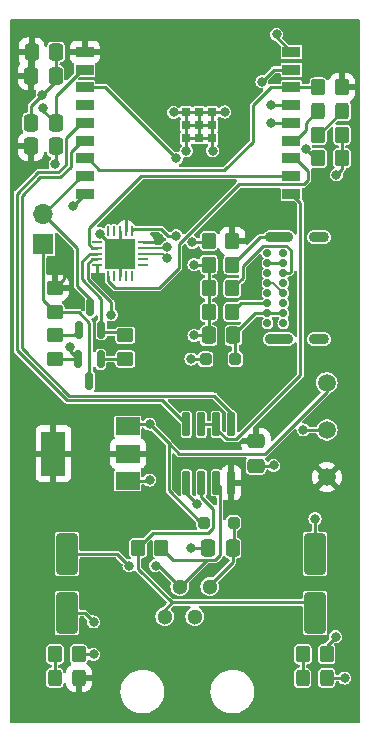
<source format=gbr>
%TF.GenerationSoftware,KiCad,Pcbnew,7.0.9*%
%TF.CreationDate,2024-01-01T22:47:04-05:00*%
%TF.ProjectId,Vex_Debug,5665785f-4465-4627-9567-2e6b69636164,rev?*%
%TF.SameCoordinates,Original*%
%TF.FileFunction,Copper,L1,Top*%
%TF.FilePolarity,Positive*%
%FSLAX46Y46*%
G04 Gerber Fmt 4.6, Leading zero omitted, Abs format (unit mm)*
G04 Created by KiCad (PCBNEW 7.0.9) date 2024-01-01 22:47:04*
%MOMM*%
%LPD*%
G01*
G04 APERTURE LIST*
G04 Aperture macros list*
%AMRoundRect*
0 Rectangle with rounded corners*
0 $1 Rounding radius*
0 $2 $3 $4 $5 $6 $7 $8 $9 X,Y pos of 4 corners*
0 Add a 4 corners polygon primitive as box body*
4,1,4,$2,$3,$4,$5,$6,$7,$8,$9,$2,$3,0*
0 Add four circle primitives for the rounded corners*
1,1,$1+$1,$2,$3*
1,1,$1+$1,$4,$5*
1,1,$1+$1,$6,$7*
1,1,$1+$1,$8,$9*
0 Add four rect primitives between the rounded corners*
20,1,$1+$1,$2,$3,$4,$5,0*
20,1,$1+$1,$4,$5,$6,$7,0*
20,1,$1+$1,$6,$7,$8,$9,0*
20,1,$1+$1,$8,$9,$2,$3,0*%
G04 Aperture macros list end*
%TA.AperFunction,SMDPad,CuDef*%
%ADD10RoundRect,0.062500X0.062500X-0.350000X0.062500X0.350000X-0.062500X0.350000X-0.062500X-0.350000X0*%
%TD*%
%TA.AperFunction,SMDPad,CuDef*%
%ADD11RoundRect,0.062500X0.350000X-0.062500X0.350000X0.062500X-0.350000X0.062500X-0.350000X-0.062500X0*%
%TD*%
%TA.AperFunction,SMDPad,CuDef*%
%ADD12R,2.500000X2.500000*%
%TD*%
%TA.AperFunction,SMDPad,CuDef*%
%ADD13RoundRect,0.250000X-0.250000X-0.250000X0.250000X-0.250000X0.250000X0.250000X-0.250000X0.250000X0*%
%TD*%
%TA.AperFunction,SMDPad,CuDef*%
%ADD14R,2.000000X1.500000*%
%TD*%
%TA.AperFunction,SMDPad,CuDef*%
%ADD15R,2.000000X3.800000*%
%TD*%
%TA.AperFunction,SMDPad,CuDef*%
%ADD16R,1.498600X0.889000*%
%TD*%
%TA.AperFunction,SMDPad,CuDef*%
%ADD17R,0.711200X0.711200*%
%TD*%
%TA.AperFunction,SMDPad,CuDef*%
%ADD18RoundRect,0.042000X-0.258000X0.943000X-0.258000X-0.943000X0.258000X-0.943000X0.258000X0.943000X0*%
%TD*%
%TA.AperFunction,SMDPad,CuDef*%
%ADD19RoundRect,0.250000X-0.337500X-0.475000X0.337500X-0.475000X0.337500X0.475000X-0.337500X0.475000X0*%
%TD*%
%TA.AperFunction,SMDPad,CuDef*%
%ADD20RoundRect,0.250000X0.350000X0.450000X-0.350000X0.450000X-0.350000X-0.450000X0.350000X-0.450000X0*%
%TD*%
%TA.AperFunction,SMDPad,CuDef*%
%ADD21RoundRect,0.250000X-0.350000X-0.450000X0.350000X-0.450000X0.350000X0.450000X-0.350000X0.450000X0*%
%TD*%
%TA.AperFunction,SMDPad,CuDef*%
%ADD22RoundRect,0.250000X0.450000X-0.350000X0.450000X0.350000X-0.450000X0.350000X-0.450000X-0.350000X0*%
%TD*%
%TA.AperFunction,SMDPad,CuDef*%
%ADD23RoundRect,0.250000X0.325000X0.450000X-0.325000X0.450000X-0.325000X-0.450000X0.325000X-0.450000X0*%
%TD*%
%TA.AperFunction,ComponentPad*%
%ADD24C,0.700000*%
%TD*%
%TA.AperFunction,ComponentPad*%
%ADD25O,2.400000X0.900000*%
%TD*%
%TA.AperFunction,ComponentPad*%
%ADD26O,1.700000X0.900000*%
%TD*%
%TA.AperFunction,SMDPad,CuDef*%
%ADD27C,1.500000*%
%TD*%
%TA.AperFunction,SMDPad,CuDef*%
%ADD28RoundRect,0.250000X-0.450000X0.350000X-0.450000X-0.350000X0.450000X-0.350000X0.450000X0.350000X0*%
%TD*%
%TA.AperFunction,SMDPad,CuDef*%
%ADD29RoundRect,0.250000X-0.325000X-0.450000X0.325000X-0.450000X0.325000X0.450000X-0.325000X0.450000X0*%
%TD*%
%TA.AperFunction,SMDPad,CuDef*%
%ADD30RoundRect,0.150000X-0.150000X0.587500X-0.150000X-0.587500X0.150000X-0.587500X0.150000X0.587500X0*%
%TD*%
%TA.AperFunction,SMDPad,CuDef*%
%ADD31RoundRect,0.250000X0.337500X0.475000X-0.337500X0.475000X-0.337500X-0.475000X0.337500X-0.475000X0*%
%TD*%
%TA.AperFunction,SMDPad,CuDef*%
%ADD32RoundRect,0.250000X-0.650000X1.500000X-0.650000X-1.500000X0.650000X-1.500000X0.650000X1.500000X0*%
%TD*%
%TA.AperFunction,SMDPad,CuDef*%
%ADD33RoundRect,0.250000X-0.475000X0.337500X-0.475000X-0.337500X0.475000X-0.337500X0.475000X0.337500X0*%
%TD*%
%TA.AperFunction,ComponentPad*%
%ADD34R,1.700000X1.700000*%
%TD*%
%TA.AperFunction,ComponentPad*%
%ADD35O,1.700000X1.700000*%
%TD*%
%TA.AperFunction,SMDPad,CuDef*%
%ADD36RoundRect,0.150000X0.150000X-0.587500X0.150000X0.587500X-0.150000X0.587500X-0.150000X-0.587500X0*%
%TD*%
%TA.AperFunction,SMDPad,CuDef*%
%ADD37RoundRect,0.250000X0.650000X-1.500000X0.650000X1.500000X-0.650000X1.500000X-0.650000X-1.500000X0*%
%TD*%
%TA.AperFunction,ComponentPad*%
%ADD38C,1.300000*%
%TD*%
%TA.AperFunction,ViaPad*%
%ADD39C,0.800000*%
%TD*%
%TA.AperFunction,Conductor*%
%ADD40C,0.250000*%
%TD*%
%TA.AperFunction,Conductor*%
%ADD41C,0.200000*%
%TD*%
G04 APERTURE END LIST*
D10*
%TO.P,U4,1,RXD*%
%TO.N,/FTDI_RX*%
X110500000Y-74000000D03*
%TO.P,U4,2,~{RI}*%
%TO.N,unconnected-(U4-~{RI}-Pad2)*%
X111000000Y-74000000D03*
%TO.P,U4,3,GND*%
%TO.N,GND*%
X111500000Y-74000000D03*
%TO.P,U4,4,~{DSR}*%
%TO.N,unconnected-(U4-~{DSR}-Pad4)*%
X112000000Y-74000000D03*
%TO.P,U4,5,~{DCD}*%
%TO.N,unconnected-(U4-~{DCD}-Pad5)*%
X112500000Y-74000000D03*
D11*
%TO.P,U4,6,~{CTS}*%
%TO.N,unconnected-(U4-~{CTS}-Pad6)*%
X113437500Y-73062500D03*
%TO.P,U4,7,CBUS2*%
%TO.N,unconnected-(U4-CBUS2-Pad7)*%
X113437500Y-72562500D03*
%TO.P,U4,8,USBDP*%
%TO.N,/USB_D+*%
X113437500Y-72062500D03*
%TO.P,U4,9,USBDM*%
%TO.N,/USB_D-*%
X113437500Y-71562500D03*
%TO.P,U4,10,3V3OUT*%
%TO.N,+3.3V*%
X113437500Y-71062500D03*
D10*
%TO.P,U4,11,~{RESET}*%
%TO.N,Net-(U4-~{RESET})*%
X112500000Y-70125000D03*
%TO.P,U4,12,VCC*%
%TO.N,+3.3V*%
X112000000Y-70125000D03*
%TO.P,U4,13,GND*%
%TO.N,GND*%
X111500000Y-70125000D03*
%TO.P,U4,14,CBUS1*%
%TO.N,unconnected-(U4-CBUS1-Pad14)*%
X111000000Y-70125000D03*
%TO.P,U4,15,CBUS0*%
%TO.N,unconnected-(U4-CBUS0-Pad15)*%
X110500000Y-70125000D03*
D11*
%TO.P,U4,16,CBUS3*%
%TO.N,unconnected-(U4-CBUS3-Pad16)*%
X109562500Y-71062500D03*
%TO.P,U4,17,TXD*%
%TO.N,/FTDI_TX*%
X109562500Y-71562500D03*
%TO.P,U4,18,~{DTR}*%
%TO.N,Net-(Q2-E)*%
X109562500Y-72062500D03*
%TO.P,U4,19,~{RTS}*%
%TO.N,Net-(Q1-E)*%
X109562500Y-72562500D03*
%TO.P,U4,20,VCCIO*%
%TO.N,+3.3V*%
X109562500Y-73062500D03*
D12*
%TO.P,U4,21,GND*%
%TO.N,GND*%
X111500000Y-72062500D03*
%TD*%
D13*
%TO.P,D6,1,K*%
%TO.N,Net-(D5-K)*%
X118750000Y-81000000D03*
%TO.P,D6,2,A*%
%TO.N,Net-(D6-A)*%
X121250000Y-81000000D03*
%TD*%
D14*
%TO.P,U2,1,GND*%
%TO.N,GND*%
X112150000Y-91300000D03*
%TO.P,U2,2,VO*%
%TO.N,+3.3V*%
X112150000Y-89000000D03*
D15*
X105850000Y-89000000D03*
D14*
%TO.P,U2,3,VI*%
%TO.N,Net-(D5-K)*%
X112150000Y-86700000D03*
%TD*%
D16*
%TO.P,U1,1,3V3*%
%TO.N,+3.3V*%
X108500000Y-55000000D03*
%TO.P,U1,2,EN*%
%TO.N,/EN_PU*%
X108500000Y-56500000D03*
%TO.P,U1,3,IO4*%
%TO.N,/STAT_LED*%
X108500000Y-58000002D03*
%TO.P,U1,4,IO5*%
%TO.N,unconnected-(U1-IO5-Pad4)*%
X108500000Y-59500001D03*
%TO.P,U1,5,IO6*%
%TO.N,/RS485_TX*%
X108500000Y-61000001D03*
%TO.P,U1,6,IO7*%
%TO.N,/RS485_RX*%
X108500000Y-62500000D03*
%TO.P,U1,7,IO8*%
%TO.N,/IO8_PULLUP*%
X108500000Y-64000000D03*
%TO.P,U1,8,IO9*%
%TO.N,/IO9_BOOT*%
X108500000Y-65500002D03*
%TO.P,U1,9,GND*%
%TO.N,GND*%
X108500000Y-67000002D03*
%TO.P,U1,10,IO10*%
%TO.N,/RS485_MODE*%
X126000000Y-67000002D03*
%TO.P,U1,11,RXD*%
%TO.N,/FTDI_TX*%
X126000000Y-65500002D03*
%TO.P,U1,12,TXD*%
%TO.N,/FTDI_RX*%
X126000000Y-64000000D03*
%TO.P,U1,13,IO18*%
%TO.N,/DBG_LED*%
X126000000Y-62500000D03*
%TO.P,U1,14,IO19*%
%TO.N,/SD_SCL*%
X126000000Y-61000001D03*
%TO.P,U1,15,IO3*%
%TO.N,/SD_CS*%
X126000000Y-59500001D03*
%TO.P,U1,16,IO2*%
%TO.N,/IO8_PULLUP*%
X126000000Y-58000002D03*
%TO.P,U1,17,IO1*%
%TO.N,/SD_MOSI*%
X126000000Y-56500000D03*
%TO.P,U1,18,IO0*%
%TO.N,/SD_MISO*%
X126000000Y-55000000D03*
D17*
%TO.P,U1,19,GND*%
%TO.N,GND*%
X117105802Y-60099977D03*
%TO.P,U1,20,GND*%
X118205802Y-60099977D03*
%TO.P,U1,21,GND*%
X119305802Y-60099977D03*
%TO.P,U1,22,GND*%
X117105700Y-61199975D03*
%TO.P,U1,23,GND*%
X118205700Y-61199975D03*
%TO.P,U1,24,GND*%
X119305701Y-61199975D03*
%TO.P,U1,25,GND*%
X117105802Y-62299973D03*
%TO.P,U1,26,GND*%
X118205802Y-62299973D03*
%TO.P,U1,27,GND*%
X119305802Y-62299973D03*
%TD*%
D18*
%TO.P,U3,1,RO*%
%TO.N,/RS485_RX*%
X120905000Y-86525000D03*
%TO.P,U3,2,RE\u002A*%
%TO.N,/RS485_MODE*%
X119635000Y-86525000D03*
%TO.P,U3,3,DE*%
X118365000Y-86525000D03*
%TO.P,U3,4,DI*%
%TO.N,/RS485_TX*%
X117095000Y-86525000D03*
%TO.P,U3,5,GND*%
%TO.N,GND*%
X117095000Y-91475000D03*
%TO.P,U3,6,A*%
%TO.N,/RJ9_DA*%
X118365000Y-91475000D03*
%TO.P,U3,7,B*%
%TO.N,/RJ9_DB*%
X119635000Y-91475000D03*
%TO.P,U3,8,VCC*%
%TO.N,+3.3V*%
X120905000Y-91475000D03*
%TD*%
D19*
%TO.P,C1,1*%
%TO.N,+3.3V*%
X104000000Y-55000000D03*
%TO.P,C1,2*%
%TO.N,GND*%
X106075000Y-55000000D03*
%TD*%
D20*
%TO.P,R2,1*%
%TO.N,Net-(J1-SHIELD)*%
X121000000Y-73000000D03*
%TO.P,R2,2*%
%TO.N,GND*%
X119000000Y-73000000D03*
%TD*%
D21*
%TO.P,R8,1*%
%TO.N,/IO8_PULLUP*%
X128290571Y-58000000D03*
%TO.P,R8,2*%
%TO.N,+3.3V*%
X130290571Y-58000000D03*
%TD*%
D22*
%TO.P,R12,1*%
%TO.N,Net-(Q1-E)*%
X105950000Y-81000000D03*
%TO.P,R12,2*%
%TO.N,Net-(Q2-B)*%
X105950000Y-79000000D03*
%TD*%
D23*
%TO.P,D7,1,K*%
%TO.N,Net-(D7-K)*%
X130315571Y-60000000D03*
%TO.P,D7,2,A*%
%TO.N,/DBG_LED*%
X128265571Y-60000000D03*
%TD*%
D20*
%TO.P,R1,1*%
%TO.N,/RJ9_DB*%
X115000000Y-97000000D03*
%TO.P,R1,2*%
%TO.N,/RJ9_DA*%
X113000000Y-97000000D03*
%TD*%
D24*
%TO.P,J1,A1,GND*%
%TO.N,GND*%
X123975000Y-77975000D03*
%TO.P,J1,A4,VBUS*%
%TO.N,Net-(D6-A)*%
X123975000Y-77125000D03*
%TO.P,J1,A5,CC1*%
%TO.N,Net-(J1-CC1)*%
X123975000Y-76275000D03*
%TO.P,J1,A6,D+*%
%TO.N,/USB_D+*%
X123975000Y-75425000D03*
%TO.P,J1,A7,D-*%
%TO.N,/USB_D-*%
X123975000Y-74575000D03*
%TO.P,J1,A8,SBU1*%
%TO.N,unconnected-(J1-SBU1-PadA8)*%
X123975000Y-73725000D03*
%TO.P,J1,A9,VBUS*%
%TO.N,Net-(D6-A)*%
X123975000Y-72875000D03*
%TO.P,J1,A12,GND*%
%TO.N,GND*%
X123975000Y-72025000D03*
%TO.P,J1,B1,GND*%
X125325000Y-72025000D03*
%TO.P,J1,B4,VBUS*%
%TO.N,Net-(D6-A)*%
X125325000Y-72875000D03*
%TO.P,J1,B5,CC2*%
%TO.N,Net-(J1-CC2)*%
X125325000Y-73725000D03*
%TO.P,J1,B6,D+*%
%TO.N,/USB_D+*%
X125325000Y-74575000D03*
%TO.P,J1,B7,D-*%
%TO.N,/USB_D-*%
X125325000Y-75425000D03*
%TO.P,J1,B8,SBU2*%
%TO.N,unconnected-(J1-SBU2-PadB8)*%
X125325000Y-76275000D03*
%TO.P,J1,B9,VBUS*%
%TO.N,Net-(D6-A)*%
X125325000Y-77125000D03*
%TO.P,J1,B12,GND*%
%TO.N,GND*%
X125325000Y-77975000D03*
D25*
%TO.P,J1,S1,SHIELD*%
%TO.N,Net-(J1-SHIELD)*%
X124955000Y-79325000D03*
D26*
X128335000Y-79325000D03*
D25*
X124955000Y-70675000D03*
D26*
X128335000Y-70675000D03*
%TD*%
D27*
%TO.P,GND,1,1*%
%TO.N,GND*%
X129000000Y-87000000D03*
%TD*%
D28*
%TO.P,R11,1*%
%TO.N,Net-(Q2-E)*%
X111950000Y-79000000D03*
%TO.P,R11,2*%
%TO.N,Net-(Q1-B)*%
X111950000Y-81000000D03*
%TD*%
D27*
%TO.P,VIN,1,1*%
%TO.N,Net-(D5-K)*%
X129000000Y-83000000D03*
%TD*%
D29*
%TO.P,D4,1,K*%
%TO.N,Net-(D4-K)*%
X126950000Y-108000000D03*
%TO.P,D4,2,A*%
%TO.N,/STAT_LED*%
X129000000Y-108000000D03*
%TD*%
D30*
%TO.P,Q1,1,B*%
%TO.N,Net-(Q1-B)*%
X109850000Y-81000000D03*
%TO.P,Q1,2,E*%
%TO.N,Net-(Q1-E)*%
X107950000Y-81000000D03*
%TO.P,Q1,3,C*%
%TO.N,/EN_PU*%
X108900000Y-82875000D03*
%TD*%
D29*
%TO.P,D3,1,K*%
%TO.N,Net-(D3-K)*%
X105975000Y-108000000D03*
%TO.P,D3,2,A*%
%TO.N,+3.3V*%
X108025000Y-108000000D03*
%TD*%
D27*
%TO.P,3V3,1,1*%
%TO.N,+3.3V*%
X129000000Y-91000000D03*
%TD*%
D31*
%TO.P,C5,1*%
%TO.N,Net-(D6-A)*%
X121075000Y-79000000D03*
%TO.P,C5,2*%
%TO.N,GND*%
X119000000Y-79000000D03*
%TD*%
D32*
%TO.P,D1,1,A1*%
%TO.N,/RJ9_DB*%
X107000000Y-97500000D03*
%TO.P,D1,2,A2*%
%TO.N,GND*%
X107000000Y-102500000D03*
%TD*%
D21*
%TO.P,R10,1*%
%TO.N,Net-(U4-~{RESET})*%
X119000000Y-71000000D03*
%TO.P,R10,2*%
%TO.N,+3.3V*%
X121000000Y-71000000D03*
%TD*%
D20*
%TO.P,R3,1*%
%TO.N,Net-(J1-CC1)*%
X121000000Y-77000000D03*
%TO.P,R3,2*%
%TO.N,GND*%
X119000000Y-77000000D03*
%TD*%
D33*
%TO.P,C3,1*%
%TO.N,+3.3V*%
X123000000Y-87962500D03*
%TO.P,C3,2*%
%TO.N,GND*%
X123000000Y-90037500D03*
%TD*%
D34*
%TO.P,J3,1,Pin_1*%
%TO.N,/EN_PU*%
X105000000Y-71275000D03*
D35*
%TO.P,J3,2,Pin_2*%
%TO.N,/IO9_BOOT*%
X105000000Y-68735000D03*
%TD*%
D13*
%TO.P,D5,1,K*%
%TO.N,Net-(D5-K)*%
X118607121Y-94848743D03*
%TO.P,D5,2,A*%
%TO.N,Net-(CONN1-+12V)*%
X121107121Y-94848743D03*
%TD*%
D31*
%TO.P,C4,1*%
%TO.N,Net-(CONN1-+12V)*%
X121037500Y-97000000D03*
%TO.P,C4,2*%
%TO.N,GND*%
X118962500Y-97000000D03*
%TD*%
%TO.P,C6,1*%
%TO.N,/EN_PU*%
X106037500Y-61000000D03*
%TO.P,C6,2*%
%TO.N,GND*%
X103962500Y-61000000D03*
%TD*%
D22*
%TO.P,R7,1*%
%TO.N,/EN_PU*%
X105950000Y-77000000D03*
%TO.P,R7,2*%
%TO.N,+3.3V*%
X105950000Y-75000000D03*
%TD*%
D20*
%TO.P,R4,1*%
%TO.N,Net-(J1-CC2)*%
X121000000Y-75000000D03*
%TO.P,R4,2*%
%TO.N,GND*%
X119000000Y-75000000D03*
%TD*%
D21*
%TO.P,R9,1*%
%TO.N,Net-(D7-K)*%
X128290571Y-62000000D03*
%TO.P,R9,2*%
%TO.N,GND*%
X130290571Y-62000000D03*
%TD*%
%TO.P,R13,1*%
%TO.N,Net-(J2-SHIELD)*%
X128290571Y-64000000D03*
%TO.P,R13,2*%
%TO.N,GND*%
X130290571Y-64000000D03*
%TD*%
D19*
%TO.P,C2,1*%
%TO.N,+3.3V*%
X103962500Y-57000000D03*
%TO.P,C2,2*%
%TO.N,GND*%
X106037500Y-57000000D03*
%TD*%
D36*
%TO.P,Q2,1,B*%
%TO.N,Net-(Q2-B)*%
X108000000Y-78500000D03*
%TO.P,Q2,2,E*%
%TO.N,Net-(Q2-E)*%
X109900000Y-78500000D03*
%TO.P,Q2,3,C*%
%TO.N,/IO9_BOOT*%
X108950000Y-76625000D03*
%TD*%
D19*
%TO.P,C7,1*%
%TO.N,+3.3V*%
X103962500Y-63000000D03*
%TO.P,C7,2*%
%TO.N,GND*%
X106037500Y-63000000D03*
%TD*%
D21*
%TO.P,R6,1*%
%TO.N,Net-(D4-K)*%
X126975000Y-106000000D03*
%TO.P,R6,2*%
%TO.N,GND*%
X128975000Y-106000000D03*
%TD*%
D37*
%TO.P,D2,1,A1*%
%TO.N,/RJ9_DA*%
X128000000Y-102500000D03*
%TO.P,D2,2,A2*%
%TO.N,GND*%
X128000000Y-97500000D03*
%TD*%
D38*
%TO.P,CONN1,1,DA*%
%TO.N,/RJ9_DA*%
X115285000Y-102800000D03*
%TO.P,CONN1,2,DB*%
%TO.N,/RJ9_DB*%
X116555000Y-100260000D03*
%TO.P,CONN1,3,GND*%
%TO.N,GND*%
X117825000Y-102800000D03*
%TO.P,CONN1,4,+12V*%
%TO.N,Net-(CONN1-+12V)*%
X119095000Y-100260000D03*
%TD*%
D21*
%TO.P,R5,1*%
%TO.N,Net-(D3-K)*%
X106000000Y-106000000D03*
%TO.P,R5,2*%
%TO.N,GND*%
X108000000Y-106000000D03*
%TD*%
D39*
%TO.N,+3.3V*%
X120999525Y-69558581D03*
X117401503Y-56443716D03*
X109759787Y-74240213D03*
X116250000Y-69582896D03*
X106750000Y-73250000D03*
X115600000Y-61800000D03*
X114750000Y-70750000D03*
%TO.N,GND*%
X124500000Y-90000000D03*
X117750000Y-79000000D03*
X129800000Y-65400000D03*
X117106012Y-63363047D03*
X109815374Y-70388000D03*
X106000000Y-64500000D03*
X129750000Y-104500000D03*
X128000000Y-94500000D03*
X117500000Y-97000000D03*
X104902284Y-58622970D03*
X109250000Y-106000000D03*
X114000000Y-91250000D03*
X107500000Y-68000000D03*
X120363445Y-60083382D03*
X119343299Y-63363047D03*
X117750000Y-73000000D03*
X127000000Y-87000000D03*
X118000000Y-93250000D03*
X116029581Y-60099977D03*
X109250000Y-103250000D03*
%TO.N,/EN_PU*%
X105000000Y-59750000D03*
%TO.N,/RJ9_DB*%
X112250000Y-98500000D03*
X114500000Y-98500000D03*
%TO.N,Net-(D5-K)*%
X114000000Y-86500000D03*
X117500000Y-81000000D03*
%TO.N,/STAT_LED*%
X130500000Y-108000000D03*
X116250000Y-64000000D03*
%TO.N,/USB_D+*%
X115500000Y-72449503D03*
%TO.N,/USB_D-*%
X115500000Y-71500000D03*
%TO.N,/SD_CS*%
X124250000Y-59500000D03*
%TO.N,/SD_MOSI*%
X123500000Y-57500000D03*
%TO.N,/SD_SCL*%
X124250000Y-61000000D03*
%TO.N,/SD_MISO*%
X124750000Y-53500000D03*
%TO.N,Net-(J2-SHIELD)*%
X127227332Y-63215494D03*
%TO.N,Net-(Q1-E)*%
X107250000Y-80000000D03*
X110750000Y-77250000D03*
%TO.N,Net-(U4-~{RESET})*%
X117626083Y-71123917D03*
X116247807Y-70548304D03*
%TD*%
D40*
%TO.N,+3.3V*%
X120999525Y-70999525D02*
X121000000Y-71000000D01*
X106750000Y-73250000D02*
X106750000Y-74200000D01*
X114437500Y-71062500D02*
X113437500Y-71062500D01*
X109562500Y-74042926D02*
X109759787Y-74240213D01*
X120999525Y-69558581D02*
X120999525Y-70999525D01*
X114750000Y-70750000D02*
X114437500Y-71062500D01*
X106750000Y-74200000D02*
X105950000Y-75000000D01*
X112000000Y-70125000D02*
X112000000Y-68750000D01*
X109562500Y-73062500D02*
X109562500Y-74042926D01*
%TO.N,GND*%
X117105802Y-60099977D02*
X117105802Y-62299973D01*
X119305701Y-61199975D02*
X117105700Y-61199975D01*
X130290571Y-64000000D02*
X130290571Y-64909429D01*
X106037500Y-57462500D02*
X104000000Y-59500000D01*
X112150000Y-91300000D02*
X113950000Y-91300000D01*
X119305802Y-60099977D02*
X117105802Y-60099977D01*
X118962500Y-97000000D02*
X117500000Y-97000000D01*
X119000000Y-73000000D02*
X119000000Y-79000000D01*
X117105802Y-62299973D02*
X117105802Y-63362837D01*
X106037500Y-63000000D02*
X106037500Y-64462500D01*
X117095000Y-91475000D02*
X117095000Y-92345000D01*
X108500000Y-67000002D02*
X108499998Y-67000002D01*
X107000000Y-102500000D02*
X108500000Y-102500000D01*
X117105802Y-62299973D02*
X119305802Y-62299973D01*
X111500000Y-72062500D02*
X111489874Y-72062500D01*
X111489874Y-72062500D02*
X109815374Y-70388000D01*
X117105802Y-63362837D02*
X117106012Y-63363047D01*
X119305802Y-62299973D02*
X119305802Y-60099977D01*
X128975000Y-105275000D02*
X129750000Y-104500000D01*
X103962500Y-59537500D02*
X104000000Y-59500000D01*
X108499998Y-67000002D02*
X107500000Y-68000000D01*
X106037500Y-57000000D02*
X106037500Y-57462500D01*
X128975000Y-106000000D02*
X128975000Y-105275000D01*
X106075000Y-55000000D02*
X106075000Y-56962500D01*
X130290571Y-62000000D02*
X130290571Y-64000000D01*
X116029581Y-60099977D02*
X117105802Y-60099977D01*
X113950000Y-91300000D02*
X114000000Y-91250000D01*
X117750000Y-73000000D02*
X119000000Y-73000000D01*
X106037500Y-64462500D02*
X106000000Y-64500000D01*
X123000000Y-90037500D02*
X124462500Y-90037500D01*
X130290571Y-64909429D02*
X129800000Y-65400000D01*
X119305802Y-62299973D02*
X119305802Y-63325550D01*
X119305802Y-63325550D02*
X119343299Y-63363047D01*
X120346850Y-60099977D02*
X120363445Y-60083382D01*
X117750000Y-79000000D02*
X119000000Y-79000000D01*
X119305802Y-60099977D02*
X120346850Y-60099977D01*
X129000000Y-87000000D02*
X127000000Y-87000000D01*
X108500000Y-102500000D02*
X109250000Y-103250000D01*
X106075000Y-56962500D02*
X106037500Y-57000000D01*
X103962500Y-61000000D02*
X103962500Y-59537500D01*
X118205802Y-60099977D02*
X118205802Y-62299973D01*
X117095000Y-92345000D02*
X118000000Y-93250000D01*
X124462500Y-90037500D02*
X124500000Y-90000000D01*
X108000000Y-106000000D02*
X109250000Y-106000000D01*
X111500000Y-72062500D02*
X111500000Y-74000000D01*
X128000000Y-97500000D02*
X128000000Y-94500000D01*
X111500000Y-72062500D02*
X111500000Y-70125000D01*
%TO.N,Net-(CONN1-+12V)*%
X119095000Y-100260000D02*
X119095000Y-100155000D01*
X121107121Y-96930379D02*
X121037500Y-97000000D01*
X119095000Y-100155000D02*
X121037500Y-98212500D01*
X121107121Y-94848743D02*
X121107121Y-96930379D01*
X121037500Y-98212500D02*
X121037500Y-97000000D01*
%TO.N,Net-(D6-A)*%
X121250000Y-79175000D02*
X121075000Y-79000000D01*
X123975000Y-77125000D02*
X125325000Y-77125000D01*
X123975000Y-72875000D02*
X125325000Y-72875000D01*
X121250000Y-81000000D02*
X121250000Y-79175000D01*
X122950000Y-77125000D02*
X123975000Y-77125000D01*
X121075000Y-79000000D02*
X122950000Y-77125000D01*
%TO.N,/EN_PU*%
X108256202Y-56500000D02*
X108500000Y-56500000D01*
X105000000Y-59962500D02*
X106037500Y-61000000D01*
X105000000Y-71275000D02*
X104975000Y-71300000D01*
X105000000Y-59750000D02*
X105000000Y-59962500D01*
X108900000Y-77917696D02*
X107982304Y-77000000D01*
X107982304Y-77000000D02*
X105950000Y-77000000D01*
X106037500Y-58718702D02*
X108256202Y-56500000D01*
X108900000Y-82875000D02*
X108900000Y-77917696D01*
X104975000Y-76025000D02*
X105950000Y-77000000D01*
X104975000Y-71300000D02*
X104975000Y-76025000D01*
X106037500Y-61000000D02*
X106037500Y-58718702D01*
%TO.N,/RJ9_DB*%
X116000000Y-98000000D02*
X115000000Y-97000000D01*
X119935000Y-97589390D02*
X119524390Y-98000000D01*
X116555000Y-100260000D02*
X118815000Y-98000000D01*
X116555000Y-100260000D02*
X114795000Y-98500000D01*
X112250000Y-98500000D02*
X111250000Y-97500000D01*
X111250000Y-97500000D02*
X107000000Y-97500000D01*
X114795000Y-98500000D02*
X114500000Y-98500000D01*
X119524390Y-98000000D02*
X116000000Y-98000000D01*
X118815000Y-98000000D02*
X119524390Y-98000000D01*
X119935000Y-91775000D02*
X119935000Y-97589390D01*
X119635000Y-91475000D02*
X119935000Y-91775000D01*
%TO.N,Net-(D3-K)*%
X105975000Y-106025000D02*
X106000000Y-106000000D01*
X105975000Y-108000000D02*
X105975000Y-106025000D01*
%TO.N,/RJ9_DA*%
X115850000Y-101600000D02*
X117000000Y-101600000D01*
X113000000Y-97000000D02*
X113000000Y-98750000D01*
X118365000Y-91475000D02*
X118365000Y-92660405D01*
X113000000Y-98750000D02*
X115850000Y-101600000D01*
X119382121Y-95323133D02*
X118955254Y-95750000D01*
X119382121Y-93677526D02*
X119382121Y-95323133D01*
X115900000Y-101600000D02*
X115285000Y-102215000D01*
X115285000Y-102215000D02*
X115285000Y-102800000D01*
X117000000Y-101600000D02*
X115900000Y-101600000D01*
X118365000Y-92660405D02*
X119382121Y-93677526D01*
X118955254Y-95750000D02*
X114250000Y-95750000D01*
X128000000Y-102500000D02*
X127100000Y-101600000D01*
X127100000Y-101600000D02*
X117000000Y-101600000D01*
X114250000Y-95750000D02*
X113000000Y-97000000D01*
%TO.N,/IO8_PULLUP*%
X109743798Y-65000000D02*
X120333452Y-65000000D01*
X124249998Y-58000002D02*
X126000000Y-58000002D01*
X108500000Y-64000000D02*
X108743798Y-64000000D01*
X122750000Y-62583452D02*
X122750000Y-59500000D01*
X126000002Y-58000000D02*
X126000000Y-58000002D01*
X128290571Y-58000000D02*
X126000002Y-58000000D01*
X108743798Y-64000000D02*
X109743798Y-65000000D01*
X120333452Y-65000000D02*
X122750000Y-62583452D01*
X122750000Y-59500000D02*
X124249998Y-58000002D01*
%TO.N,Net-(D4-K)*%
X126975000Y-106000000D02*
X126975000Y-107975000D01*
X126975000Y-107975000D02*
X126950000Y-108000000D01*
%TO.N,Net-(D5-K)*%
X114000000Y-86500000D02*
X115625000Y-88125000D01*
X118607121Y-94848743D02*
X118348743Y-94848743D01*
X115625000Y-92125000D02*
X115625000Y-88125000D01*
X129000000Y-83750000D02*
X129000000Y-83000000D01*
X116500000Y-89000000D02*
X123750000Y-89000000D01*
X123750000Y-89000000D02*
X129000000Y-83750000D01*
X115625000Y-88125000D02*
X116500000Y-89000000D01*
X118348743Y-94848743D02*
X115625000Y-92125000D01*
X112350000Y-86500000D02*
X112150000Y-86700000D01*
X114000000Y-86500000D02*
X112350000Y-86500000D01*
X118750000Y-81000000D02*
X117500000Y-81000000D01*
%TO.N,Net-(J1-SHIELD)*%
X123325000Y-70675000D02*
X124955000Y-70675000D01*
X121000000Y-73000000D02*
X123325000Y-70675000D01*
%TO.N,Net-(J1-CC2)*%
X123600000Y-71400000D02*
X121875000Y-73125000D01*
X125950000Y-71766116D02*
X125583884Y-71400000D01*
X121875000Y-73125000D02*
X121875000Y-74125000D01*
X125583884Y-71400000D02*
X123600000Y-71400000D01*
X125950000Y-73594974D02*
X125950000Y-71766116D01*
X121875000Y-74125000D02*
X121000000Y-75000000D01*
X125819974Y-73725000D02*
X125950000Y-73594974D01*
X125325000Y-73725000D02*
X125819974Y-73725000D01*
%TO.N,/STAT_LED*%
X110250002Y-58000002D02*
X108500000Y-58000002D01*
X129000000Y-108000000D02*
X130500000Y-108000000D01*
X116250000Y-64000000D02*
X110250002Y-58000002D01*
%TO.N,Net-(J1-CC1)*%
X121000000Y-77000000D02*
X121725000Y-76275000D01*
X121725000Y-76275000D02*
X123975000Y-76275000D01*
D41*
%TO.N,/USB_D+*%
X115500000Y-72449503D02*
X115112997Y-72062500D01*
X115112997Y-72062500D02*
X113437500Y-72062500D01*
%TO.N,/USB_D-*%
X123975000Y-74575000D02*
X124475000Y-74575000D01*
X124475000Y-74575000D02*
X125325000Y-75425000D01*
X115437500Y-71562500D02*
X113437500Y-71562500D01*
X115500000Y-71500000D02*
X115437500Y-71562500D01*
D40*
%TO.N,/SD_CS*%
X124250000Y-59500000D02*
X126000000Y-59500001D01*
%TO.N,/SD_MOSI*%
X124500000Y-56500000D02*
X126000000Y-56500000D01*
X123500000Y-57500000D02*
X124500000Y-56500000D01*
%TO.N,/SD_SCL*%
X124250000Y-61000000D02*
X126000000Y-61000001D01*
%TO.N,/RS485_MODE*%
X119635000Y-86905470D02*
X120514530Y-87785000D01*
X120514530Y-87785000D02*
X121340000Y-87785000D01*
X121340000Y-87785000D02*
X126750000Y-82375000D01*
X119635000Y-86525000D02*
X118365000Y-86525000D01*
X119635000Y-86525000D02*
X119635000Y-86905470D01*
X126750000Y-82375000D02*
X126750000Y-67750002D01*
X126750000Y-67750002D02*
X126000000Y-67000002D01*
%TO.N,/RS485_TX*%
X106900000Y-64554595D02*
X106900000Y-62295201D01*
X102750000Y-80250000D02*
X102750000Y-67000000D01*
X115070000Y-84500000D02*
X107000000Y-84500000D01*
X104575000Y-65175000D02*
X106279595Y-65175000D01*
X106900000Y-62295201D02*
X108195200Y-61000001D01*
X106279595Y-65175000D02*
X106900000Y-64554595D01*
X108195200Y-61000001D02*
X108500000Y-61000001D01*
X107000000Y-84500000D02*
X102750000Y-80250000D01*
X117095000Y-86525000D02*
X115070000Y-84500000D01*
X102750000Y-67000000D02*
X104575000Y-65175000D01*
%TO.N,/RS485_RX*%
X103150000Y-67165686D02*
X104740686Y-65575000D01*
X106445281Y-65575000D02*
X107300000Y-64720280D01*
X103150000Y-80084314D02*
X103150000Y-67165686D01*
X107300000Y-63456200D02*
X108256200Y-62500000D01*
X120905000Y-86525000D02*
X120905000Y-85540001D01*
X107300000Y-64720280D02*
X107300000Y-63456200D01*
X120905000Y-85540001D02*
X119464999Y-84100000D01*
X108256200Y-62500000D02*
X108500000Y-62500000D01*
X104740686Y-65575000D02*
X106445281Y-65575000D01*
X107165686Y-84100000D02*
X103150000Y-80084314D01*
X119464999Y-84100000D02*
X107165686Y-84100000D01*
%TO.N,/SD_MISO*%
X124750000Y-53500000D02*
X124750000Y-53750000D01*
X124750000Y-53750000D02*
X126000000Y-55000000D01*
%TO.N,Net-(J2-SHIELD)*%
X128011838Y-64000000D02*
X127227332Y-63215494D01*
X128290571Y-64000000D02*
X128011838Y-64000000D01*
%TO.N,/FTDI_RX*%
X121530498Y-66219502D02*
X116500000Y-71250000D01*
X127400000Y-65850000D02*
X127030498Y-66219502D01*
X116500000Y-71250000D02*
X116500000Y-73250000D01*
X111087501Y-75000000D02*
X110500000Y-74412499D01*
X127030498Y-66219502D02*
X121530498Y-66219502D01*
X126000000Y-64000000D02*
X126304800Y-64000000D01*
X127400000Y-65095200D02*
X127400000Y-65850000D01*
X126304800Y-64000000D02*
X127400000Y-65095200D01*
X110500000Y-74412499D02*
X110500000Y-74000000D01*
X114750000Y-75000000D02*
X111087501Y-75000000D01*
X116500000Y-73250000D02*
X114750000Y-75000000D01*
%TO.N,/FTDI_TX*%
X113299998Y-65500002D02*
X108875000Y-69925000D01*
X108875000Y-69925000D02*
X108875000Y-71287499D01*
X108875000Y-71287499D02*
X109150001Y-71562500D01*
X126000000Y-65500002D02*
X113299998Y-65500002D01*
X109150001Y-71562500D02*
X109562500Y-71562500D01*
%TO.N,/IO9_BOOT*%
X108950000Y-76625000D02*
X108950000Y-75887501D01*
X107850000Y-71585000D02*
X105000000Y-68735000D01*
X107850000Y-74787501D02*
X107850000Y-71585000D01*
X108950000Y-75887501D02*
X107850000Y-74787501D01*
X105000000Y-68735000D02*
X108234998Y-65500002D01*
X108234998Y-65500002D02*
X108500000Y-65500002D01*
%TO.N,Net-(Q1-B)*%
X109850000Y-81000000D02*
X111950000Y-81000000D01*
%TO.N,Net-(Q1-E)*%
X107250000Y-80300000D02*
X107950000Y-81000000D01*
X108750000Y-72962501D02*
X108750000Y-74184314D01*
X109150001Y-72562500D02*
X108750000Y-72962501D01*
X110750000Y-76184314D02*
X110750000Y-77250000D01*
X105950000Y-81000000D02*
X107950000Y-81000000D01*
X108750000Y-74184314D02*
X110750000Y-76184314D01*
X107250000Y-80000000D02*
X107250000Y-80300000D01*
X109562500Y-72562500D02*
X109150001Y-72562500D01*
%TO.N,Net-(Q2-B)*%
X105950000Y-79000000D02*
X107500000Y-79000000D01*
X107500000Y-79000000D02*
X108000000Y-78500000D01*
%TO.N,Net-(Q2-E)*%
X109900000Y-78500000D02*
X110150000Y-78750000D01*
X111700000Y-78750000D02*
X111950000Y-79000000D01*
X108250000Y-74250000D02*
X108250000Y-72731250D01*
X108250000Y-72731250D02*
X108918750Y-72062500D01*
X108918750Y-72062500D02*
X109562500Y-72062500D01*
X110150000Y-78750000D02*
X111700000Y-78750000D01*
X109900000Y-78500000D02*
X109900000Y-75900000D01*
X109900000Y-75900000D02*
X108250000Y-74250000D01*
%TO.N,Net-(U4-~{RESET})*%
X112625000Y-70000000D02*
X112500000Y-70125000D01*
X117626083Y-71123917D02*
X118876083Y-71123917D01*
X114966868Y-70000000D02*
X112625000Y-70000000D01*
X118876083Y-71123917D02*
X119000000Y-71000000D01*
X115515172Y-70548304D02*
X114966868Y-70000000D01*
X116247807Y-70548304D02*
X115515172Y-70548304D01*
%TO.N,Net-(D7-K)*%
X128290571Y-62000000D02*
X128315571Y-62000000D01*
X128315571Y-62000000D02*
X130315571Y-60000000D01*
%TO.N,/DBG_LED*%
X127200000Y-61604800D02*
X126304800Y-62500000D01*
X127200000Y-61000000D02*
X127200000Y-61604800D01*
X126304800Y-62500000D02*
X126000000Y-62500000D01*
X128265571Y-60000000D02*
X128200000Y-60000000D01*
X128200000Y-60000000D02*
X127200000Y-61000000D01*
%TD*%
%TA.AperFunction,Conductor*%
%TO.N,+3.3V*%
G36*
X117025757Y-71218023D02*
G01*
X117082593Y-71260569D01*
X117098134Y-71287861D01*
X117145221Y-71401542D01*
X117233461Y-71516538D01*
X117348458Y-71604779D01*
X117432904Y-71639756D01*
X117482374Y-71660247D01*
X117626083Y-71679167D01*
X117769792Y-71660247D01*
X117855993Y-71624542D01*
X117903707Y-71604779D01*
X117973936Y-71550890D01*
X118018704Y-71516538D01*
X118036077Y-71493896D01*
X118093409Y-71452031D01*
X118164280Y-71447807D01*
X118226184Y-71482569D01*
X118259468Y-71545281D01*
X118260487Y-71550890D01*
X118264353Y-71575303D01*
X118321949Y-71688342D01*
X118411657Y-71778050D01*
X118450299Y-71797738D01*
X118524696Y-71835646D01*
X118618481Y-71850500D01*
X119381518Y-71850499D01*
X119475304Y-71835646D01*
X119588342Y-71778050D01*
X119678050Y-71688342D01*
X119694014Y-71657010D01*
X119742760Y-71605395D01*
X119811674Y-71588327D01*
X119878877Y-71611227D01*
X119923030Y-71666824D01*
X119925885Y-71674578D01*
X119958341Y-71772522D01*
X120051365Y-71923339D01*
X120051370Y-71923345D01*
X120176654Y-72048629D01*
X120176663Y-72048636D01*
X120293574Y-72120747D01*
X120341053Y-72173532D01*
X120352456Y-72243607D01*
X120326710Y-72302862D01*
X120327777Y-72303638D01*
X120324285Y-72308443D01*
X120324164Y-72308723D01*
X120323765Y-72309159D01*
X120321949Y-72311657D01*
X120268331Y-72416891D01*
X120264354Y-72424696D01*
X120249500Y-72518481D01*
X120249500Y-72518484D01*
X120249500Y-73481516D01*
X120264353Y-73575302D01*
X120321949Y-73688342D01*
X120411657Y-73778050D01*
X120450299Y-73797738D01*
X120524696Y-73835646D01*
X120618481Y-73850500D01*
X121381518Y-73850499D01*
X121448076Y-73839958D01*
X121518487Y-73849058D01*
X121572800Y-73894781D01*
X121593772Y-73962610D01*
X121574744Y-74031009D01*
X121556880Y-74053503D01*
X121495427Y-74114955D01*
X121433114Y-74148980D01*
X121386628Y-74150309D01*
X121384085Y-74149906D01*
X121381519Y-74149500D01*
X121381518Y-74149500D01*
X120618483Y-74149500D01*
X120524697Y-74164353D01*
X120411657Y-74221949D01*
X120321949Y-74311657D01*
X120265826Y-74421807D01*
X120264354Y-74424696D01*
X120250033Y-74515116D01*
X120249500Y-74518484D01*
X120249500Y-75481516D01*
X120264353Y-75575302D01*
X120321949Y-75688342D01*
X120411657Y-75778050D01*
X120427486Y-75786115D01*
X120524696Y-75835646D01*
X120618481Y-75850500D01*
X121381518Y-75850499D01*
X121447249Y-75840089D01*
X121517660Y-75849189D01*
X121543329Y-75870799D01*
X121556517Y-75815011D01*
X121582384Y-75786115D01*
X121581331Y-75785062D01*
X121678048Y-75688344D01*
X121678050Y-75688342D01*
X121686109Y-75672525D01*
X121735646Y-75575304D01*
X121750500Y-75481519D01*
X121750499Y-74691304D01*
X121770501Y-74623184D01*
X121787399Y-74602215D01*
X122041850Y-74347764D01*
X122060938Y-74332100D01*
X122073624Y-74323624D01*
X122081620Y-74311657D01*
X122094883Y-74291810D01*
X122106470Y-74274466D01*
X122106471Y-74274465D01*
X122134515Y-74232495D01*
X122150500Y-74152133D01*
X122150500Y-74152132D01*
X122155897Y-74125000D01*
X122152921Y-74110037D01*
X122150500Y-74085457D01*
X122150500Y-73291305D01*
X122170502Y-73223184D01*
X122187400Y-73202215D01*
X123278917Y-72110697D01*
X123341227Y-72076674D01*
X123412042Y-72081738D01*
X123468878Y-72124285D01*
X123488904Y-72164288D01*
X123489833Y-72167452D01*
X123489834Y-72167456D01*
X123489835Y-72167457D01*
X123517724Y-72228525D01*
X123549623Y-72298373D01*
X123609511Y-72367488D01*
X123639004Y-72432069D01*
X123628899Y-72502343D01*
X123609511Y-72532512D01*
X123549623Y-72601626D01*
X123491670Y-72728525D01*
X123489835Y-72732543D01*
X123469353Y-72875000D01*
X123488008Y-73004753D01*
X123489835Y-73017456D01*
X123549623Y-73148373D01*
X123609511Y-73217488D01*
X123639004Y-73282069D01*
X123628899Y-73352343D01*
X123609511Y-73382512D01*
X123549623Y-73451626D01*
X123492396Y-73576936D01*
X123489835Y-73582543D01*
X123469353Y-73725000D01*
X123489835Y-73867457D01*
X123537975Y-73972867D01*
X123549623Y-73998373D01*
X123609511Y-74067488D01*
X123639004Y-74132069D01*
X123628899Y-74202343D01*
X123609511Y-74232512D01*
X123549623Y-74301626D01*
X123498989Y-74412498D01*
X123489835Y-74432543D01*
X123469353Y-74575000D01*
X123489835Y-74717457D01*
X123534214Y-74814633D01*
X123549623Y-74848373D01*
X123609511Y-74917488D01*
X123639004Y-74982069D01*
X123628899Y-75052343D01*
X123609511Y-75082512D01*
X123549623Y-75151626D01*
X123513159Y-75231471D01*
X123489835Y-75282543D01*
X123469353Y-75425000D01*
X123489835Y-75567457D01*
X123538267Y-75673508D01*
X123549623Y-75698373D01*
X123609511Y-75767488D01*
X123639004Y-75832069D01*
X123628899Y-75902343D01*
X123609510Y-75932513D01*
X123589147Y-75956013D01*
X123529421Y-75994396D01*
X123493923Y-75999500D01*
X121764543Y-75999500D01*
X121739962Y-75997079D01*
X121725000Y-75994103D01*
X121724997Y-75994103D01*
X121705448Y-75997990D01*
X121705435Y-75997994D01*
X121690579Y-76000948D01*
X121619865Y-75994616D01*
X121590437Y-75971753D01*
X121573917Y-76031140D01*
X121536965Y-76069300D01*
X121526375Y-76076376D01*
X121517896Y-76089065D01*
X121502230Y-76108152D01*
X121495428Y-76114954D01*
X121433116Y-76148980D01*
X121386631Y-76150309D01*
X121381520Y-76149500D01*
X120618483Y-76149500D01*
X120524697Y-76164353D01*
X120411657Y-76221949D01*
X120321949Y-76311657D01*
X120270998Y-76411657D01*
X120264354Y-76424696D01*
X120249500Y-76518481D01*
X120249500Y-76518484D01*
X120249500Y-77481516D01*
X120264353Y-77575302D01*
X120321949Y-77688342D01*
X120411657Y-77778050D01*
X120427906Y-77786329D01*
X120524696Y-77835646D01*
X120618481Y-77850500D01*
X121381518Y-77850499D01*
X121475304Y-77835646D01*
X121529890Y-77807832D01*
X121599666Y-77794728D01*
X121665451Y-77821427D01*
X121706357Y-77879454D01*
X121709399Y-77950386D01*
X121676188Y-78009194D01*
X121590301Y-78095081D01*
X121527989Y-78129107D01*
X121481498Y-78130435D01*
X121444019Y-78124500D01*
X120705983Y-78124500D01*
X120612197Y-78139353D01*
X120499157Y-78196949D01*
X120409449Y-78286657D01*
X120373535Y-78357144D01*
X120351854Y-78399696D01*
X120339848Y-78475500D01*
X120337000Y-78493484D01*
X120337000Y-79506516D01*
X120351853Y-79600302D01*
X120409449Y-79713342D01*
X120499157Y-79803050D01*
X120537799Y-79822738D01*
X120612196Y-79860646D01*
X120705981Y-79875500D01*
X120848500Y-79875499D01*
X120916620Y-79895501D01*
X120963113Y-79949156D01*
X120974500Y-80001499D01*
X120974500Y-80240932D01*
X120954498Y-80309053D01*
X120900842Y-80355546D01*
X120883919Y-80360646D01*
X120884128Y-80361289D01*
X120874698Y-80364352D01*
X120761657Y-80421949D01*
X120671949Y-80511657D01*
X120623178Y-80607378D01*
X120614354Y-80624696D01*
X120601715Y-80704498D01*
X120599500Y-80718484D01*
X120599500Y-81281516D01*
X120614353Y-81375302D01*
X120671949Y-81488342D01*
X120761657Y-81578050D01*
X120781857Y-81588342D01*
X120874696Y-81635646D01*
X120968481Y-81650500D01*
X121531518Y-81650499D01*
X121625304Y-81635646D01*
X121738342Y-81578050D01*
X121828050Y-81488342D01*
X121885646Y-81375304D01*
X121900500Y-81281519D01*
X121900499Y-80718482D01*
X121885646Y-80624696D01*
X121834694Y-80524697D01*
X121828050Y-80511657D01*
X121738342Y-80421949D01*
X121625301Y-80364352D01*
X121615877Y-80361291D01*
X121616847Y-80358302D01*
X121567611Y-80334946D01*
X121530100Y-80274668D01*
X121525500Y-80240932D01*
X121525500Y-79944128D01*
X121545502Y-79876007D01*
X121594298Y-79831861D01*
X121613026Y-79822318D01*
X121650842Y-79803050D01*
X121740550Y-79713342D01*
X121798146Y-79600304D01*
X121813000Y-79506519D01*
X121812999Y-78703804D01*
X121833001Y-78635684D01*
X121849895Y-78614719D01*
X123027213Y-77437402D01*
X123089523Y-77403379D01*
X123116306Y-77400500D01*
X123493923Y-77400500D01*
X123562044Y-77420502D01*
X123589145Y-77443985D01*
X123601300Y-77458012D01*
X123607100Y-77464706D01*
X123609508Y-77467484D01*
X123639003Y-77532064D01*
X123628901Y-77602339D01*
X123609511Y-77632511D01*
X123549623Y-77701626D01*
X123502299Y-77805250D01*
X123489835Y-77832543D01*
X123469353Y-77975000D01*
X123489835Y-78117457D01*
X123549623Y-78248373D01*
X123613376Y-78321949D01*
X123643873Y-78357144D01*
X123704409Y-78396048D01*
X123764947Y-78434953D01*
X123903039Y-78475500D01*
X124046961Y-78475500D01*
X124185053Y-78434953D01*
X124306128Y-78357143D01*
X124400377Y-78248373D01*
X124460165Y-78117457D01*
X124480647Y-77975000D01*
X124460165Y-77832543D01*
X124400377Y-77701627D01*
X124340487Y-77632510D01*
X124310995Y-77567930D01*
X124321099Y-77497656D01*
X124340492Y-77467484D01*
X124351823Y-77454407D01*
X124360857Y-77443983D01*
X124420585Y-77405602D01*
X124456077Y-77400500D01*
X124843923Y-77400500D01*
X124912044Y-77420502D01*
X124939145Y-77443985D01*
X124951300Y-77458012D01*
X124957100Y-77464706D01*
X124959508Y-77467484D01*
X124989003Y-77532064D01*
X124978901Y-77602339D01*
X124959511Y-77632511D01*
X124899623Y-77701626D01*
X124852299Y-77805250D01*
X124839835Y-77832543D01*
X124819353Y-77975000D01*
X124839835Y-78117457D01*
X124899623Y-78248373D01*
X124963376Y-78321949D01*
X124993873Y-78357144D01*
X125054409Y-78396048D01*
X125114947Y-78434953D01*
X125253039Y-78475500D01*
X125260205Y-78477604D01*
X125319931Y-78515987D01*
X125325000Y-78527086D01*
X125330069Y-78515988D01*
X125389795Y-78477604D01*
X125396960Y-78475500D01*
X125396961Y-78475500D01*
X125535053Y-78434953D01*
X125656128Y-78357143D01*
X125750377Y-78248373D01*
X125810165Y-78117457D01*
X125830647Y-77975000D01*
X125810165Y-77832543D01*
X125750377Y-77701627D01*
X125690488Y-77632510D01*
X125660996Y-77567932D01*
X125671099Y-77497658D01*
X125690486Y-77467490D01*
X125750377Y-77398373D01*
X125810165Y-77267457D01*
X125830647Y-77125000D01*
X125810165Y-76982543D01*
X125750377Y-76851627D01*
X125690488Y-76782510D01*
X125660996Y-76717932D01*
X125671099Y-76647658D01*
X125690486Y-76617490D01*
X125750377Y-76548373D01*
X125810165Y-76417457D01*
X125830647Y-76275000D01*
X125810165Y-76132543D01*
X125750377Y-76001627D01*
X125690488Y-75932510D01*
X125660996Y-75867932D01*
X125671099Y-75797658D01*
X125690486Y-75767490D01*
X125750377Y-75698373D01*
X125810165Y-75567457D01*
X125830647Y-75425000D01*
X125810165Y-75282543D01*
X125750377Y-75151627D01*
X125690488Y-75082510D01*
X125660996Y-75017932D01*
X125671099Y-74947658D01*
X125690486Y-74917490D01*
X125750377Y-74848373D01*
X125810165Y-74717457D01*
X125830647Y-74575000D01*
X125810165Y-74432543D01*
X125750377Y-74301627D01*
X125690487Y-74232510D01*
X125660995Y-74167930D01*
X125671099Y-74097656D01*
X125690484Y-74067493D01*
X125707086Y-74048333D01*
X125766812Y-74009954D01*
X125807564Y-74008135D01*
X125807564Y-74005897D01*
X125819971Y-74005897D01*
X125819972Y-74005896D01*
X125819974Y-74005897D01*
X125847106Y-74000500D01*
X125847107Y-74000500D01*
X125927469Y-73984515D01*
X125971915Y-73954817D01*
X125995596Y-73938994D01*
X125995596Y-73938993D01*
X126009242Y-73929876D01*
X126009244Y-73929873D01*
X126018598Y-73923624D01*
X126027074Y-73910938D01*
X126042739Y-73891849D01*
X126116850Y-73817738D01*
X126135938Y-73802074D01*
X126148624Y-73793598D01*
X126154386Y-73784974D01*
X126171511Y-73759348D01*
X126207914Y-73704865D01*
X126209516Y-73702468D01*
X126224921Y-73625019D01*
X126257828Y-73562109D01*
X126319523Y-73526976D01*
X126390417Y-73530776D01*
X126448004Y-73572301D01*
X126473998Y-73638367D01*
X126474500Y-73649599D01*
X126474500Y-78980110D01*
X126454498Y-79048231D01*
X126400842Y-79094724D01*
X126330568Y-79104828D01*
X126265988Y-79075334D01*
X126232092Y-79028330D01*
X126229537Y-79022162D01*
X126229536Y-79022160D01*
X126229536Y-79022159D01*
X126133282Y-78896718D01*
X126007841Y-78800464D01*
X125861762Y-78739956D01*
X125861760Y-78739955D01*
X125744363Y-78724500D01*
X125744361Y-78724500D01*
X125425293Y-78724500D01*
X125357172Y-78704498D01*
X125325000Y-78667369D01*
X125292828Y-78704498D01*
X125224707Y-78724500D01*
X124165636Y-78724500D01*
X124048239Y-78739955D01*
X123902160Y-78800463D01*
X123902157Y-78800465D01*
X123776718Y-78896718D01*
X123680465Y-79022157D01*
X123680463Y-79022160D01*
X123619955Y-79168239D01*
X123599318Y-79324999D01*
X123599318Y-79325000D01*
X123619955Y-79481760D01*
X123655011Y-79566391D01*
X123680464Y-79627841D01*
X123776718Y-79753282D01*
X123902159Y-79849536D01*
X124048238Y-79910044D01*
X124165639Y-79925500D01*
X124165646Y-79925500D01*
X125744354Y-79925500D01*
X125744361Y-79925500D01*
X125861762Y-79910044D01*
X126007841Y-79849536D01*
X126133282Y-79753282D01*
X126229536Y-79627841D01*
X126232091Y-79621671D01*
X126276638Y-79566391D01*
X126344002Y-79543969D01*
X126412793Y-79561527D01*
X126461172Y-79613488D01*
X126474500Y-79669889D01*
X126474500Y-82208694D01*
X126454498Y-82276815D01*
X126437595Y-82297789D01*
X121570595Y-87164789D01*
X121508283Y-87198815D01*
X121437468Y-87193750D01*
X121380632Y-87151203D01*
X121355821Y-87084683D01*
X121355500Y-87075694D01*
X121355500Y-85563043D01*
X121355499Y-85563039D01*
X121354712Y-85559080D01*
X121344331Y-85506890D01*
X121344330Y-85506888D01*
X121344330Y-85506887D01*
X121301785Y-85443214D01*
X121238112Y-85400669D01*
X121179885Y-85389087D01*
X121116976Y-85356179D01*
X121109604Y-85347358D01*
X121103626Y-85341380D01*
X121103624Y-85341377D01*
X121103537Y-85341319D01*
X121090934Y-85332897D01*
X121071844Y-85317229D01*
X119687768Y-83933153D01*
X119672097Y-83914058D01*
X119663623Y-83901376D01*
X119640621Y-83886006D01*
X119597950Y-83857494D01*
X119572494Y-83840485D01*
X119485996Y-83823279D01*
X119485992Y-83823278D01*
X119465001Y-83819103D01*
X119464999Y-83819103D01*
X119450037Y-83822079D01*
X119425456Y-83824500D01*
X109411617Y-83824500D01*
X109343496Y-83804498D01*
X109297003Y-83750842D01*
X109286899Y-83680568D01*
X109299968Y-83647040D01*
X109297490Y-83645946D01*
X109307203Y-83623947D01*
X109347585Y-83532491D01*
X109350500Y-83507365D01*
X109350499Y-82242636D01*
X109347585Y-82217509D01*
X109331872Y-82181922D01*
X109302206Y-82114734D01*
X109214510Y-82027038D01*
X109217171Y-82024376D01*
X109185397Y-81985450D01*
X109175500Y-81936501D01*
X109175500Y-81740883D01*
X109195502Y-81672762D01*
X109249158Y-81626269D01*
X109319432Y-81616165D01*
X109384012Y-81645659D01*
X109416764Y-81689989D01*
X109447793Y-81760265D01*
X109527232Y-81839704D01*
X109527234Y-81839705D01*
X109527235Y-81839706D01*
X109630009Y-81885085D01*
X109630008Y-81885085D01*
X109634478Y-81885603D01*
X109655135Y-81888000D01*
X110044864Y-81887999D01*
X110069991Y-81885085D01*
X110172765Y-81839706D01*
X110252206Y-81760265D01*
X110297585Y-81657491D01*
X110300500Y-81632365D01*
X110300500Y-81401500D01*
X110320502Y-81333379D01*
X110374158Y-81286886D01*
X110426500Y-81275500D01*
X110975095Y-81275500D01*
X111043216Y-81295502D01*
X111089709Y-81349158D01*
X111099544Y-81381791D01*
X111114353Y-81475302D01*
X111171949Y-81588342D01*
X111261657Y-81678050D01*
X111300299Y-81697738D01*
X111374696Y-81735646D01*
X111468481Y-81750500D01*
X112431518Y-81750499D01*
X112525304Y-81735646D01*
X112638342Y-81678050D01*
X112728050Y-81588342D01*
X112785646Y-81475304D01*
X112800500Y-81381519D01*
X112800499Y-81000000D01*
X116944750Y-81000000D01*
X116963670Y-81143709D01*
X117019137Y-81277624D01*
X117107378Y-81392621D01*
X117222375Y-81480862D01*
X117306821Y-81515839D01*
X117356291Y-81536330D01*
X117500000Y-81555250D01*
X117643709Y-81536330D01*
X117728155Y-81501351D01*
X117777624Y-81480862D01*
X117812492Y-81454106D01*
X117892621Y-81392621D01*
X117909606Y-81370485D01*
X117966941Y-81328619D01*
X118037812Y-81324395D01*
X118099715Y-81359158D01*
X118121834Y-81389985D01*
X118123178Y-81392622D01*
X118171949Y-81488342D01*
X118261657Y-81578050D01*
X118281857Y-81588342D01*
X118374696Y-81635646D01*
X118468481Y-81650500D01*
X119031518Y-81650499D01*
X119125304Y-81635646D01*
X119238342Y-81578050D01*
X119328050Y-81488342D01*
X119385646Y-81375304D01*
X119400500Y-81281519D01*
X119400499Y-80718482D01*
X119385646Y-80624696D01*
X119334694Y-80524697D01*
X119328050Y-80511657D01*
X119238342Y-80421949D01*
X119143705Y-80373730D01*
X119125304Y-80364354D01*
X119031519Y-80349500D01*
X119031515Y-80349500D01*
X118468483Y-80349500D01*
X118374697Y-80364353D01*
X118261657Y-80421949D01*
X118171951Y-80511655D01*
X118171949Y-80511658D01*
X118121835Y-80610013D01*
X118073086Y-80661628D01*
X118004171Y-80678694D01*
X117936970Y-80655793D01*
X117909605Y-80629513D01*
X117892620Y-80607378D01*
X117777624Y-80519137D01*
X117643709Y-80463670D01*
X117500000Y-80444750D01*
X117356290Y-80463670D01*
X117222375Y-80519137D01*
X117107378Y-80607378D01*
X117019137Y-80722375D01*
X116963670Y-80856290D01*
X116944750Y-80999999D01*
X116944750Y-81000000D01*
X112800499Y-81000000D01*
X112800499Y-80618482D01*
X112785646Y-80524696D01*
X112746884Y-80448622D01*
X112728050Y-80411657D01*
X112638342Y-80321949D01*
X112557789Y-80280906D01*
X112525304Y-80264354D01*
X112431519Y-80249500D01*
X112431515Y-80249500D01*
X111468483Y-80249500D01*
X111374697Y-80264353D01*
X111261657Y-80321949D01*
X111171949Y-80411657D01*
X111114354Y-80524694D01*
X111114354Y-80524696D01*
X111101259Y-80607379D01*
X111099543Y-80618211D01*
X111069130Y-80682364D01*
X111008862Y-80719891D01*
X110975094Y-80724500D01*
X110426499Y-80724500D01*
X110358378Y-80704498D01*
X110311885Y-80650842D01*
X110300499Y-80598500D01*
X110300499Y-80367640D01*
X110300499Y-80367636D01*
X110297585Y-80342509D01*
X110268719Y-80277133D01*
X110252206Y-80239734D01*
X110172767Y-80160295D01*
X110172765Y-80160294D01*
X110069989Y-80114914D01*
X110069991Y-80114914D01*
X110044868Y-80112000D01*
X109655139Y-80112000D01*
X109655133Y-80112001D01*
X109630010Y-80114914D01*
X109630005Y-80114916D01*
X109527234Y-80160293D01*
X109447793Y-80239734D01*
X109416764Y-80310011D01*
X109370951Y-80364248D01*
X109303088Y-80385107D01*
X109234720Y-80365965D01*
X109187555Y-80312899D01*
X109175500Y-80259117D01*
X109175500Y-77957238D01*
X109177921Y-77932656D01*
X109180897Y-77917696D01*
X109171951Y-77872722D01*
X109159515Y-77810201D01*
X109156139Y-77805149D01*
X109119623Y-77750499D01*
X109098624Y-77719072D01*
X109098623Y-77719071D01*
X109091730Y-77708755D01*
X109094112Y-77707163D01*
X109068985Y-77661147D01*
X109074050Y-77590332D01*
X109116597Y-77533496D01*
X109161659Y-77515556D01*
X109160848Y-77512572D01*
X109169983Y-77510085D01*
X109169991Y-77510085D01*
X109272765Y-77464706D01*
X109352206Y-77385265D01*
X109383236Y-77314987D01*
X109429049Y-77260751D01*
X109496912Y-77239892D01*
X109565279Y-77259034D01*
X109612445Y-77312099D01*
X109624500Y-77365882D01*
X109624500Y-77561501D01*
X109604498Y-77629622D01*
X109584090Y-77650638D01*
X109585490Y-77652038D01*
X109497795Y-77739732D01*
X109497794Y-77739734D01*
X109452414Y-77842509D01*
X109449500Y-77867629D01*
X109449500Y-79132359D01*
X109449501Y-79132366D01*
X109452414Y-79157490D01*
X109452416Y-79157494D01*
X109497793Y-79260265D01*
X109577232Y-79339704D01*
X109577234Y-79339705D01*
X109577235Y-79339706D01*
X109680009Y-79385085D01*
X109680008Y-79385085D01*
X109684478Y-79385603D01*
X109705135Y-79388000D01*
X110094864Y-79387999D01*
X110119991Y-79385085D01*
X110222765Y-79339706D01*
X110302206Y-79260265D01*
X110347585Y-79157491D01*
X110349965Y-79136979D01*
X110377684Y-79071617D01*
X110436340Y-79031618D01*
X110475125Y-79025500D01*
X110973501Y-79025500D01*
X111041622Y-79045502D01*
X111088115Y-79099158D01*
X111099501Y-79151500D01*
X111099501Y-79381518D01*
X111104205Y-79411222D01*
X111114353Y-79475302D01*
X111171949Y-79588342D01*
X111261657Y-79678050D01*
X111300299Y-79697738D01*
X111374696Y-79735646D01*
X111468481Y-79750500D01*
X112431518Y-79750499D01*
X112525304Y-79735646D01*
X112638342Y-79678050D01*
X112728050Y-79588342D01*
X112785646Y-79475304D01*
X112800500Y-79381519D01*
X112800499Y-79000000D01*
X117194750Y-79000000D01*
X117213670Y-79143709D01*
X117269137Y-79277624D01*
X117357378Y-79392621D01*
X117472375Y-79480862D01*
X117556821Y-79515839D01*
X117606291Y-79536330D01*
X117750000Y-79555250D01*
X117893709Y-79536330D01*
X118004412Y-79490476D01*
X118027621Y-79480863D01*
X118027621Y-79480862D01*
X118027625Y-79480861D01*
X118064959Y-79452213D01*
X118131174Y-79426613D01*
X118200724Y-79440876D01*
X118251521Y-79490476D01*
X118266110Y-79532466D01*
X118276853Y-79600303D01*
X118334449Y-79713342D01*
X118424157Y-79803050D01*
X118462799Y-79822738D01*
X118537196Y-79860646D01*
X118630981Y-79875500D01*
X119369018Y-79875499D01*
X119462804Y-79860646D01*
X119575842Y-79803050D01*
X119665550Y-79713342D01*
X119723146Y-79600304D01*
X119738000Y-79506519D01*
X119737999Y-78493482D01*
X119723146Y-78399696D01*
X119683532Y-78321949D01*
X119665550Y-78286657D01*
X119575842Y-78196949D01*
X119500002Y-78158307D01*
X119462804Y-78139354D01*
X119381787Y-78126522D01*
X119317636Y-78096110D01*
X119280109Y-78035842D01*
X119275500Y-78002074D01*
X119275500Y-77974904D01*
X119295502Y-77906783D01*
X119349158Y-77860290D01*
X119381787Y-77850456D01*
X119475304Y-77835646D01*
X119588342Y-77778050D01*
X119678050Y-77688342D01*
X119735646Y-77575304D01*
X119750500Y-77481519D01*
X119750499Y-76518482D01*
X119735646Y-76424696D01*
X119683294Y-76321949D01*
X119678050Y-76311657D01*
X119588342Y-76221949D01*
X119475305Y-76164354D01*
X119437791Y-76158412D01*
X119381788Y-76149542D01*
X119317636Y-76119130D01*
X119280109Y-76058862D01*
X119275500Y-76025094D01*
X119275500Y-75974904D01*
X119295502Y-75906783D01*
X119349158Y-75860290D01*
X119381787Y-75850456D01*
X119475304Y-75835646D01*
X119588342Y-75778050D01*
X119678050Y-75688342D01*
X119735646Y-75575304D01*
X119750500Y-75481519D01*
X119750499Y-74518482D01*
X119735646Y-74424696D01*
X119696450Y-74347769D01*
X119678050Y-74311657D01*
X119588342Y-74221949D01*
X119475305Y-74164354D01*
X119437791Y-74158412D01*
X119381788Y-74149542D01*
X119317636Y-74119130D01*
X119280109Y-74058862D01*
X119275500Y-74025094D01*
X119275500Y-73974904D01*
X119295502Y-73906783D01*
X119349158Y-73860290D01*
X119381787Y-73850456D01*
X119475304Y-73835646D01*
X119588342Y-73778050D01*
X119678050Y-73688342D01*
X119735646Y-73575304D01*
X119750500Y-73481519D01*
X119750499Y-72518482D01*
X119735646Y-72424696D01*
X119690861Y-72336801D01*
X119678050Y-72311657D01*
X119588342Y-72221949D01*
X119502515Y-72178219D01*
X119475304Y-72164354D01*
X119381519Y-72149500D01*
X119381515Y-72149500D01*
X118618483Y-72149500D01*
X118524697Y-72164353D01*
X118411657Y-72221949D01*
X118321949Y-72311657D01*
X118268331Y-72416891D01*
X118264354Y-72424696D01*
X118258495Y-72461691D01*
X118228082Y-72525844D01*
X118167813Y-72563370D01*
X118096824Y-72562355D01*
X118057342Y-72541942D01*
X118027621Y-72519136D01*
X117893709Y-72463670D01*
X117750000Y-72444750D01*
X117606290Y-72463670D01*
X117472375Y-72519137D01*
X117357378Y-72607378D01*
X117269137Y-72722375D01*
X117213670Y-72856290D01*
X117194750Y-72999999D01*
X117194750Y-73000000D01*
X117213670Y-73143709D01*
X117269137Y-73277624D01*
X117357378Y-73392621D01*
X117472375Y-73480862D01*
X117556821Y-73515839D01*
X117606291Y-73536330D01*
X117750000Y-73555250D01*
X117893709Y-73536330D01*
X117978155Y-73501351D01*
X118027624Y-73480862D01*
X118057341Y-73458059D01*
X118123561Y-73432457D01*
X118193110Y-73446721D01*
X118243906Y-73496321D01*
X118258495Y-73538311D01*
X118264353Y-73575302D01*
X118321949Y-73688342D01*
X118411657Y-73778050D01*
X118524692Y-73835644D01*
X118524696Y-73835646D01*
X118618213Y-73850457D01*
X118682363Y-73880868D01*
X118719891Y-73941136D01*
X118724500Y-73974905D01*
X118724500Y-74025095D01*
X118704498Y-74093216D01*
X118650842Y-74139709D01*
X118618209Y-74149544D01*
X118524697Y-74164353D01*
X118411657Y-74221949D01*
X118321949Y-74311657D01*
X118265826Y-74421807D01*
X118264354Y-74424696D01*
X118250033Y-74515116D01*
X118249500Y-74518484D01*
X118249500Y-75481516D01*
X118264353Y-75575302D01*
X118321949Y-75688342D01*
X118411657Y-75778050D01*
X118500542Y-75823339D01*
X118524696Y-75835646D01*
X118618213Y-75850457D01*
X118682363Y-75880868D01*
X118719891Y-75941136D01*
X118724500Y-75974905D01*
X118724500Y-76025095D01*
X118704498Y-76093216D01*
X118650842Y-76139709D01*
X118618209Y-76149544D01*
X118524697Y-76164353D01*
X118411657Y-76221949D01*
X118321949Y-76311657D01*
X118270998Y-76411657D01*
X118264354Y-76424696D01*
X118249500Y-76518481D01*
X118249500Y-76518484D01*
X118249500Y-77481516D01*
X118264353Y-77575302D01*
X118321949Y-77688342D01*
X118411657Y-77778050D01*
X118518606Y-77832543D01*
X118524696Y-77835646D01*
X118618213Y-77850457D01*
X118682363Y-77880868D01*
X118719891Y-77941136D01*
X118724500Y-77974905D01*
X118724500Y-78002075D01*
X118704498Y-78070196D01*
X118650842Y-78116689D01*
X118618209Y-78126523D01*
X118607743Y-78128181D01*
X118537197Y-78139353D01*
X118424157Y-78196949D01*
X118334449Y-78286657D01*
X118276854Y-78399694D01*
X118273688Y-78419683D01*
X118267728Y-78457319D01*
X118266110Y-78467533D01*
X118235697Y-78531686D01*
X118175429Y-78569213D01*
X118104439Y-78568199D01*
X118064958Y-78547785D01*
X118027623Y-78519137D01*
X117893709Y-78463670D01*
X117750000Y-78444750D01*
X117606290Y-78463670D01*
X117472375Y-78519137D01*
X117357378Y-78607378D01*
X117269137Y-78722375D01*
X117213670Y-78856290D01*
X117194750Y-78999999D01*
X117194750Y-79000000D01*
X112800499Y-79000000D01*
X112800499Y-78618482D01*
X112785646Y-78524696D01*
X112749878Y-78454498D01*
X112728050Y-78411657D01*
X112638342Y-78321949D01*
X112562502Y-78283307D01*
X112525304Y-78264354D01*
X112431519Y-78249500D01*
X112431515Y-78249500D01*
X111468483Y-78249500D01*
X111374697Y-78264353D01*
X111261657Y-78321949D01*
X111171951Y-78411655D01*
X111166119Y-78419683D01*
X111163546Y-78417813D01*
X111126234Y-78457319D01*
X111062717Y-78474500D01*
X110476499Y-78474500D01*
X110408378Y-78454498D01*
X110361885Y-78400842D01*
X110350499Y-78348500D01*
X110350499Y-77868950D01*
X110370501Y-77800829D01*
X110424157Y-77754336D01*
X110494431Y-77744232D01*
X110524713Y-77752540D01*
X110606291Y-77786330D01*
X110750000Y-77805250D01*
X110893709Y-77786330D01*
X110980214Y-77750499D01*
X111027624Y-77730862D01*
X111142621Y-77642621D01*
X111230862Y-77527624D01*
X111252534Y-77475302D01*
X111286330Y-77393709D01*
X111305250Y-77250000D01*
X111286330Y-77106291D01*
X111265839Y-77056821D01*
X111230862Y-76972375D01*
X111142621Y-76857378D01*
X111074796Y-76805334D01*
X111032929Y-76747996D01*
X111025500Y-76705372D01*
X111025500Y-76223856D01*
X111027921Y-76199274D01*
X111030897Y-76184314D01*
X111020589Y-76132494D01*
X111009515Y-76076819D01*
X111009514Y-76076817D01*
X111009514Y-76076816D01*
X110948624Y-75985690D01*
X110948621Y-75985688D01*
X110935934Y-75977210D01*
X110916844Y-75961542D01*
X109062405Y-74107103D01*
X109028379Y-74044791D01*
X109025500Y-74018008D01*
X109025500Y-73819479D01*
X109045502Y-73751358D01*
X109099158Y-73704865D01*
X109167947Y-73694557D01*
X109175106Y-73695499D01*
X109175113Y-73695500D01*
X109949887Y-73695500D01*
X109949896Y-73695499D01*
X110061424Y-73680816D01*
X110065882Y-73679622D01*
X110136858Y-73681308D01*
X110195656Y-73721098D01*
X110223608Y-73786361D01*
X110224500Y-73801327D01*
X110224500Y-74372956D01*
X110222079Y-74397536D01*
X110219103Y-74412498D01*
X110219103Y-74412501D01*
X110223278Y-74433492D01*
X110223279Y-74433496D01*
X110240485Y-74519994D01*
X110260964Y-74550642D01*
X110276241Y-74573507D01*
X110301376Y-74611123D01*
X110314058Y-74619597D01*
X110333153Y-74635268D01*
X110864729Y-75166844D01*
X110880397Y-75185934D01*
X110888876Y-75198623D01*
X110888877Y-75198624D01*
X110908971Y-75212050D01*
X110908987Y-75212062D01*
X110938034Y-75231470D01*
X110938035Y-75231471D01*
X110980006Y-75259515D01*
X111049282Y-75273294D01*
X111066435Y-75276707D01*
X111066438Y-75276707D01*
X111087501Y-75280897D01*
X111099627Y-75278484D01*
X111102463Y-75277921D01*
X111127044Y-75275500D01*
X114710457Y-75275500D01*
X114735038Y-75277921D01*
X114738587Y-75278626D01*
X114750000Y-75280897D01*
X114777132Y-75275500D01*
X114777133Y-75275500D01*
X114857495Y-75259515D01*
X114899465Y-75231471D01*
X114925622Y-75213994D01*
X114925622Y-75213993D01*
X114939266Y-75204877D01*
X114939268Y-75204874D01*
X114948624Y-75198624D01*
X114957103Y-75185934D01*
X114972765Y-75166849D01*
X116666850Y-73472764D01*
X116685938Y-73457100D01*
X116698624Y-73448624D01*
X116717080Y-73421004D01*
X116739089Y-73388064D01*
X116759515Y-73357495D01*
X116775500Y-73277133D01*
X116775500Y-73277132D01*
X116780897Y-73250000D01*
X116778732Y-73239116D01*
X116777921Y-73235037D01*
X116775500Y-73210457D01*
X116775500Y-71416305D01*
X116795502Y-71348184D01*
X116812399Y-71327215D01*
X116892633Y-71246981D01*
X116954941Y-71212959D01*
X117025757Y-71218023D01*
G37*
%TD.AperFunction*%
%TA.AperFunction,Conductor*%
G36*
X106209012Y-70334082D02*
G01*
X106215595Y-70340211D01*
X107537595Y-71662211D01*
X107571621Y-71724523D01*
X107574500Y-71751306D01*
X107574500Y-74747958D01*
X107572079Y-74772538D01*
X107569103Y-74787500D01*
X107569103Y-74787503D01*
X107573278Y-74808494D01*
X107573279Y-74808498D01*
X107590485Y-74894996D01*
X107601804Y-74911936D01*
X107632010Y-74957143D01*
X107651376Y-74986125D01*
X107664058Y-74994599D01*
X107683153Y-75010270D01*
X108483645Y-75810762D01*
X108517671Y-75873074D01*
X108512606Y-75943889D01*
X108509815Y-75950749D01*
X108502414Y-75967509D01*
X108499500Y-75992629D01*
X108499500Y-76823390D01*
X108479498Y-76891511D01*
X108425842Y-76938004D01*
X108355568Y-76948108D01*
X108290988Y-76918614D01*
X108284405Y-76912485D01*
X108205073Y-76833153D01*
X108189402Y-76814058D01*
X108180928Y-76801375D01*
X108163076Y-76789447D01*
X108163075Y-76789446D01*
X108131770Y-76768529D01*
X108131364Y-76768258D01*
X108093349Y-76742857D01*
X108089798Y-76740484D01*
X108003301Y-76723279D01*
X108003297Y-76723278D01*
X107982306Y-76719103D01*
X107982304Y-76719103D01*
X107967342Y-76722079D01*
X107942761Y-76724500D01*
X106924905Y-76724500D01*
X106856784Y-76704498D01*
X106810291Y-76650842D01*
X106800456Y-76618209D01*
X106785646Y-76524697D01*
X106785646Y-76524696D01*
X106734694Y-76424697D01*
X106728050Y-76411657D01*
X106638342Y-76321949D01*
X106607009Y-76305985D01*
X106555394Y-76257237D01*
X106538328Y-76188322D01*
X106561229Y-76121120D01*
X106616826Y-76076968D01*
X106624579Y-76074113D01*
X106722525Y-76041657D01*
X106873339Y-75948634D01*
X106873345Y-75948629D01*
X106998629Y-75823345D01*
X106998634Y-75823339D01*
X107091657Y-75672525D01*
X107147393Y-75504321D01*
X107147394Y-75504318D01*
X107157999Y-75400516D01*
X107158000Y-75400516D01*
X107158000Y-75254000D01*
X105822000Y-75254000D01*
X105753879Y-75233998D01*
X105707386Y-75180342D01*
X105696000Y-75128000D01*
X105696000Y-73892000D01*
X106204000Y-73892000D01*
X106204000Y-74746000D01*
X107158000Y-74746000D01*
X107158000Y-74599483D01*
X107147394Y-74495681D01*
X107147393Y-74495678D01*
X107091657Y-74327474D01*
X106998634Y-74176660D01*
X106998629Y-74176654D01*
X106873345Y-74051370D01*
X106873339Y-74051365D01*
X106722525Y-73958342D01*
X106554321Y-73902606D01*
X106554318Y-73902605D01*
X106450516Y-73892000D01*
X106204000Y-73892000D01*
X105696000Y-73892000D01*
X105449492Y-73892000D01*
X105389306Y-73898149D01*
X105319505Y-73885174D01*
X105267800Y-73836521D01*
X105250500Y-73772801D01*
X105250500Y-72401500D01*
X105270502Y-72333379D01*
X105324158Y-72286886D01*
X105376500Y-72275500D01*
X105864815Y-72275500D01*
X105864820Y-72275500D01*
X105908722Y-72266767D01*
X105958504Y-72233504D01*
X105991767Y-72183722D01*
X106000500Y-72139820D01*
X106000500Y-70429306D01*
X106020502Y-70361185D01*
X106074158Y-70314692D01*
X106144432Y-70304588D01*
X106209012Y-70334082D01*
G37*
%TD.AperFunction*%
%TA.AperFunction,Conductor*%
G36*
X125042321Y-66515004D02*
G01*
X125088814Y-66568660D01*
X125100200Y-66621002D01*
X125100200Y-67459322D01*
X125108932Y-67503223D01*
X125108934Y-67503227D01*
X125142195Y-67553006D01*
X125191974Y-67586267D01*
X125191978Y-67586269D01*
X125235880Y-67595002D01*
X126153194Y-67595002D01*
X126221315Y-67615004D01*
X126242289Y-67631907D01*
X126437595Y-67827213D01*
X126471621Y-67889525D01*
X126474500Y-67916308D01*
X126474500Y-70330110D01*
X126454498Y-70398231D01*
X126400842Y-70444724D01*
X126330568Y-70454828D01*
X126265988Y-70425334D01*
X126232092Y-70378330D01*
X126229536Y-70372159D01*
X126133282Y-70246718D01*
X126007841Y-70150464D01*
X126005517Y-70149501D01*
X125861760Y-70089955D01*
X125744363Y-70074500D01*
X125744361Y-70074500D01*
X124165639Y-70074500D01*
X124165636Y-70074500D01*
X124048239Y-70089955D01*
X123902160Y-70150463D01*
X123902157Y-70150465D01*
X123808996Y-70221950D01*
X123776718Y-70246718D01*
X123704979Y-70340211D01*
X123697311Y-70350204D01*
X123639973Y-70392071D01*
X123597348Y-70399500D01*
X123364542Y-70399500D01*
X123339963Y-70397079D01*
X123325000Y-70394103D01*
X123324999Y-70394103D01*
X123217506Y-70415483D01*
X123154300Y-70457716D01*
X123154295Y-70457720D01*
X123126376Y-70476375D01*
X123117898Y-70489063D01*
X123102231Y-70508152D01*
X122321286Y-71289096D01*
X122258974Y-71323121D01*
X122188158Y-71318056D01*
X122143096Y-71289095D01*
X122108001Y-71254000D01*
X120872000Y-71254000D01*
X120803879Y-71233998D01*
X120757386Y-71180342D01*
X120746000Y-71128000D01*
X120746000Y-69792000D01*
X121254000Y-69792000D01*
X121254000Y-70746000D01*
X122108000Y-70746000D01*
X122108000Y-70499483D01*
X122097394Y-70395681D01*
X122097393Y-70395678D01*
X122041657Y-70227474D01*
X121948634Y-70076660D01*
X121948629Y-70076654D01*
X121823345Y-69951370D01*
X121823339Y-69951365D01*
X121672525Y-69858342D01*
X121504321Y-69802606D01*
X121504318Y-69802605D01*
X121400516Y-69792000D01*
X121254000Y-69792000D01*
X120746000Y-69792000D01*
X120599483Y-69792000D01*
X120495681Y-69802605D01*
X120495678Y-69802606D01*
X120327474Y-69858342D01*
X120176660Y-69951365D01*
X120176654Y-69951370D01*
X120051370Y-70076654D01*
X120051365Y-70076660D01*
X119958341Y-70227477D01*
X119925885Y-70325421D01*
X119885471Y-70383792D01*
X119819914Y-70411047D01*
X119750029Y-70398533D01*
X119698004Y-70350223D01*
X119694019Y-70342999D01*
X119678050Y-70311658D01*
X119678049Y-70311657D01*
X119678048Y-70311655D01*
X119588342Y-70221949D01*
X119512502Y-70183307D01*
X119475304Y-70164354D01*
X119381519Y-70149500D01*
X119381515Y-70149500D01*
X118618483Y-70149500D01*
X118524697Y-70164353D01*
X118411657Y-70221949D01*
X118321949Y-70311657D01*
X118269159Y-70415265D01*
X118264354Y-70424696D01*
X118249500Y-70518481D01*
X118249500Y-70518484D01*
X118249500Y-70660891D01*
X118229498Y-70729012D01*
X118175842Y-70775505D01*
X118105568Y-70785609D01*
X118040988Y-70756115D01*
X118023538Y-70737595D01*
X118018704Y-70731295D01*
X117903708Y-70643055D01*
X117790027Y-70595968D01*
X117734746Y-70551420D01*
X117712325Y-70484057D01*
X117729883Y-70415265D01*
X117749146Y-70390468D01*
X121607708Y-66531907D01*
X121670020Y-66497881D01*
X121696803Y-66495002D01*
X124974200Y-66495002D01*
X125042321Y-66515004D01*
G37*
%TD.AperFunction*%
%TA.AperFunction,Conductor*%
G36*
X114868683Y-70295502D02*
G01*
X114889657Y-70312405D01*
X115292400Y-70715148D01*
X115308068Y-70734238D01*
X115315928Y-70746000D01*
X115316548Y-70746928D01*
X115337539Y-70760954D01*
X115343534Y-70765500D01*
X115346402Y-70767959D01*
X115344531Y-70770141D01*
X115381516Y-70814380D01*
X115390376Y-70884822D01*
X115359746Y-70948871D01*
X115314213Y-70981098D01*
X115222374Y-71019138D01*
X115107378Y-71107378D01*
X115019139Y-71222373D01*
X115019139Y-71222374D01*
X115014235Y-71234215D01*
X114969688Y-71289497D01*
X114902325Y-71311920D01*
X114897825Y-71312000D01*
X114481979Y-71312000D01*
X114413858Y-71291998D01*
X114367365Y-71238342D01*
X114357057Y-71169553D01*
X114357999Y-71162393D01*
X114358000Y-71162387D01*
X114358000Y-70962613D01*
X114357999Y-70962603D01*
X114343315Y-70851069D01*
X114285833Y-70712291D01*
X114194385Y-70593114D01*
X114074943Y-70501463D01*
X114033076Y-70444125D01*
X114028854Y-70373254D01*
X114063618Y-70311351D01*
X114126331Y-70278070D01*
X114151647Y-70275500D01*
X114800562Y-70275500D01*
X114868683Y-70295502D01*
G37*
%TD.AperFunction*%
%TA.AperFunction,Conductor*%
G36*
X121351859Y-65795504D02*
G01*
X121398352Y-65849160D01*
X121408456Y-65919434D01*
X121378962Y-65984014D01*
X121353741Y-66006267D01*
X121331874Y-66020878D01*
X121323392Y-66033570D01*
X121307726Y-66052657D01*
X116967753Y-70392629D01*
X116905441Y-70426655D01*
X116834625Y-70421590D01*
X116777790Y-70379043D01*
X116762249Y-70351751D01*
X116728669Y-70270679D01*
X116640428Y-70155682D01*
X116525431Y-70067441D01*
X116391516Y-70011974D01*
X116247807Y-69993054D01*
X116104097Y-70011974D01*
X115970182Y-70067441D01*
X115855188Y-70155680D01*
X115855186Y-70155683D01*
X115803140Y-70223510D01*
X115745805Y-70265375D01*
X115703180Y-70272804D01*
X115681478Y-70272804D01*
X115613357Y-70252802D01*
X115592383Y-70235899D01*
X115189637Y-69833153D01*
X115173966Y-69814058D01*
X115165492Y-69801376D01*
X115142490Y-69786006D01*
X115087672Y-69749378D01*
X115074364Y-69740486D01*
X115074365Y-69740486D01*
X115074363Y-69740485D01*
X115074361Y-69740484D01*
X115074360Y-69740484D01*
X114987865Y-69723279D01*
X114987861Y-69723278D01*
X114966870Y-69719103D01*
X114966868Y-69719103D01*
X114951906Y-69722079D01*
X114927325Y-69724500D01*
X112852279Y-69724500D01*
X112784158Y-69704498D01*
X112747513Y-69668501D01*
X112744381Y-69663814D01*
X112716065Y-69621435D01*
X112711747Y-69618550D01*
X112645609Y-69574358D01*
X112635025Y-69569974D01*
X112579744Y-69525426D01*
X112566832Y-69501778D01*
X112560831Y-69487288D01*
X112469385Y-69368114D01*
X112350208Y-69276666D01*
X112211430Y-69219184D01*
X112099896Y-69204500D01*
X111900103Y-69204500D01*
X111788569Y-69219184D01*
X111649791Y-69276666D01*
X111530614Y-69368114D01*
X111439170Y-69487286D01*
X111439166Y-69487293D01*
X111433163Y-69501786D01*
X111388613Y-69557066D01*
X111364981Y-69569970D01*
X111354391Y-69574356D01*
X111320000Y-69597336D01*
X111252247Y-69618550D01*
X111183781Y-69599766D01*
X111180000Y-69597336D01*
X111145610Y-69574358D01*
X111083482Y-69562000D01*
X111083480Y-69562000D01*
X110916520Y-69562000D01*
X110916517Y-69562000D01*
X110854389Y-69574358D01*
X110820000Y-69597336D01*
X110752247Y-69618550D01*
X110683781Y-69599766D01*
X110680000Y-69597336D01*
X110645610Y-69574358D01*
X110583482Y-69562000D01*
X110583480Y-69562000D01*
X110416520Y-69562000D01*
X110416517Y-69562000D01*
X110354390Y-69574358D01*
X110283934Y-69621434D01*
X110236858Y-69691890D01*
X110224500Y-69754017D01*
X110224500Y-69773036D01*
X110204498Y-69841157D01*
X110150842Y-69887650D01*
X110080568Y-69897754D01*
X110050283Y-69889445D01*
X109959083Y-69851670D01*
X109815374Y-69832750D01*
X109671656Y-69851671D01*
X109670000Y-69852115D01*
X109668549Y-69852080D01*
X109663478Y-69852748D01*
X109663373Y-69851956D01*
X109599023Y-69850420D01*
X109540231Y-69810621D01*
X109512289Y-69745354D01*
X109524068Y-69675341D01*
X109548301Y-69641314D01*
X113377209Y-65812407D01*
X113439521Y-65778381D01*
X113466304Y-65775502D01*
X121283738Y-65775502D01*
X121351859Y-65795504D01*
G37*
%TD.AperFunction*%
%TA.AperFunction,Conductor*%
G36*
X131741621Y-52220502D02*
G01*
X131788114Y-52274158D01*
X131799500Y-52326500D01*
X131799500Y-111673500D01*
X131779498Y-111741621D01*
X131725842Y-111788114D01*
X131673500Y-111799500D01*
X102326500Y-111799500D01*
X102258379Y-111779498D01*
X102211886Y-111725842D01*
X102200500Y-111673500D01*
X102200500Y-109217911D01*
X111521780Y-109217911D01*
X111551468Y-109487742D01*
X111620132Y-109750386D01*
X111726304Y-110000227D01*
X111867716Y-110231940D01*
X111867721Y-110231946D01*
X112041366Y-110440602D01*
X112041370Y-110440606D01*
X112243535Y-110621748D01*
X112243539Y-110621750D01*
X112243546Y-110621757D01*
X112469947Y-110771542D01*
X112469949Y-110771543D01*
X112715740Y-110886766D01*
X112715742Y-110886766D01*
X112715743Y-110886767D01*
X112975697Y-110964975D01*
X112975700Y-110964975D01*
X112975702Y-110964976D01*
X113244264Y-111004500D01*
X113244268Y-111004500D01*
X113447783Y-111004500D01*
X113528964Y-110998558D01*
X113650740Y-110989645D01*
X113915709Y-110930621D01*
X114169261Y-110833646D01*
X114405991Y-110700786D01*
X114620853Y-110534875D01*
X114809269Y-110339447D01*
X114967223Y-110118668D01*
X115091348Y-109877244D01*
X115178998Y-109620320D01*
X115228306Y-109353371D01*
X115233256Y-109217911D01*
X119141780Y-109217911D01*
X119171468Y-109487742D01*
X119240132Y-109750386D01*
X119346304Y-110000227D01*
X119487716Y-110231940D01*
X119487721Y-110231946D01*
X119661366Y-110440602D01*
X119661370Y-110440606D01*
X119863535Y-110621748D01*
X119863539Y-110621750D01*
X119863546Y-110621757D01*
X120089947Y-110771542D01*
X120089949Y-110771543D01*
X120335740Y-110886766D01*
X120335742Y-110886766D01*
X120335743Y-110886767D01*
X120595697Y-110964975D01*
X120595700Y-110964975D01*
X120595702Y-110964976D01*
X120864264Y-111004500D01*
X120864268Y-111004500D01*
X121067783Y-111004500D01*
X121148964Y-110998558D01*
X121270740Y-110989645D01*
X121535709Y-110930621D01*
X121789261Y-110833646D01*
X122025991Y-110700786D01*
X122240853Y-110534875D01*
X122429269Y-110339447D01*
X122587223Y-110118668D01*
X122711348Y-109877244D01*
X122798998Y-109620320D01*
X122848306Y-109353371D01*
X122858220Y-109082089D01*
X122843315Y-108946629D01*
X122828531Y-108812257D01*
X122818144Y-108772525D01*
X122759868Y-108549616D01*
X122730928Y-108481516D01*
X126224500Y-108481516D01*
X126239353Y-108575302D01*
X126296949Y-108688342D01*
X126386657Y-108778050D01*
X126425299Y-108797738D01*
X126499696Y-108835646D01*
X126593481Y-108850500D01*
X127306518Y-108850499D01*
X127400304Y-108835646D01*
X127513342Y-108778050D01*
X127603050Y-108688342D01*
X127660646Y-108575304D01*
X127675500Y-108481519D01*
X127675500Y-108481516D01*
X128274500Y-108481516D01*
X128289353Y-108575302D01*
X128346949Y-108688342D01*
X128436657Y-108778050D01*
X128475299Y-108797738D01*
X128549696Y-108835646D01*
X128643481Y-108850500D01*
X129356518Y-108850499D01*
X129450304Y-108835646D01*
X129563342Y-108778050D01*
X129653050Y-108688342D01*
X129710646Y-108575304D01*
X129725500Y-108481519D01*
X129725500Y-108401500D01*
X129745502Y-108333379D01*
X129799158Y-108286886D01*
X129851500Y-108275500D01*
X129955373Y-108275500D01*
X130023494Y-108295502D01*
X130055331Y-108324792D01*
X130107379Y-108392621D01*
X130107381Y-108392623D01*
X130222375Y-108480862D01*
X130306821Y-108515839D01*
X130356291Y-108536330D01*
X130500000Y-108555250D01*
X130643709Y-108536330D01*
X130730173Y-108500516D01*
X130777624Y-108480862D01*
X130892621Y-108392621D01*
X130980862Y-108277624D01*
X131001351Y-108228155D01*
X131036330Y-108143709D01*
X131055250Y-108000000D01*
X131036330Y-107856291D01*
X131014621Y-107803879D01*
X130980862Y-107722375D01*
X130892621Y-107607378D01*
X130777624Y-107519137D01*
X130643709Y-107463670D01*
X130500000Y-107444750D01*
X130356290Y-107463670D01*
X130222375Y-107519137D01*
X130107381Y-107607376D01*
X130107379Y-107607379D01*
X130055333Y-107675206D01*
X129997998Y-107717071D01*
X129955373Y-107724500D01*
X129851499Y-107724500D01*
X129783378Y-107704498D01*
X129736885Y-107650842D01*
X129725499Y-107598500D01*
X129725499Y-107518483D01*
X129710646Y-107424697D01*
X129710646Y-107424696D01*
X129664955Y-107335023D01*
X129653050Y-107311657D01*
X129563342Y-107221949D01*
X129487502Y-107183307D01*
X129450304Y-107164354D01*
X129356519Y-107149500D01*
X129356515Y-107149500D01*
X128643483Y-107149500D01*
X128549697Y-107164353D01*
X128436657Y-107221949D01*
X128346949Y-107311657D01*
X128304139Y-107395678D01*
X128289354Y-107424696D01*
X128277509Y-107499483D01*
X128274500Y-107518484D01*
X128274500Y-108481516D01*
X127675500Y-108481516D01*
X127675499Y-107518482D01*
X127660646Y-107424696D01*
X127614955Y-107335023D01*
X127603050Y-107311657D01*
X127513342Y-107221949D01*
X127400303Y-107164353D01*
X127356788Y-107157461D01*
X127292635Y-107127048D01*
X127255109Y-107066780D01*
X127250500Y-107033013D01*
X127250500Y-106974904D01*
X127270502Y-106906783D01*
X127324158Y-106860290D01*
X127356787Y-106850456D01*
X127450304Y-106835646D01*
X127563342Y-106778050D01*
X127653050Y-106688342D01*
X127710646Y-106575304D01*
X127725500Y-106481519D01*
X127725500Y-106481516D01*
X128224500Y-106481516D01*
X128239353Y-106575302D01*
X128296949Y-106688342D01*
X128386657Y-106778050D01*
X128425299Y-106797738D01*
X128499696Y-106835646D01*
X128593481Y-106850500D01*
X129356518Y-106850499D01*
X129450304Y-106835646D01*
X129563342Y-106778050D01*
X129653050Y-106688342D01*
X129710646Y-106575304D01*
X129725500Y-106481519D01*
X129725499Y-105518482D01*
X129710646Y-105424696D01*
X129681848Y-105368177D01*
X129653050Y-105311657D01*
X129605535Y-105264142D01*
X129571509Y-105201830D01*
X129576574Y-105131015D01*
X129619121Y-105074179D01*
X129685641Y-105049368D01*
X129711070Y-105050124D01*
X129750000Y-105055250D01*
X129893709Y-105036330D01*
X129978155Y-105001351D01*
X130027624Y-104980862D01*
X130142621Y-104892621D01*
X130230862Y-104777624D01*
X130267031Y-104690301D01*
X130286330Y-104643709D01*
X130305250Y-104500000D01*
X130286330Y-104356291D01*
X130237475Y-104238342D01*
X130230862Y-104222375D01*
X130142621Y-104107378D01*
X130027624Y-104019137D01*
X129893709Y-103963670D01*
X129750000Y-103944750D01*
X129606290Y-103963670D01*
X129472375Y-104019137D01*
X129357378Y-104107378D01*
X129269137Y-104222375D01*
X129213670Y-104356290D01*
X129194750Y-104499999D01*
X129194750Y-104500002D01*
X129205908Y-104584761D01*
X129194968Y-104654909D01*
X129170081Y-104690301D01*
X128808152Y-105052230D01*
X128789065Y-105067896D01*
X128776378Y-105076373D01*
X128776377Y-105076374D01*
X128764930Y-105093506D01*
X128710451Y-105139032D01*
X128660169Y-105149500D01*
X128593484Y-105149500D01*
X128499697Y-105164353D01*
X128386657Y-105221949D01*
X128296949Y-105311657D01*
X128239355Y-105424694D01*
X128239354Y-105424696D01*
X128224500Y-105518481D01*
X128224500Y-105518484D01*
X128224500Y-106481516D01*
X127725500Y-106481516D01*
X127725499Y-105518482D01*
X127710646Y-105424696D01*
X127681848Y-105368177D01*
X127653050Y-105311657D01*
X127563342Y-105221949D01*
X127487502Y-105183307D01*
X127450304Y-105164354D01*
X127356519Y-105149500D01*
X127356515Y-105149500D01*
X126593483Y-105149500D01*
X126499697Y-105164353D01*
X126386657Y-105221949D01*
X126296949Y-105311657D01*
X126239355Y-105424694D01*
X126239354Y-105424696D01*
X126224500Y-105518481D01*
X126224500Y-105518484D01*
X126224500Y-106481516D01*
X126239353Y-106575302D01*
X126296949Y-106688342D01*
X126386657Y-106778050D01*
X126481679Y-106826466D01*
X126499696Y-106835646D01*
X126593213Y-106850457D01*
X126657363Y-106880868D01*
X126694891Y-106941136D01*
X126699500Y-106974905D01*
X126699500Y-107025095D01*
X126679498Y-107093216D01*
X126625842Y-107139709D01*
X126593209Y-107149544D01*
X126499697Y-107164353D01*
X126386657Y-107221949D01*
X126296949Y-107311657D01*
X126254139Y-107395678D01*
X126239354Y-107424696D01*
X126227509Y-107499483D01*
X126224500Y-107518484D01*
X126224500Y-108481516D01*
X122730928Y-108481516D01*
X122653695Y-108299772D01*
X122512283Y-108068059D01*
X122512281Y-108068056D01*
X122338632Y-107859396D01*
X122276672Y-107803879D01*
X122136464Y-107678251D01*
X122136459Y-107678247D01*
X122136454Y-107678243D01*
X121910053Y-107528458D01*
X121910050Y-107528456D01*
X121664259Y-107413233D01*
X121404297Y-107335023D01*
X121135735Y-107295500D01*
X121135732Y-107295500D01*
X120932219Y-107295500D01*
X120932217Y-107295500D01*
X120729262Y-107310354D01*
X120464287Y-107369380D01*
X120464285Y-107369381D01*
X120210738Y-107466354D01*
X119974008Y-107599214D01*
X119759145Y-107765126D01*
X119759144Y-107765127D01*
X119570732Y-107960551D01*
X119570727Y-107960557D01*
X119412779Y-108181328D01*
X119412775Y-108181333D01*
X119288652Y-108422753D01*
X119201000Y-108679686D01*
X119151693Y-108946632D01*
X119141780Y-109217911D01*
X115233256Y-109217911D01*
X115238220Y-109082089D01*
X115223315Y-108946629D01*
X115208531Y-108812257D01*
X115198144Y-108772525D01*
X115139868Y-108549616D01*
X115110928Y-108481516D01*
X115033695Y-108299772D01*
X114892283Y-108068059D01*
X114892281Y-108068056D01*
X114718632Y-107859396D01*
X114656672Y-107803879D01*
X114516464Y-107678251D01*
X114516459Y-107678247D01*
X114516454Y-107678243D01*
X114290053Y-107528458D01*
X114290050Y-107528456D01*
X114044259Y-107413233D01*
X113784297Y-107335023D01*
X113515735Y-107295500D01*
X113515732Y-107295500D01*
X113312219Y-107295500D01*
X113312217Y-107295500D01*
X113109262Y-107310354D01*
X112844287Y-107369380D01*
X112844285Y-107369381D01*
X112590738Y-107466354D01*
X112354008Y-107599214D01*
X112139145Y-107765126D01*
X112139144Y-107765127D01*
X111950732Y-107960551D01*
X111950727Y-107960557D01*
X111792779Y-108181328D01*
X111792775Y-108181333D01*
X111668652Y-108422753D01*
X111581000Y-108679686D01*
X111531693Y-108946632D01*
X111521780Y-109217911D01*
X102200500Y-109217911D01*
X102200500Y-108481516D01*
X105249500Y-108481516D01*
X105264353Y-108575302D01*
X105321949Y-108688342D01*
X105411657Y-108778050D01*
X105450299Y-108797738D01*
X105524696Y-108835646D01*
X105618481Y-108850500D01*
X106331518Y-108850499D01*
X106425304Y-108835646D01*
X106538342Y-108778050D01*
X106628050Y-108688342D01*
X106685646Y-108575304D01*
X106694706Y-108518096D01*
X106725117Y-108453946D01*
X106785384Y-108416419D01*
X106856374Y-108417432D01*
X106915546Y-108456664D01*
X106944115Y-108521659D01*
X106944501Y-108525001D01*
X106952605Y-108604318D01*
X106952606Y-108604321D01*
X107008342Y-108772525D01*
X107101365Y-108923339D01*
X107101370Y-108923345D01*
X107226654Y-109048629D01*
X107226660Y-109048634D01*
X107377474Y-109141657D01*
X107545678Y-109197393D01*
X107545681Y-109197394D01*
X107649483Y-109207999D01*
X107649483Y-109208000D01*
X107771000Y-109208000D01*
X107771000Y-108254000D01*
X108279000Y-108254000D01*
X108279000Y-109208000D01*
X108400517Y-109208000D01*
X108400516Y-109207999D01*
X108504318Y-109197394D01*
X108504321Y-109197393D01*
X108672525Y-109141657D01*
X108823339Y-109048634D01*
X108823345Y-109048629D01*
X108948629Y-108923345D01*
X108948634Y-108923339D01*
X109041657Y-108772525D01*
X109097393Y-108604321D01*
X109097394Y-108604318D01*
X109107999Y-108500516D01*
X109108000Y-108500516D01*
X109108000Y-108254000D01*
X108279000Y-108254000D01*
X107771000Y-108254000D01*
X107771000Y-107872000D01*
X107791002Y-107803879D01*
X107844658Y-107757386D01*
X107897000Y-107746000D01*
X109108000Y-107746000D01*
X109108000Y-107499483D01*
X109097394Y-107395681D01*
X109097393Y-107395678D01*
X109041657Y-107227474D01*
X108948634Y-107076660D01*
X108948629Y-107076654D01*
X108823345Y-106951370D01*
X108823339Y-106951365D01*
X108706424Y-106879252D01*
X108658946Y-106826466D01*
X108647543Y-106756392D01*
X108673288Y-106697136D01*
X108672223Y-106696362D01*
X108675710Y-106691561D01*
X108675835Y-106691276D01*
X108676241Y-106690831D01*
X108678050Y-106688342D01*
X108735645Y-106575305D01*
X108735646Y-106575304D01*
X108741505Y-106538307D01*
X108771915Y-106474157D01*
X108832183Y-106436630D01*
X108903172Y-106437643D01*
X108942657Y-106458058D01*
X108972375Y-106480862D01*
X109056821Y-106515839D01*
X109106291Y-106536330D01*
X109250000Y-106555250D01*
X109393709Y-106536330D01*
X109478155Y-106501351D01*
X109527624Y-106480862D01*
X109642621Y-106392621D01*
X109730862Y-106277624D01*
X109751351Y-106228155D01*
X109786330Y-106143709D01*
X109805250Y-106000000D01*
X109786330Y-105856291D01*
X109765839Y-105806821D01*
X109730862Y-105722375D01*
X109642621Y-105607378D01*
X109527624Y-105519137D01*
X109393709Y-105463670D01*
X109250000Y-105444750D01*
X109106290Y-105463670D01*
X108972376Y-105519137D01*
X108942655Y-105541943D01*
X108876435Y-105567542D01*
X108806886Y-105553276D01*
X108756091Y-105503674D01*
X108741504Y-105461686D01*
X108735646Y-105424697D01*
X108735646Y-105424696D01*
X108706848Y-105368177D01*
X108678050Y-105311657D01*
X108588342Y-105221949D01*
X108512502Y-105183307D01*
X108475304Y-105164354D01*
X108381519Y-105149500D01*
X108381515Y-105149500D01*
X107618483Y-105149500D01*
X107524697Y-105164353D01*
X107411657Y-105221949D01*
X107321949Y-105311657D01*
X107264355Y-105424694D01*
X107264354Y-105424696D01*
X107249500Y-105518481D01*
X107249500Y-105518484D01*
X107249500Y-106481516D01*
X107264353Y-106575302D01*
X107321949Y-106688342D01*
X107335597Y-106701990D01*
X107369623Y-106764302D01*
X107364558Y-106835117D01*
X107322011Y-106891953D01*
X107312650Y-106898325D01*
X107226663Y-106951363D01*
X107226654Y-106951370D01*
X107101370Y-107076654D01*
X107101365Y-107076660D01*
X107008342Y-107227474D01*
X106952606Y-107395678D01*
X106952605Y-107395680D01*
X106944501Y-107475000D01*
X106917679Y-107540734D01*
X106859575Y-107581532D01*
X106788638Y-107584441D01*
X106727390Y-107548536D01*
X106695276Y-107485218D01*
X106694705Y-107481900D01*
X106693612Y-107475000D01*
X106685646Y-107424696D01*
X106639955Y-107335023D01*
X106628050Y-107311657D01*
X106538342Y-107221949D01*
X106425302Y-107164353D01*
X106356788Y-107153501D01*
X106292635Y-107123088D01*
X106255109Y-107062820D01*
X106250500Y-107029053D01*
X106250500Y-106976499D01*
X106270502Y-106908378D01*
X106324158Y-106861885D01*
X106376500Y-106850499D01*
X106381516Y-106850499D01*
X106381518Y-106850499D01*
X106475304Y-106835646D01*
X106588342Y-106778050D01*
X106678050Y-106688342D01*
X106735646Y-106575304D01*
X106750500Y-106481519D01*
X106750499Y-105518482D01*
X106735646Y-105424696D01*
X106706848Y-105368177D01*
X106678050Y-105311657D01*
X106588342Y-105221949D01*
X106512502Y-105183307D01*
X106475304Y-105164354D01*
X106381519Y-105149500D01*
X106381515Y-105149500D01*
X105618483Y-105149500D01*
X105524697Y-105164353D01*
X105411657Y-105221949D01*
X105321949Y-105311657D01*
X105264355Y-105424694D01*
X105264354Y-105424696D01*
X105249500Y-105518481D01*
X105249500Y-105518484D01*
X105249500Y-106481516D01*
X105264353Y-106575302D01*
X105321949Y-106688342D01*
X105411657Y-106778050D01*
X105450299Y-106797738D01*
X105524696Y-106835646D01*
X105593213Y-106846497D01*
X105657364Y-106876910D01*
X105694891Y-106937178D01*
X105699500Y-106970946D01*
X105699500Y-107029054D01*
X105679498Y-107097175D01*
X105625842Y-107143668D01*
X105593210Y-107153503D01*
X105524696Y-107164353D01*
X105411657Y-107221949D01*
X105321949Y-107311657D01*
X105279139Y-107395678D01*
X105264354Y-107424696D01*
X105252509Y-107499483D01*
X105249500Y-107518484D01*
X105249500Y-108481516D01*
X102200500Y-108481516D01*
X102200500Y-104031516D01*
X105949500Y-104031516D01*
X105964353Y-104125302D01*
X106021949Y-104238342D01*
X106111657Y-104328050D01*
X106150299Y-104347738D01*
X106224696Y-104385646D01*
X106318481Y-104400500D01*
X107681518Y-104400499D01*
X107775304Y-104385646D01*
X107888342Y-104328050D01*
X107978050Y-104238342D01*
X108035646Y-104125304D01*
X108050500Y-104031519D01*
X108050500Y-102901500D01*
X108070502Y-102833379D01*
X108124158Y-102786886D01*
X108176500Y-102775500D01*
X108333694Y-102775500D01*
X108401815Y-102795502D01*
X108422789Y-102812405D01*
X108670082Y-103059698D01*
X108704108Y-103122010D01*
X108705909Y-103165240D01*
X108694750Y-103249999D01*
X108694750Y-103250000D01*
X108713670Y-103393709D01*
X108769137Y-103527624D01*
X108857378Y-103642621D01*
X108972375Y-103730862D01*
X109056821Y-103765839D01*
X109106291Y-103786330D01*
X109250000Y-103805250D01*
X109393709Y-103786330D01*
X109478155Y-103751351D01*
X109527624Y-103730862D01*
X109642621Y-103642621D01*
X109730862Y-103527624D01*
X109751351Y-103478155D01*
X109786330Y-103393709D01*
X109805250Y-103250000D01*
X109786330Y-103106291D01*
X109733712Y-102979257D01*
X109730862Y-102972375D01*
X109642621Y-102857378D01*
X109527624Y-102769137D01*
X109393709Y-102713670D01*
X109250000Y-102694750D01*
X109165240Y-102705909D01*
X109095091Y-102694970D01*
X109059698Y-102670082D01*
X108722769Y-102333153D01*
X108707098Y-102314058D01*
X108698624Y-102301375D01*
X108680772Y-102289447D01*
X108680771Y-102289446D01*
X108649466Y-102268529D01*
X108607494Y-102240484D01*
X108520997Y-102223279D01*
X108520993Y-102223278D01*
X108500002Y-102219103D01*
X108500000Y-102219103D01*
X108485038Y-102222079D01*
X108460457Y-102224500D01*
X108176499Y-102224500D01*
X108108378Y-102204498D01*
X108061885Y-102150842D01*
X108050499Y-102098500D01*
X108050499Y-100968483D01*
X108038041Y-100889816D01*
X108035646Y-100874696D01*
X107978357Y-100762260D01*
X107978050Y-100761657D01*
X107888342Y-100671949D01*
X107812502Y-100633307D01*
X107775304Y-100614354D01*
X107681519Y-100599500D01*
X107681515Y-100599500D01*
X106318483Y-100599500D01*
X106224697Y-100614353D01*
X106111657Y-100671949D01*
X106021949Y-100761657D01*
X105964355Y-100874694D01*
X105964354Y-100874696D01*
X105949500Y-100968481D01*
X105949500Y-100968484D01*
X105949500Y-104031516D01*
X102200500Y-104031516D01*
X102200500Y-99031516D01*
X105949500Y-99031516D01*
X105964353Y-99125302D01*
X106021949Y-99238342D01*
X106111657Y-99328050D01*
X106150299Y-99347738D01*
X106224696Y-99385646D01*
X106318481Y-99400500D01*
X107681518Y-99400499D01*
X107775304Y-99385646D01*
X107888342Y-99328050D01*
X107978050Y-99238342D01*
X108035646Y-99125304D01*
X108050500Y-99031519D01*
X108050500Y-97901500D01*
X108070502Y-97833379D01*
X108124158Y-97786886D01*
X108176500Y-97775500D01*
X111083694Y-97775500D01*
X111151815Y-97795502D01*
X111172789Y-97812405D01*
X111670082Y-98309698D01*
X111704108Y-98372010D01*
X111705909Y-98415240D01*
X111694750Y-98499999D01*
X111694750Y-98500000D01*
X111713670Y-98643709D01*
X111769137Y-98777624D01*
X111857378Y-98892621D01*
X111972375Y-98980862D01*
X112056821Y-99015839D01*
X112106291Y-99036330D01*
X112250000Y-99055250D01*
X112393709Y-99036330D01*
X112478155Y-99001351D01*
X112527624Y-98980862D01*
X112616102Y-98912970D01*
X112682322Y-98887369D01*
X112751871Y-98901633D01*
X112797570Y-98942928D01*
X112801376Y-98948624D01*
X112814058Y-98957098D01*
X112833153Y-98972769D01*
X115396288Y-101535904D01*
X115430314Y-101598216D01*
X115425249Y-101669031D01*
X115396288Y-101714095D01*
X115118148Y-101992234D01*
X115099058Y-102007901D01*
X115083861Y-102018056D01*
X115055472Y-102032222D01*
X114935475Y-102074212D01*
X114935474Y-102074212D01*
X114782739Y-102170182D01*
X114782737Y-102170183D01*
X114655183Y-102297737D01*
X114655182Y-102297739D01*
X114559212Y-102450474D01*
X114559211Y-102450477D01*
X114559211Y-102450478D01*
X114499632Y-102620745D01*
X114479435Y-102800000D01*
X114499632Y-102979255D01*
X114544084Y-103106291D01*
X114559211Y-103149522D01*
X114559212Y-103149525D01*
X114655182Y-103302260D01*
X114655183Y-103302262D01*
X114782737Y-103429816D01*
X114782739Y-103429817D01*
X114935474Y-103525787D01*
X114935475Y-103525787D01*
X114935478Y-103525789D01*
X115105745Y-103585368D01*
X115285000Y-103605565D01*
X115464255Y-103585368D01*
X115634522Y-103525789D01*
X115787262Y-103429816D01*
X115914816Y-103302262D01*
X116010789Y-103149522D01*
X116070368Y-102979255D01*
X116090565Y-102800000D01*
X116070368Y-102620745D01*
X116010789Y-102450478D01*
X116010787Y-102450475D01*
X116010787Y-102450474D01*
X115914817Y-102297739D01*
X115914816Y-102297737D01*
X115842442Y-102225363D01*
X115808416Y-102163051D01*
X115813481Y-102092236D01*
X115842439Y-102047175D01*
X115977212Y-101912404D01*
X116039525Y-101878379D01*
X116066307Y-101875500D01*
X116972867Y-101875500D01*
X117354368Y-101875500D01*
X117422489Y-101895502D01*
X117468982Y-101949158D01*
X117479086Y-102019432D01*
X117449592Y-102084012D01*
X117421404Y-102108187D01*
X117322739Y-102170182D01*
X117322737Y-102170183D01*
X117195183Y-102297737D01*
X117195182Y-102297739D01*
X117099212Y-102450474D01*
X117099211Y-102450477D01*
X117099211Y-102450478D01*
X117039632Y-102620745D01*
X117019435Y-102800000D01*
X117039632Y-102979255D01*
X117084084Y-103106291D01*
X117099211Y-103149522D01*
X117099212Y-103149525D01*
X117195182Y-103302260D01*
X117195183Y-103302262D01*
X117322737Y-103429816D01*
X117322739Y-103429817D01*
X117475474Y-103525787D01*
X117475475Y-103525787D01*
X117475478Y-103525789D01*
X117645745Y-103585368D01*
X117825000Y-103605565D01*
X118004255Y-103585368D01*
X118174522Y-103525789D01*
X118327262Y-103429816D01*
X118454816Y-103302262D01*
X118550789Y-103149522D01*
X118610368Y-102979255D01*
X118630565Y-102800000D01*
X118610368Y-102620745D01*
X118550789Y-102450478D01*
X118550787Y-102450475D01*
X118550787Y-102450474D01*
X118454817Y-102297739D01*
X118454816Y-102297737D01*
X118327262Y-102170183D01*
X118327260Y-102170182D01*
X118228596Y-102108187D01*
X118181558Y-102055009D01*
X118170738Y-101984841D01*
X118199571Y-101919963D01*
X118258902Y-101880972D01*
X118295632Y-101875500D01*
X126823500Y-101875500D01*
X126891621Y-101895502D01*
X126938114Y-101949158D01*
X126949500Y-102001500D01*
X126949500Y-104031516D01*
X126964353Y-104125302D01*
X127021949Y-104238342D01*
X127111657Y-104328050D01*
X127150299Y-104347738D01*
X127224696Y-104385646D01*
X127318481Y-104400500D01*
X128681518Y-104400499D01*
X128775304Y-104385646D01*
X128888342Y-104328050D01*
X128978050Y-104238342D01*
X129035646Y-104125304D01*
X129050500Y-104031519D01*
X129050499Y-100968482D01*
X129035646Y-100874696D01*
X128978357Y-100762260D01*
X128978050Y-100761657D01*
X128888342Y-100671949D01*
X128812502Y-100633307D01*
X128775304Y-100614354D01*
X128681519Y-100599500D01*
X128681515Y-100599500D01*
X127318483Y-100599500D01*
X127224697Y-100614353D01*
X127111657Y-100671949D01*
X127021949Y-100761657D01*
X126964355Y-100874694D01*
X126964354Y-100874696D01*
X126949500Y-100968481D01*
X126949500Y-100968484D01*
X126949500Y-101198500D01*
X126929498Y-101266621D01*
X126875842Y-101313114D01*
X126823500Y-101324500D01*
X116016306Y-101324500D01*
X115948185Y-101304498D01*
X115927211Y-101287595D01*
X113312405Y-98672789D01*
X113278379Y-98610477D01*
X113275500Y-98583694D01*
X113275500Y-97974904D01*
X113295502Y-97906783D01*
X113349158Y-97860290D01*
X113381787Y-97850456D01*
X113475304Y-97835646D01*
X113588342Y-97778050D01*
X113678050Y-97688342D01*
X113735646Y-97575304D01*
X113750500Y-97481519D01*
X113750499Y-96691305D01*
X113770501Y-96623185D01*
X113787399Y-96602215D01*
X114046499Y-96343116D01*
X114108810Y-96309092D01*
X114179626Y-96314157D01*
X114236461Y-96356704D01*
X114261272Y-96423225D01*
X114260042Y-96451919D01*
X114253460Y-96493484D01*
X114249500Y-96518484D01*
X114249500Y-97481516D01*
X114264353Y-97575302D01*
X114321949Y-97688342D01*
X114393353Y-97759746D01*
X114427379Y-97822058D01*
X114422314Y-97892873D01*
X114379767Y-97949709D01*
X114352475Y-97965250D01*
X114222376Y-98019137D01*
X114107378Y-98107378D01*
X114019137Y-98222375D01*
X113963670Y-98356290D01*
X113944750Y-98499999D01*
X113944750Y-98500000D01*
X113963670Y-98643709D01*
X114019137Y-98777624D01*
X114107378Y-98892621D01*
X114222375Y-98980862D01*
X114306821Y-99015839D01*
X114356291Y-99036330D01*
X114500000Y-99055250D01*
X114643709Y-99036330D01*
X114776653Y-98981263D01*
X114847239Y-98973675D01*
X114910726Y-99005454D01*
X114913962Y-99008578D01*
X115769767Y-99864383D01*
X115803793Y-99926695D01*
X115799602Y-99995092D01*
X115769631Y-100080744D01*
X115749435Y-100259999D01*
X115749435Y-100260000D01*
X115769632Y-100439255D01*
X115769633Y-100439257D01*
X115829211Y-100609522D01*
X115829212Y-100609525D01*
X115925182Y-100762260D01*
X115925183Y-100762262D01*
X116052737Y-100889816D01*
X116052739Y-100889817D01*
X116205474Y-100985787D01*
X116205475Y-100985787D01*
X116205478Y-100985789D01*
X116375745Y-101045368D01*
X116555000Y-101065565D01*
X116734255Y-101045368D01*
X116904522Y-100985789D01*
X117057262Y-100889816D01*
X117184816Y-100762262D01*
X117280789Y-100609522D01*
X117340368Y-100439255D01*
X117360565Y-100260000D01*
X117340368Y-100080745D01*
X117310396Y-99995092D01*
X117306777Y-99924189D01*
X117340228Y-99864386D01*
X118892213Y-98312402D01*
X118954523Y-98278379D01*
X118981306Y-98275500D01*
X119484847Y-98275500D01*
X119509428Y-98277921D01*
X119511731Y-98278379D01*
X119524390Y-98280897D01*
X119551522Y-98275500D01*
X119551523Y-98275500D01*
X119631885Y-98259515D01*
X119684288Y-98224500D01*
X119687469Y-98222375D01*
X119713658Y-98204876D01*
X119713658Y-98204877D01*
X119713663Y-98204871D01*
X119723014Y-98198624D01*
X119731495Y-98185931D01*
X119747153Y-98166852D01*
X120101851Y-97812153D01*
X120120941Y-97796487D01*
X120133624Y-97788014D01*
X120173696Y-97728041D01*
X120228173Y-97682514D01*
X120298616Y-97673666D01*
X120362660Y-97704308D01*
X120367556Y-97708949D01*
X120461657Y-97803050D01*
X120525631Y-97835646D01*
X120574696Y-97860646D01*
X120655714Y-97873477D01*
X120719863Y-97903888D01*
X120757390Y-97964156D01*
X120762000Y-97997925D01*
X120762000Y-98046193D01*
X120741998Y-98114314D01*
X120725095Y-98135288D01*
X119412832Y-99447550D01*
X119350520Y-99481576D01*
X119282128Y-99477387D01*
X119274255Y-99474632D01*
X119274253Y-99474631D01*
X119274251Y-99474631D01*
X119095000Y-99454435D01*
X118915745Y-99474632D01*
X118915742Y-99474632D01*
X118915742Y-99474633D01*
X118745477Y-99534211D01*
X118745474Y-99534212D01*
X118592739Y-99630182D01*
X118592737Y-99630183D01*
X118465183Y-99757737D01*
X118465182Y-99757739D01*
X118369212Y-99910474D01*
X118369211Y-99910477D01*
X118369211Y-99910478D01*
X118309632Y-100080745D01*
X118289435Y-100260000D01*
X118309632Y-100439255D01*
X118309633Y-100439257D01*
X118369211Y-100609522D01*
X118369212Y-100609525D01*
X118465182Y-100762260D01*
X118465183Y-100762262D01*
X118592737Y-100889816D01*
X118592739Y-100889817D01*
X118745474Y-100985787D01*
X118745475Y-100985787D01*
X118745478Y-100985789D01*
X118915745Y-101045368D01*
X119095000Y-101065565D01*
X119274255Y-101045368D01*
X119444522Y-100985789D01*
X119597262Y-100889816D01*
X119724816Y-100762262D01*
X119820789Y-100609522D01*
X119880368Y-100439255D01*
X119900565Y-100260000D01*
X119880368Y-100080745D01*
X119823180Y-99917310D01*
X119819561Y-99846406D01*
X119853012Y-99786602D01*
X120608098Y-99031516D01*
X126949500Y-99031516D01*
X126964353Y-99125302D01*
X127021949Y-99238342D01*
X127111657Y-99328050D01*
X127150299Y-99347738D01*
X127224696Y-99385646D01*
X127318481Y-99400500D01*
X128681518Y-99400499D01*
X128775304Y-99385646D01*
X128888342Y-99328050D01*
X128978050Y-99238342D01*
X129035646Y-99125304D01*
X129050500Y-99031519D01*
X129050499Y-95968482D01*
X129035646Y-95874696D01*
X129006848Y-95818177D01*
X128978050Y-95761657D01*
X128888342Y-95671949D01*
X128812502Y-95633307D01*
X128775304Y-95614354D01*
X128681519Y-95599500D01*
X128681516Y-95599500D01*
X128401500Y-95599500D01*
X128333379Y-95579498D01*
X128286886Y-95525842D01*
X128275500Y-95473500D01*
X128275500Y-95044627D01*
X128295502Y-94976506D01*
X128324792Y-94944668D01*
X128392621Y-94892621D01*
X128480861Y-94777625D01*
X128480860Y-94777625D01*
X128480862Y-94777624D01*
X128501351Y-94728155D01*
X128536330Y-94643709D01*
X128555250Y-94500000D01*
X128536330Y-94356291D01*
X128515839Y-94306821D01*
X128480862Y-94222375D01*
X128392621Y-94107378D01*
X128277624Y-94019137D01*
X128143709Y-93963670D01*
X128000000Y-93944750D01*
X127856290Y-93963670D01*
X127722375Y-94019137D01*
X127607378Y-94107378D01*
X127519137Y-94222375D01*
X127463670Y-94356290D01*
X127444750Y-94499999D01*
X127444750Y-94500000D01*
X127463670Y-94643709D01*
X127519137Y-94777624D01*
X127607376Y-94892618D01*
X127607377Y-94892619D01*
X127607379Y-94892621D01*
X127675206Y-94944666D01*
X127717071Y-95002002D01*
X127724500Y-95044627D01*
X127724500Y-95473500D01*
X127704498Y-95541621D01*
X127650842Y-95588114D01*
X127598500Y-95599500D01*
X127318483Y-95599500D01*
X127224697Y-95614353D01*
X127111657Y-95671949D01*
X127021949Y-95761657D01*
X126964355Y-95874694D01*
X126964354Y-95874696D01*
X126950211Y-95963992D01*
X126949500Y-95968484D01*
X126949500Y-99031516D01*
X120608098Y-99031516D01*
X121204350Y-98435264D01*
X121223438Y-98419600D01*
X121236124Y-98411124D01*
X121263178Y-98370636D01*
X121268971Y-98361965D01*
X121297015Y-98319995D01*
X121313000Y-98239633D01*
X121313000Y-98239632D01*
X121318397Y-98212500D01*
X121315421Y-98197537D01*
X121313000Y-98172957D01*
X121313000Y-97997924D01*
X121333002Y-97929803D01*
X121386658Y-97883310D01*
X121419287Y-97873476D01*
X121500304Y-97860646D01*
X121613342Y-97803050D01*
X121703050Y-97713342D01*
X121760646Y-97600304D01*
X121775500Y-97506519D01*
X121775499Y-96493482D01*
X121760646Y-96399696D01*
X121714481Y-96309092D01*
X121703050Y-96286657D01*
X121613342Y-96196949D01*
X121500306Y-96139355D01*
X121500305Y-96139354D01*
X121500304Y-96139354D01*
X121488906Y-96137548D01*
X121424757Y-96107137D01*
X121387230Y-96046869D01*
X121382621Y-96013101D01*
X121382621Y-95607810D01*
X121402623Y-95539689D01*
X121456279Y-95493196D01*
X121473202Y-95488098D01*
X121472993Y-95487454D01*
X121482422Y-95484390D01*
X121482423Y-95484389D01*
X121482425Y-95484389D01*
X121595463Y-95426793D01*
X121685171Y-95337085D01*
X121742767Y-95224047D01*
X121757621Y-95130262D01*
X121757620Y-94567225D01*
X121742767Y-94473439D01*
X121713969Y-94416920D01*
X121685171Y-94360400D01*
X121595463Y-94270692D01*
X121488436Y-94216160D01*
X121482425Y-94213097D01*
X121388640Y-94198243D01*
X121388636Y-94198243D01*
X120825604Y-94198243D01*
X120731818Y-94213096D01*
X120618778Y-94270692D01*
X120529070Y-94360400D01*
X120471476Y-94473437D01*
X120471475Y-94473439D01*
X120461513Y-94536339D01*
X120460949Y-94539901D01*
X120430536Y-94604054D01*
X120370268Y-94641581D01*
X120299279Y-94640567D01*
X120240107Y-94601334D01*
X120211539Y-94536339D01*
X120210500Y-94520190D01*
X120210500Y-93022218D01*
X120230502Y-92954097D01*
X120284158Y-92907604D01*
X120354432Y-92897500D01*
X120382725Y-92905003D01*
X120515557Y-92957386D01*
X120603937Y-92967999D01*
X120603943Y-92968000D01*
X120651000Y-92968000D01*
X120651000Y-91729000D01*
X121159000Y-91729000D01*
X121159000Y-92968000D01*
X121206057Y-92968000D01*
X121206062Y-92967999D01*
X121294441Y-92957386D01*
X121294447Y-92957385D01*
X121435097Y-92901919D01*
X121555565Y-92810565D01*
X121646919Y-92690097D01*
X121702385Y-92549447D01*
X121702386Y-92549441D01*
X121712999Y-92461062D01*
X121713000Y-92461057D01*
X121713000Y-92051197D01*
X128308012Y-92051197D01*
X128368600Y-92093622D01*
X128568092Y-92186647D01*
X128568096Y-92186649D01*
X128780712Y-92243619D01*
X129000000Y-92262804D01*
X129219287Y-92243619D01*
X129431903Y-92186649D01*
X129431912Y-92186645D01*
X129631405Y-92093619D01*
X129631412Y-92093615D01*
X129691986Y-92051198D01*
X129691986Y-92051197D01*
X129000000Y-91359210D01*
X128999999Y-91359210D01*
X128308012Y-92051196D01*
X128308012Y-92051197D01*
X121713000Y-92051197D01*
X121713000Y-91729000D01*
X121159000Y-91729000D01*
X120651000Y-91729000D01*
X120651000Y-89982000D01*
X121159000Y-89982000D01*
X121159000Y-91221000D01*
X121713000Y-91221000D01*
X121713000Y-91000000D01*
X127737195Y-91000000D01*
X127756380Y-91219287D01*
X127813350Y-91431903D01*
X127813352Y-91431907D01*
X127906378Y-91631402D01*
X127948801Y-91691986D01*
X128640789Y-90999999D01*
X129359210Y-90999999D01*
X130051197Y-91691986D01*
X130051198Y-91691986D01*
X130093615Y-91631412D01*
X130093619Y-91631405D01*
X130186645Y-91431912D01*
X130186649Y-91431903D01*
X130243619Y-91219287D01*
X130262804Y-91000000D01*
X130243619Y-90780712D01*
X130186649Y-90568096D01*
X130186647Y-90568092D01*
X130093621Y-90368598D01*
X130051198Y-90308012D01*
X130051196Y-90308012D01*
X129359210Y-90999999D01*
X128640789Y-90999999D01*
X127948801Y-90308011D01*
X127906378Y-90368598D01*
X127813352Y-90568092D01*
X127813350Y-90568096D01*
X127756380Y-90780712D01*
X127737195Y-91000000D01*
X121713000Y-91000000D01*
X121713000Y-90488943D01*
X121712999Y-90488937D01*
X121702386Y-90400558D01*
X121702385Y-90400552D01*
X121646919Y-90259902D01*
X121555565Y-90139434D01*
X121435097Y-90048080D01*
X121294447Y-89992614D01*
X121294441Y-89992613D01*
X121206062Y-89982000D01*
X121159000Y-89982000D01*
X120651000Y-89982000D01*
X120603937Y-89982000D01*
X120515558Y-89992613D01*
X120515552Y-89992614D01*
X120374902Y-90048080D01*
X120254434Y-90139434D01*
X120163079Y-90259903D01*
X120151404Y-90289509D01*
X120107805Y-90345542D01*
X120040834Y-90369108D01*
X119979891Y-90354655D01*
X119979576Y-90355418D01*
X119974844Y-90353458D01*
X119971753Y-90352725D01*
X119969069Y-90351066D01*
X119968111Y-90350669D01*
X119911960Y-90339500D01*
X119911958Y-90339500D01*
X119358042Y-90339500D01*
X119358039Y-90339500D01*
X119301888Y-90350669D01*
X119301887Y-90350669D01*
X119238214Y-90393214D01*
X119195669Y-90456887D01*
X119195669Y-90456888D01*
X119184500Y-90513039D01*
X119184500Y-92436960D01*
X119195669Y-92493111D01*
X119195669Y-92493112D01*
X119238214Y-92556785D01*
X119301887Y-92599330D01*
X119301889Y-92599330D01*
X119301890Y-92599331D01*
X119358042Y-92610500D01*
X119533500Y-92610500D01*
X119601621Y-92630502D01*
X119648114Y-92684158D01*
X119659500Y-92736500D01*
X119659500Y-93261099D01*
X119639498Y-93329220D01*
X119585842Y-93375713D01*
X119515568Y-93385817D01*
X119450988Y-93356323D01*
X119444405Y-93350194D01*
X118790528Y-92696317D01*
X118756502Y-92634005D01*
X118761567Y-92563190D01*
X118774858Y-92537221D01*
X118804330Y-92493112D01*
X118804330Y-92493111D01*
X118804329Y-92493111D01*
X118804331Y-92493110D01*
X118815500Y-92436958D01*
X118815500Y-90513042D01*
X118804331Y-90456890D01*
X118804330Y-90456888D01*
X118804330Y-90456887D01*
X118761785Y-90393214D01*
X118698112Y-90350669D01*
X118641960Y-90339500D01*
X118641958Y-90339500D01*
X118088042Y-90339500D01*
X118088039Y-90339500D01*
X118031888Y-90350669D01*
X118031887Y-90350669D01*
X117968214Y-90393214D01*
X117925669Y-90456887D01*
X117925669Y-90456888D01*
X117914500Y-90513039D01*
X117914500Y-92436963D01*
X117917374Y-92451411D01*
X117911043Y-92522124D01*
X117867487Y-92578190D01*
X117800534Y-92601808D01*
X117731441Y-92585478D01*
X117704699Y-92565083D01*
X117582405Y-92442789D01*
X117548379Y-92380477D01*
X117545500Y-92353694D01*
X117545500Y-90513043D01*
X117545499Y-90513039D01*
X117534331Y-90456890D01*
X117534330Y-90456888D01*
X117534330Y-90456887D01*
X117491785Y-90393214D01*
X117428112Y-90350669D01*
X117371960Y-90339500D01*
X117371958Y-90339500D01*
X116818042Y-90339500D01*
X116818039Y-90339500D01*
X116761888Y-90350669D01*
X116761887Y-90350669D01*
X116698214Y-90393214D01*
X116655669Y-90456887D01*
X116655669Y-90456888D01*
X116644500Y-90513039D01*
X116644500Y-92436958D01*
X116644718Y-92439173D01*
X116644500Y-92440322D01*
X116644500Y-92443148D01*
X116643964Y-92443148D01*
X116631486Y-92508926D01*
X116582644Y-92560452D01*
X116513698Y-92577392D01*
X116446538Y-92554368D01*
X116430229Y-92540613D01*
X115937405Y-92047789D01*
X115903379Y-91985477D01*
X115900500Y-91958694D01*
X115900500Y-89094306D01*
X115920502Y-89026185D01*
X115974158Y-88979692D01*
X116044432Y-88969588D01*
X116109012Y-88999082D01*
X116115595Y-89005211D01*
X116277228Y-89166844D01*
X116292896Y-89185934D01*
X116301375Y-89198623D01*
X116301376Y-89198624D01*
X116321470Y-89212050D01*
X116321486Y-89212062D01*
X116350533Y-89231470D01*
X116350534Y-89231471D01*
X116392505Y-89259515D01*
X116461781Y-89273294D01*
X116478934Y-89276707D01*
X116478937Y-89276707D01*
X116500000Y-89280897D01*
X116514338Y-89278045D01*
X116514962Y-89277921D01*
X116539543Y-89275500D01*
X122086188Y-89275500D01*
X122154309Y-89295502D01*
X122200802Y-89349158D01*
X122210906Y-89419432D01*
X122198455Y-89458702D01*
X122139355Y-89574692D01*
X122139354Y-89574694D01*
X122139354Y-89574696D01*
X122127907Y-89646975D01*
X122124500Y-89668484D01*
X122124500Y-90406516D01*
X122139353Y-90500302D01*
X122196949Y-90613342D01*
X122286657Y-90703050D01*
X122325299Y-90722738D01*
X122399696Y-90760646D01*
X122493481Y-90775500D01*
X123506518Y-90775499D01*
X123600304Y-90760646D01*
X123713342Y-90703050D01*
X123803050Y-90613342D01*
X123860646Y-90500304D01*
X123871120Y-90434171D01*
X123901531Y-90370021D01*
X123961799Y-90332493D01*
X124032788Y-90333507D01*
X124091961Y-90372739D01*
X124095530Y-90377180D01*
X124107378Y-90392621D01*
X124222375Y-90480862D01*
X124300061Y-90513039D01*
X124356291Y-90536330D01*
X124500000Y-90555250D01*
X124643709Y-90536330D01*
X124752476Y-90491278D01*
X124777624Y-90480862D01*
X124892621Y-90392621D01*
X124980862Y-90277624D01*
X125012830Y-90200443D01*
X125036330Y-90143709D01*
X125055250Y-90000000D01*
X125054277Y-89992613D01*
X125048509Y-89948801D01*
X128308011Y-89948801D01*
X128999999Y-90640789D01*
X129000000Y-90640789D01*
X129691986Y-89948801D01*
X129691986Y-89948800D01*
X129631401Y-89906378D01*
X129631402Y-89906378D01*
X129431907Y-89813352D01*
X129431903Y-89813350D01*
X129219287Y-89756380D01*
X129000000Y-89737195D01*
X128780712Y-89756380D01*
X128568096Y-89813350D01*
X128568092Y-89813352D01*
X128368598Y-89906378D01*
X128308011Y-89948801D01*
X125048509Y-89948801D01*
X125042924Y-89906378D01*
X125036330Y-89856291D01*
X124997274Y-89762000D01*
X124980862Y-89722375D01*
X124892621Y-89607378D01*
X124777624Y-89519137D01*
X124643709Y-89463670D01*
X124500000Y-89444750D01*
X124356290Y-89463670D01*
X124222375Y-89519137D01*
X124107380Y-89607377D01*
X124085684Y-89635652D01*
X124028345Y-89677519D01*
X123957474Y-89681740D01*
X123895572Y-89646975D01*
X123862291Y-89584262D01*
X123861277Y-89578681D01*
X123860646Y-89574696D01*
X123832337Y-89519137D01*
X123803050Y-89461657D01*
X123797223Y-89453638D01*
X123800323Y-89451384D01*
X123775375Y-89405696D01*
X123780440Y-89334881D01*
X123822987Y-89278045D01*
X123850277Y-89262505D01*
X123857491Y-89259515D01*
X123857495Y-89259515D01*
X123899465Y-89231471D01*
X123925622Y-89213994D01*
X123925622Y-89213993D01*
X123939266Y-89204877D01*
X123939268Y-89204874D01*
X123948624Y-89198624D01*
X123957103Y-89185934D01*
X123972765Y-89166849D01*
X126229655Y-86909960D01*
X126291967Y-86875934D01*
X126362783Y-86880999D01*
X126419618Y-86923546D01*
X126444429Y-86990066D01*
X126444750Y-86999055D01*
X126444750Y-87000000D01*
X126463670Y-87143709D01*
X126519137Y-87277624D01*
X126607378Y-87392621D01*
X126722375Y-87480862D01*
X126806821Y-87515839D01*
X126856291Y-87536330D01*
X127000000Y-87555250D01*
X127143709Y-87536330D01*
X127228155Y-87501351D01*
X127277624Y-87480862D01*
X127392618Y-87392623D01*
X127392617Y-87392623D01*
X127392621Y-87392621D01*
X127444666Y-87324793D01*
X127502002Y-87282929D01*
X127544627Y-87275500D01*
X128051129Y-87275500D01*
X128119250Y-87295502D01*
X128165743Y-87349158D01*
X128170960Y-87362558D01*
X128172818Y-87368277D01*
X128172820Y-87368281D01*
X128172821Y-87368284D01*
X128172822Y-87368286D01*
X128172824Y-87368289D01*
X128267465Y-87532214D01*
X128267466Y-87532216D01*
X128394126Y-87672886D01*
X128547267Y-87784149D01*
X128547267Y-87784150D01*
X128594612Y-87805229D01*
X128720197Y-87861144D01*
X128905354Y-87900500D01*
X129094646Y-87900500D01*
X129279803Y-87861144D01*
X129452730Y-87784151D01*
X129452730Y-87784150D01*
X129452732Y-87784150D01*
X129452732Y-87784149D01*
X129605871Y-87672888D01*
X129732533Y-87532216D01*
X129827179Y-87368284D01*
X129885674Y-87188256D01*
X129905460Y-87000000D01*
X129886626Y-86820805D01*
X129885674Y-86811743D01*
X129827181Y-86631721D01*
X129827177Y-86631713D01*
X129827175Y-86631710D01*
X129751133Y-86500000D01*
X129732534Y-86467785D01*
X129732533Y-86467783D01*
X129605873Y-86327113D01*
X129452732Y-86215850D01*
X129452732Y-86215849D01*
X129327145Y-86159934D01*
X129279803Y-86138856D01*
X129279801Y-86138855D01*
X129279800Y-86138855D01*
X129094646Y-86099500D01*
X128905354Y-86099500D01*
X128720199Y-86138855D01*
X128547267Y-86215849D01*
X128547267Y-86215850D01*
X128394126Y-86327113D01*
X128267466Y-86467783D01*
X128267465Y-86467785D01*
X128172824Y-86631710D01*
X128172818Y-86631722D01*
X128170960Y-86637442D01*
X128130884Y-86696046D01*
X128065486Y-86723679D01*
X128051129Y-86724500D01*
X127544627Y-86724500D01*
X127476506Y-86704498D01*
X127444668Y-86675207D01*
X127392621Y-86607379D01*
X127392619Y-86607377D01*
X127392618Y-86607376D01*
X127277624Y-86519137D01*
X127143709Y-86463670D01*
X127000000Y-86444750D01*
X126999055Y-86444750D01*
X126998286Y-86444524D01*
X126991812Y-86443672D01*
X126991944Y-86442662D01*
X126930934Y-86424748D01*
X126884441Y-86371092D01*
X126874337Y-86300818D01*
X126903831Y-86236238D01*
X126909960Y-86229655D01*
X127822386Y-85317229D01*
X129166850Y-83972764D01*
X129185938Y-83957100D01*
X129198624Y-83948624D01*
X129227217Y-83905831D01*
X129280728Y-83860731D01*
X129452730Y-83784151D01*
X129452730Y-83784150D01*
X129452732Y-83784150D01*
X129452732Y-83784149D01*
X129605871Y-83672888D01*
X129732533Y-83532216D01*
X129827179Y-83368284D01*
X129885674Y-83188256D01*
X129905460Y-83000000D01*
X129885674Y-82811744D01*
X129827179Y-82631716D01*
X129790455Y-82568109D01*
X129732534Y-82467785D01*
X129732533Y-82467783D01*
X129605873Y-82327113D01*
X129452732Y-82215850D01*
X129452732Y-82215849D01*
X129327145Y-82159934D01*
X129279803Y-82138856D01*
X129279801Y-82138855D01*
X129279800Y-82138855D01*
X129094646Y-82099500D01*
X128905354Y-82099500D01*
X128720199Y-82138855D01*
X128547267Y-82215849D01*
X128547267Y-82215850D01*
X128394126Y-82327113D01*
X128267466Y-82467783D01*
X128267465Y-82467785D01*
X128172822Y-82631713D01*
X128172818Y-82631721D01*
X128114325Y-82811743D01*
X128094540Y-83000000D01*
X128114325Y-83188256D01*
X128172818Y-83368278D01*
X128172822Y-83368286D01*
X128267465Y-83532214D01*
X128267466Y-83532216D01*
X128394125Y-83672884D01*
X128394129Y-83672888D01*
X128444693Y-83709625D01*
X128488046Y-83765845D01*
X128494123Y-83836581D01*
X128460992Y-83899373D01*
X128459727Y-83900655D01*
X124448095Y-87912288D01*
X124385783Y-87946314D01*
X124314968Y-87941249D01*
X124258132Y-87898702D01*
X124233321Y-87832182D01*
X124233000Y-87823193D01*
X124233000Y-87574483D01*
X124222394Y-87470681D01*
X124222393Y-87470678D01*
X124166657Y-87302474D01*
X124073634Y-87151660D01*
X124073629Y-87151654D01*
X123948345Y-87026370D01*
X123948339Y-87026365D01*
X123797525Y-86933342D01*
X123629321Y-86877606D01*
X123629318Y-86877605D01*
X123525516Y-86867000D01*
X123254000Y-86867000D01*
X123254000Y-88090500D01*
X123233998Y-88158621D01*
X123180342Y-88205114D01*
X123128000Y-88216500D01*
X121767000Y-88216500D01*
X121767000Y-88350516D01*
X121777605Y-88454318D01*
X121777607Y-88454330D01*
X121812248Y-88558867D01*
X121814689Y-88629822D01*
X121778381Y-88690832D01*
X121714852Y-88722527D01*
X121692644Y-88724500D01*
X116666306Y-88724500D01*
X116598185Y-88704498D01*
X116577211Y-88687595D01*
X115847769Y-87958153D01*
X115832098Y-87939058D01*
X115823624Y-87926375D01*
X115810934Y-87917896D01*
X115791844Y-87902228D01*
X114579917Y-86690301D01*
X114545891Y-86627989D01*
X114544090Y-86584764D01*
X114555250Y-86500000D01*
X114536330Y-86356291D01*
X114513353Y-86300818D01*
X114480862Y-86222375D01*
X114392621Y-86107378D01*
X114277624Y-86019137D01*
X114143709Y-85963670D01*
X114000000Y-85944750D01*
X113856290Y-85963670D01*
X113722375Y-86019137D01*
X113607381Y-86107376D01*
X113607379Y-86107379D01*
X113555333Y-86175206D01*
X113497998Y-86217071D01*
X113455373Y-86224500D01*
X113426500Y-86224500D01*
X113358379Y-86204498D01*
X113311886Y-86150842D01*
X113300500Y-86098500D01*
X113300500Y-85935184D01*
X113300500Y-85935180D01*
X113291767Y-85891278D01*
X113291765Y-85891274D01*
X113258504Y-85841495D01*
X113208725Y-85808234D01*
X113208721Y-85808232D01*
X113164820Y-85799500D01*
X111135180Y-85799500D01*
X111135179Y-85799500D01*
X111091278Y-85808232D01*
X111091274Y-85808234D01*
X111041495Y-85841495D01*
X111008234Y-85891274D01*
X111008232Y-85891278D01*
X110999500Y-85935179D01*
X110999500Y-87464820D01*
X111008232Y-87508721D01*
X111008234Y-87508725D01*
X111048390Y-87568823D01*
X111047330Y-87569531D01*
X111075111Y-87620406D01*
X111070046Y-87691221D01*
X111027499Y-87748057D01*
X110996024Y-87765244D01*
X110904037Y-87799554D01*
X110904034Y-87799555D01*
X110787095Y-87887095D01*
X110699555Y-88004034D01*
X110699555Y-88004035D01*
X110648505Y-88140906D01*
X110642000Y-88201402D01*
X110642000Y-88746000D01*
X113658000Y-88746000D01*
X113658000Y-88201414D01*
X113657999Y-88201402D01*
X113651494Y-88140906D01*
X113600444Y-88004035D01*
X113600444Y-88004034D01*
X113512904Y-87887095D01*
X113395965Y-87799555D01*
X113395960Y-87799553D01*
X113303976Y-87765244D01*
X113247140Y-87722697D01*
X113222330Y-87656177D01*
X113237422Y-87586803D01*
X113257651Y-87559780D01*
X113268789Y-87543112D01*
X113291767Y-87508722D01*
X113300500Y-87464820D01*
X113300500Y-86901500D01*
X113320502Y-86833379D01*
X113374158Y-86786886D01*
X113426500Y-86775500D01*
X113455373Y-86775500D01*
X113523494Y-86795502D01*
X113555331Y-86824792D01*
X113607379Y-86892621D01*
X113607381Y-86892623D01*
X113722375Y-86980862D01*
X113806821Y-87015839D01*
X113856291Y-87036330D01*
X114000000Y-87055250D01*
X114084762Y-87044090D01*
X114154907Y-87055029D01*
X114190301Y-87079917D01*
X115312595Y-88202211D01*
X115346621Y-88264523D01*
X115349500Y-88291306D01*
X115349500Y-92085457D01*
X115347079Y-92110037D01*
X115344103Y-92124999D01*
X115344103Y-92125002D01*
X115348278Y-92145993D01*
X115348279Y-92145997D01*
X115365484Y-92232494D01*
X115426377Y-92323625D01*
X115439058Y-92332098D01*
X115458153Y-92347769D01*
X117919716Y-94809332D01*
X117953742Y-94871644D01*
X117956621Y-94898426D01*
X117956621Y-95130259D01*
X117971474Y-95224045D01*
X118005741Y-95291297D01*
X118018845Y-95361074D01*
X117992145Y-95426858D01*
X117934118Y-95467765D01*
X117893474Y-95474500D01*
X114289543Y-95474500D01*
X114264962Y-95472079D01*
X114250000Y-95469103D01*
X114249997Y-95469103D01*
X114230462Y-95472988D01*
X114230441Y-95472993D01*
X114142504Y-95490485D01*
X114100534Y-95518528D01*
X114077611Y-95533845D01*
X114077606Y-95533849D01*
X114051375Y-95551376D01*
X114042896Y-95564065D01*
X114027230Y-95583152D01*
X113495428Y-96114954D01*
X113433116Y-96148980D01*
X113386631Y-96150309D01*
X113381520Y-96149500D01*
X112618483Y-96149500D01*
X112524697Y-96164353D01*
X112411657Y-96221949D01*
X112321949Y-96311657D01*
X112264355Y-96424694D01*
X112264354Y-96424696D01*
X112249500Y-96518481D01*
X112249500Y-96518484D01*
X112249500Y-97481516D01*
X112264353Y-97575302D01*
X112321949Y-97688342D01*
X112365673Y-97732066D01*
X112399699Y-97794378D01*
X112394634Y-97865193D01*
X112352087Y-97922029D01*
X112285567Y-97946840D01*
X112260137Y-97946084D01*
X112250001Y-97944750D01*
X112250000Y-97944750D01*
X112165240Y-97955909D01*
X112095091Y-97944970D01*
X112059698Y-97920082D01*
X111472769Y-97333153D01*
X111457098Y-97314058D01*
X111448624Y-97301376D01*
X111425622Y-97286006D01*
X111385975Y-97259515D01*
X111357496Y-97240485D01*
X111357492Y-97240484D01*
X111270997Y-97223279D01*
X111270993Y-97223278D01*
X111250002Y-97219103D01*
X111250000Y-97219103D01*
X111235038Y-97222079D01*
X111210457Y-97224500D01*
X108176499Y-97224500D01*
X108108378Y-97204498D01*
X108061885Y-97150842D01*
X108050499Y-97098500D01*
X108050499Y-95968483D01*
X108035646Y-95874697D01*
X108035646Y-95874696D01*
X108006848Y-95818177D01*
X107978050Y-95761657D01*
X107888342Y-95671949D01*
X107812502Y-95633307D01*
X107775304Y-95614354D01*
X107681519Y-95599500D01*
X107681515Y-95599500D01*
X106318483Y-95599500D01*
X106224697Y-95614353D01*
X106111657Y-95671949D01*
X106021949Y-95761657D01*
X105964355Y-95874694D01*
X105964354Y-95874696D01*
X105950211Y-95963992D01*
X105949500Y-95968484D01*
X105949500Y-99031516D01*
X102200500Y-99031516D01*
X102200500Y-89254000D01*
X104342000Y-89254000D01*
X104342000Y-90948597D01*
X104348505Y-91009093D01*
X104399555Y-91145964D01*
X104399555Y-91145965D01*
X104487095Y-91262904D01*
X104604034Y-91350444D01*
X104740906Y-91401494D01*
X104801402Y-91407999D01*
X104801415Y-91408000D01*
X105596000Y-91408000D01*
X105596000Y-89254000D01*
X106104000Y-89254000D01*
X106104000Y-91408000D01*
X106898585Y-91408000D01*
X106898597Y-91407999D01*
X106959093Y-91401494D01*
X107095964Y-91350444D01*
X107095965Y-91350444D01*
X107212904Y-91262904D01*
X107300444Y-91145965D01*
X107300444Y-91145964D01*
X107351494Y-91009093D01*
X107357999Y-90948597D01*
X107358000Y-90948585D01*
X107358000Y-89254000D01*
X110642000Y-89254000D01*
X110642000Y-89798597D01*
X110648505Y-89859093D01*
X110699555Y-89995964D01*
X110699555Y-89995965D01*
X110787095Y-90112904D01*
X110904033Y-90200443D01*
X110996023Y-90234754D01*
X111052858Y-90277301D01*
X111077669Y-90343822D01*
X111062577Y-90413196D01*
X111042340Y-90440230D01*
X111008234Y-90491274D01*
X111008232Y-90491278D01*
X110999500Y-90535179D01*
X110999500Y-92064820D01*
X111008232Y-92108721D01*
X111008234Y-92108725D01*
X111041495Y-92158504D01*
X111091274Y-92191765D01*
X111091278Y-92191767D01*
X111135180Y-92200500D01*
X111135185Y-92200500D01*
X113164815Y-92200500D01*
X113164820Y-92200500D01*
X113208722Y-92191767D01*
X113258504Y-92158504D01*
X113291767Y-92108722D01*
X113300500Y-92064820D01*
X113300500Y-91701500D01*
X113320502Y-91633379D01*
X113374158Y-91586886D01*
X113426500Y-91575500D01*
X113493739Y-91575500D01*
X113561860Y-91595502D01*
X113593699Y-91624793D01*
X113607379Y-91642621D01*
X113607381Y-91642623D01*
X113722375Y-91730862D01*
X113806821Y-91765839D01*
X113856291Y-91786330D01*
X114000000Y-91805250D01*
X114143709Y-91786330D01*
X114228155Y-91751351D01*
X114277624Y-91730862D01*
X114392621Y-91642621D01*
X114480862Y-91527624D01*
X114501351Y-91478155D01*
X114536330Y-91393709D01*
X114555250Y-91250000D01*
X114536330Y-91106291D01*
X114495998Y-91008919D01*
X114480862Y-90972375D01*
X114392621Y-90857378D01*
X114277624Y-90769137D01*
X114143709Y-90713670D01*
X114000000Y-90694750D01*
X113856290Y-90713670D01*
X113722375Y-90769137D01*
X113607380Y-90857377D01*
X113526462Y-90962831D01*
X113469124Y-91004698D01*
X113398253Y-91008919D01*
X113336350Y-90974154D01*
X113303069Y-90911441D01*
X113300500Y-90886126D01*
X113300500Y-90535184D01*
X113300500Y-90535180D01*
X113291767Y-90491278D01*
X113291765Y-90491274D01*
X113251610Y-90431177D01*
X113252669Y-90430469D01*
X113224888Y-90379593D01*
X113229953Y-90308778D01*
X113272500Y-90251942D01*
X113303977Y-90234754D01*
X113395964Y-90200444D01*
X113395965Y-90200444D01*
X113512904Y-90112904D01*
X113600444Y-89995965D01*
X113600444Y-89995964D01*
X113651494Y-89859093D01*
X113657999Y-89798597D01*
X113658000Y-89798585D01*
X113658000Y-89254000D01*
X110642000Y-89254000D01*
X107358000Y-89254000D01*
X106104000Y-89254000D01*
X105596000Y-89254000D01*
X104342000Y-89254000D01*
X102200500Y-89254000D01*
X102200500Y-88746000D01*
X104342000Y-88746000D01*
X105596000Y-88746000D01*
X105596000Y-86592000D01*
X106104000Y-86592000D01*
X106104000Y-88746000D01*
X107358000Y-88746000D01*
X107358000Y-87051414D01*
X107357999Y-87051402D01*
X107351494Y-86990906D01*
X107300444Y-86854035D01*
X107300444Y-86854034D01*
X107212904Y-86737095D01*
X107095965Y-86649555D01*
X106959093Y-86598505D01*
X106898597Y-86592000D01*
X106104000Y-86592000D01*
X105596000Y-86592000D01*
X104801402Y-86592000D01*
X104740906Y-86598505D01*
X104604035Y-86649555D01*
X104604034Y-86649555D01*
X104487095Y-86737095D01*
X104399555Y-86854034D01*
X104399555Y-86854035D01*
X104348505Y-86990906D01*
X104342000Y-87051402D01*
X104342000Y-88746000D01*
X102200500Y-88746000D01*
X102200500Y-80250002D01*
X102469103Y-80250002D01*
X102473278Y-80270993D01*
X102473279Y-80270997D01*
X102489857Y-80354340D01*
X102490485Y-80357495D01*
X102513956Y-80392621D01*
X102533552Y-80421950D01*
X102551376Y-80448624D01*
X102564061Y-80457100D01*
X102583152Y-80472768D01*
X106777228Y-84666844D01*
X106792896Y-84685933D01*
X106801376Y-84698624D01*
X106821470Y-84712050D01*
X106821486Y-84712062D01*
X106892506Y-84759516D01*
X106999999Y-84780897D01*
X106999999Y-84780896D01*
X107000000Y-84780897D01*
X107014963Y-84777920D01*
X107039542Y-84775500D01*
X114903694Y-84775500D01*
X114971815Y-84795502D01*
X114992789Y-84812405D01*
X116607595Y-86427211D01*
X116641621Y-86489523D01*
X116644500Y-86516306D01*
X116644500Y-87486960D01*
X116655669Y-87543111D01*
X116655669Y-87543112D01*
X116698214Y-87606785D01*
X116761887Y-87649330D01*
X116761889Y-87649330D01*
X116761890Y-87649331D01*
X116818042Y-87660500D01*
X116818043Y-87660500D01*
X117371957Y-87660500D01*
X117371958Y-87660500D01*
X117428110Y-87649331D01*
X117428111Y-87649330D01*
X117428112Y-87649330D01*
X117491785Y-87606785D01*
X117534330Y-87543112D01*
X117534330Y-87543111D01*
X117534329Y-87543111D01*
X117534331Y-87543110D01*
X117545500Y-87486958D01*
X117545500Y-85563042D01*
X117534331Y-85506890D01*
X117534330Y-85506888D01*
X117534330Y-85506887D01*
X117491785Y-85443214D01*
X117428112Y-85400669D01*
X117371960Y-85389500D01*
X117371958Y-85389500D01*
X116818042Y-85389500D01*
X116818039Y-85389500D01*
X116761888Y-85400669D01*
X116761887Y-85400669D01*
X116698214Y-85443214D01*
X116665196Y-85492629D01*
X116610719Y-85538156D01*
X116540276Y-85547003D01*
X116476232Y-85516362D01*
X116471337Y-85511721D01*
X115550211Y-84590595D01*
X115516185Y-84528283D01*
X115521250Y-84457468D01*
X115563797Y-84400632D01*
X115630317Y-84375821D01*
X115639306Y-84375500D01*
X119298693Y-84375500D01*
X119366814Y-84395502D01*
X119387788Y-84412405D01*
X120420800Y-85445417D01*
X120454826Y-85507729D01*
X120455287Y-85559080D01*
X120454500Y-85563034D01*
X120454500Y-87031164D01*
X120434498Y-87099285D01*
X120380842Y-87145778D01*
X120310568Y-87155882D01*
X120245988Y-87126388D01*
X120239405Y-87120259D01*
X120122405Y-87003259D01*
X120088379Y-86940947D01*
X120085500Y-86914164D01*
X120085500Y-85563043D01*
X120085499Y-85563039D01*
X120084712Y-85559080D01*
X120074331Y-85506890D01*
X120074330Y-85506888D01*
X120074330Y-85506887D01*
X120031785Y-85443214D01*
X119968112Y-85400669D01*
X119911960Y-85389500D01*
X119911958Y-85389500D01*
X119358042Y-85389500D01*
X119358039Y-85389500D01*
X119301888Y-85400669D01*
X119301887Y-85400669D01*
X119238214Y-85443214D01*
X119195669Y-85506887D01*
X119195669Y-85506888D01*
X119184500Y-85563039D01*
X119184500Y-86123500D01*
X119164498Y-86191621D01*
X119110842Y-86238114D01*
X119058500Y-86249500D01*
X118941500Y-86249500D01*
X118873379Y-86229498D01*
X118826886Y-86175842D01*
X118815500Y-86123500D01*
X118815500Y-85563043D01*
X118815499Y-85563039D01*
X118814712Y-85559080D01*
X118804331Y-85506890D01*
X118804330Y-85506888D01*
X118804330Y-85506887D01*
X118761785Y-85443214D01*
X118698112Y-85400669D01*
X118641960Y-85389500D01*
X118641958Y-85389500D01*
X118088042Y-85389500D01*
X118088039Y-85389500D01*
X118031888Y-85400669D01*
X118031887Y-85400669D01*
X117968214Y-85443214D01*
X117925669Y-85506887D01*
X117925669Y-85506888D01*
X117914500Y-85563039D01*
X117914500Y-87486960D01*
X117925669Y-87543111D01*
X117925669Y-87543112D01*
X117968214Y-87606785D01*
X118031887Y-87649330D01*
X118031889Y-87649330D01*
X118031890Y-87649331D01*
X118088042Y-87660500D01*
X118088043Y-87660500D01*
X118641957Y-87660500D01*
X118641958Y-87660500D01*
X118698110Y-87649331D01*
X118698111Y-87649330D01*
X118698112Y-87649330D01*
X118761785Y-87606785D01*
X118804330Y-87543112D01*
X118804330Y-87543111D01*
X118804329Y-87543111D01*
X118804331Y-87543110D01*
X118815500Y-87486958D01*
X118815500Y-86926500D01*
X118835502Y-86858379D01*
X118889158Y-86811886D01*
X118941500Y-86800500D01*
X119058500Y-86800500D01*
X119126621Y-86820502D01*
X119173114Y-86874158D01*
X119184500Y-86926500D01*
X119184500Y-87486960D01*
X119195669Y-87543111D01*
X119195669Y-87543112D01*
X119238214Y-87606785D01*
X119301887Y-87649330D01*
X119301889Y-87649330D01*
X119301890Y-87649331D01*
X119358042Y-87660500D01*
X119358043Y-87660500D01*
X119911957Y-87660500D01*
X119911958Y-87660500D01*
X119912225Y-87660446D01*
X119919681Y-87658964D01*
X119990395Y-87665290D01*
X120033361Y-87693447D01*
X120291758Y-87951844D01*
X120307426Y-87970934D01*
X120315905Y-87983623D01*
X120315906Y-87983624D01*
X120336000Y-87997050D01*
X120336016Y-87997062D01*
X120407034Y-88044514D01*
X120407035Y-88044515D01*
X120514530Y-88065897D01*
X120529492Y-88062921D01*
X120554073Y-88060500D01*
X121300457Y-88060500D01*
X121325038Y-88062921D01*
X121328587Y-88063626D01*
X121340000Y-88065897D01*
X121367132Y-88060500D01*
X121367133Y-88060500D01*
X121447495Y-88044515D01*
X121489465Y-88016471D01*
X121515622Y-87998994D01*
X121515622Y-87998993D01*
X121529266Y-87989877D01*
X121529268Y-87989874D01*
X121538624Y-87983624D01*
X121547103Y-87970934D01*
X121562760Y-87951854D01*
X121769212Y-87745402D01*
X121831522Y-87711379D01*
X121858305Y-87708500D01*
X122746000Y-87708500D01*
X122746000Y-86820805D01*
X122766002Y-86752684D01*
X122782905Y-86731710D01*
X124847771Y-84666844D01*
X126916849Y-82597765D01*
X126935938Y-82582100D01*
X126948624Y-82573624D01*
X127009515Y-82482495D01*
X127025500Y-82402133D01*
X127025500Y-82402131D01*
X127025906Y-82400090D01*
X127025907Y-82400077D01*
X127030896Y-82375000D01*
X127027921Y-82360042D01*
X127025500Y-82335462D01*
X127025500Y-79325000D01*
X127329318Y-79325000D01*
X127349955Y-79481760D01*
X127385011Y-79566391D01*
X127410464Y-79627841D01*
X127506718Y-79753282D01*
X127632159Y-79849536D01*
X127778238Y-79910044D01*
X127895639Y-79925500D01*
X127895646Y-79925500D01*
X128774354Y-79925500D01*
X128774361Y-79925500D01*
X128891762Y-79910044D01*
X129037841Y-79849536D01*
X129163282Y-79753282D01*
X129259536Y-79627841D01*
X129320044Y-79481762D01*
X129340682Y-79325000D01*
X129320044Y-79168238D01*
X129259536Y-79022159D01*
X129163282Y-78896718D01*
X129037841Y-78800464D01*
X128891762Y-78739956D01*
X128891760Y-78739955D01*
X128774363Y-78724500D01*
X128774361Y-78724500D01*
X127895639Y-78724500D01*
X127895636Y-78724500D01*
X127778239Y-78739955D01*
X127632160Y-78800463D01*
X127632157Y-78800465D01*
X127506718Y-78896718D01*
X127410465Y-79022157D01*
X127410463Y-79022160D01*
X127349955Y-79168239D01*
X127329318Y-79324999D01*
X127329318Y-79325000D01*
X127025500Y-79325000D01*
X127025500Y-70675000D01*
X127329318Y-70675000D01*
X127349955Y-70831760D01*
X127385011Y-70916391D01*
X127410464Y-70977841D01*
X127506718Y-71103282D01*
X127632159Y-71199536D01*
X127778238Y-71260044D01*
X127895639Y-71275500D01*
X127895646Y-71275500D01*
X128774354Y-71275500D01*
X128774361Y-71275500D01*
X128891762Y-71260044D01*
X129037841Y-71199536D01*
X129163282Y-71103282D01*
X129259536Y-70977841D01*
X129320044Y-70831762D01*
X129340682Y-70675000D01*
X129320044Y-70518238D01*
X129259536Y-70372159D01*
X129163282Y-70246718D01*
X129037841Y-70150464D01*
X129035517Y-70149501D01*
X128891760Y-70089955D01*
X128774363Y-70074500D01*
X128774361Y-70074500D01*
X127895639Y-70074500D01*
X127895636Y-70074500D01*
X127778239Y-70089955D01*
X127632160Y-70150463D01*
X127632157Y-70150465D01*
X127506718Y-70246718D01*
X127410465Y-70372157D01*
X127410463Y-70372160D01*
X127349955Y-70518239D01*
X127329318Y-70674999D01*
X127329318Y-70675000D01*
X127025500Y-70675000D01*
X127025500Y-67789544D01*
X127027921Y-67764962D01*
X127030897Y-67750002D01*
X127011936Y-67654678D01*
X127011325Y-67648474D01*
X127009514Y-67642504D01*
X126948624Y-67551378D01*
X126939847Y-67542601D01*
X126942357Y-67540090D01*
X126910264Y-67501680D01*
X126899800Y-67451406D01*
X126899800Y-66626399D01*
X126919802Y-66558278D01*
X126973458Y-66511785D01*
X127025800Y-66500399D01*
X127030495Y-66500399D01*
X127030496Y-66500398D01*
X127030498Y-66500399D01*
X127057630Y-66495002D01*
X127057631Y-66495002D01*
X127137993Y-66479017D01*
X127179963Y-66450973D01*
X127206120Y-66433496D01*
X127206119Y-66433496D01*
X127219767Y-66424378D01*
X127219771Y-66424373D01*
X127229122Y-66418126D01*
X127237603Y-66405433D01*
X127253261Y-66386354D01*
X127566852Y-66072762D01*
X127585941Y-66057097D01*
X127598624Y-66048624D01*
X127617164Y-66020878D01*
X127631471Y-65999465D01*
X127659515Y-65957495D01*
X127675500Y-65877133D01*
X127675500Y-65877132D01*
X127680897Y-65850000D01*
X127677921Y-65835038D01*
X127675500Y-65810457D01*
X127675500Y-65134742D01*
X127677921Y-65110160D01*
X127678968Y-65104897D01*
X127680897Y-65095200D01*
X127675388Y-65067505D01*
X127659515Y-64987705D01*
X127659514Y-64987703D01*
X127658356Y-64981881D01*
X127664684Y-64911167D01*
X127708238Y-64855099D01*
X127775191Y-64831480D01*
X127805262Y-64835422D01*
X127805473Y-64834094D01*
X127815264Y-64835644D01*
X127815267Y-64835646D01*
X127909052Y-64850500D01*
X128672089Y-64850499D01*
X128765875Y-64835646D01*
X128878913Y-64778050D01*
X128968621Y-64688342D01*
X129026217Y-64575304D01*
X129041071Y-64481519D01*
X129041070Y-63518482D01*
X129026217Y-63424696D01*
X128994805Y-63363046D01*
X128968621Y-63311657D01*
X128878913Y-63221949D01*
X128802813Y-63183175D01*
X128765875Y-63164354D01*
X128672090Y-63149500D01*
X128672086Y-63149500D01*
X127909052Y-63149500D01*
X127900925Y-63150788D01*
X127830514Y-63141687D01*
X127776202Y-63095963D01*
X127764808Y-63074554D01*
X127763662Y-63071788D01*
X127763662Y-63071785D01*
X127741458Y-63018178D01*
X127733871Y-62947588D01*
X127765652Y-62884102D01*
X127826711Y-62847876D01*
X127877578Y-62845515D01*
X127909052Y-62850500D01*
X128672089Y-62850499D01*
X128765875Y-62835646D01*
X128878913Y-62778050D01*
X128968621Y-62688342D01*
X129026217Y-62575304D01*
X129041071Y-62481519D01*
X129041070Y-61716304D01*
X129061072Y-61648184D01*
X129077970Y-61627215D01*
X129332366Y-61372819D01*
X129394676Y-61338795D01*
X129465491Y-61343860D01*
X129522327Y-61386407D01*
X129547138Y-61452927D01*
X129545908Y-61481625D01*
X129540071Y-61518481D01*
X129540071Y-62481516D01*
X129554924Y-62575302D01*
X129612520Y-62688342D01*
X129702228Y-62778050D01*
X129815265Y-62835645D01*
X129815267Y-62835646D01*
X129908784Y-62850457D01*
X129972934Y-62880868D01*
X130010462Y-62941136D01*
X130015071Y-62974905D01*
X130015071Y-63025095D01*
X129995069Y-63093216D01*
X129941413Y-63139709D01*
X129908780Y-63149544D01*
X129815268Y-63164353D01*
X129702228Y-63221949D01*
X129612520Y-63311657D01*
X129560511Y-63413732D01*
X129554925Y-63424696D01*
X129540071Y-63518481D01*
X129540071Y-63518484D01*
X129540071Y-64481516D01*
X129554924Y-64575302D01*
X129612520Y-64688342D01*
X129615974Y-64691796D01*
X129650000Y-64754108D01*
X129644935Y-64824923D01*
X129602388Y-64881759D01*
X129575098Y-64897300D01*
X129522373Y-64919139D01*
X129407378Y-65007378D01*
X129319137Y-65122375D01*
X129263670Y-65256290D01*
X129244750Y-65399999D01*
X129244750Y-65400000D01*
X129263670Y-65543709D01*
X129319137Y-65677624D01*
X129407378Y-65792621D01*
X129522375Y-65880862D01*
X129606821Y-65915839D01*
X129656291Y-65936330D01*
X129800000Y-65955250D01*
X129943709Y-65936330D01*
X130028155Y-65901351D01*
X130077624Y-65880862D01*
X130192621Y-65792621D01*
X130280862Y-65677624D01*
X130301351Y-65628155D01*
X130336330Y-65543709D01*
X130355250Y-65400000D01*
X130344090Y-65315236D01*
X130355029Y-65245091D01*
X130379914Y-65209700D01*
X130457420Y-65132194D01*
X130476509Y-65116529D01*
X130489195Y-65108053D01*
X130550086Y-65016924D01*
X130563168Y-64951152D01*
X130596075Y-64888244D01*
X130657769Y-64853111D01*
X130667259Y-64851647D01*
X130667200Y-64851273D01*
X130672087Y-64850499D01*
X130672089Y-64850499D01*
X130765875Y-64835646D01*
X130878913Y-64778050D01*
X130968621Y-64688342D01*
X131026217Y-64575304D01*
X131041071Y-64481519D01*
X131041070Y-63518482D01*
X131026217Y-63424696D01*
X130994805Y-63363046D01*
X130968621Y-63311657D01*
X130878913Y-63221949D01*
X130765876Y-63164354D01*
X130728362Y-63158412D01*
X130672359Y-63149542D01*
X130608207Y-63119130D01*
X130570680Y-63058862D01*
X130566071Y-63025094D01*
X130566071Y-62974904D01*
X130586073Y-62906783D01*
X130639729Y-62860290D01*
X130672358Y-62850456D01*
X130765875Y-62835646D01*
X130878913Y-62778050D01*
X130968621Y-62688342D01*
X131026217Y-62575304D01*
X131041071Y-62481519D01*
X131041070Y-61518482D01*
X131026217Y-61424696D01*
X130982448Y-61338795D01*
X130968621Y-61311657D01*
X130878913Y-61221949D01*
X130803073Y-61183307D01*
X130765875Y-61164354D01*
X130672090Y-61149500D01*
X130672086Y-61149500D01*
X129909053Y-61149500D01*
X129872194Y-61155338D01*
X129801783Y-61146237D01*
X129747470Y-61100514D01*
X129726499Y-61032685D01*
X129745528Y-60964286D01*
X129763387Y-60941798D01*
X129823561Y-60881624D01*
X129885871Y-60847600D01*
X129932364Y-60846273D01*
X129959052Y-60850500D01*
X130672089Y-60850499D01*
X130765875Y-60835646D01*
X130878913Y-60778050D01*
X130968621Y-60688342D01*
X131026217Y-60575304D01*
X131041071Y-60481519D01*
X131041070Y-59518482D01*
X131026217Y-59424696D01*
X130991362Y-59356290D01*
X130968621Y-59311657D01*
X130962794Y-59303638D01*
X130965594Y-59301603D01*
X130940022Y-59254772D01*
X130945087Y-59183957D01*
X130987634Y-59127121D01*
X130996996Y-59120748D01*
X131113910Y-59048634D01*
X131113916Y-59048629D01*
X131239200Y-58923345D01*
X131239205Y-58923339D01*
X131332228Y-58772525D01*
X131387964Y-58604321D01*
X131387965Y-58604318D01*
X131398570Y-58500516D01*
X131398571Y-58500516D01*
X131398571Y-58254000D01*
X130162571Y-58254000D01*
X130094450Y-58233998D01*
X130047957Y-58180342D01*
X130036571Y-58128000D01*
X130036571Y-56792000D01*
X130544571Y-56792000D01*
X130544571Y-57746000D01*
X131398571Y-57746000D01*
X131398571Y-57499483D01*
X131387965Y-57395681D01*
X131387964Y-57395678D01*
X131332228Y-57227474D01*
X131239205Y-57076660D01*
X131239200Y-57076654D01*
X131113916Y-56951370D01*
X131113910Y-56951365D01*
X130963096Y-56858342D01*
X130794892Y-56802606D01*
X130794889Y-56802605D01*
X130691087Y-56792000D01*
X130544571Y-56792000D01*
X130036571Y-56792000D01*
X129890054Y-56792000D01*
X129786252Y-56802605D01*
X129786249Y-56802606D01*
X129618045Y-56858342D01*
X129467231Y-56951365D01*
X129467225Y-56951370D01*
X129341941Y-57076654D01*
X129341936Y-57076660D01*
X129248912Y-57227477D01*
X129216456Y-57325421D01*
X129176042Y-57383792D01*
X129110485Y-57411047D01*
X129040600Y-57398533D01*
X128988575Y-57350223D01*
X128984590Y-57342999D01*
X128968621Y-57311658D01*
X128968620Y-57311657D01*
X128968619Y-57311655D01*
X128878913Y-57221949D01*
X128803073Y-57183307D01*
X128765875Y-57164354D01*
X128672090Y-57149500D01*
X128672086Y-57149500D01*
X127909054Y-57149500D01*
X127815268Y-57164353D01*
X127702228Y-57221949D01*
X127612520Y-57311657D01*
X127560510Y-57413734D01*
X127554925Y-57424696D01*
X127541966Y-57506518D01*
X127540071Y-57518484D01*
X127540071Y-57598500D01*
X127520069Y-57666621D01*
X127466413Y-57713114D01*
X127414071Y-57724500D01*
X127025800Y-57724500D01*
X126957679Y-57704498D01*
X126911186Y-57650842D01*
X126899800Y-57598500D01*
X126899800Y-57540686D01*
X126899800Y-57540682D01*
X126891067Y-57496780D01*
X126891065Y-57496776D01*
X126857804Y-57446997D01*
X126808025Y-57413736D01*
X126808021Y-57413734D01*
X126764120Y-57405002D01*
X125235880Y-57405002D01*
X125235879Y-57405002D01*
X125191978Y-57413734D01*
X125191974Y-57413736D01*
X125142195Y-57446997D01*
X125108934Y-57496776D01*
X125108932Y-57496780D01*
X125100200Y-57540681D01*
X125100200Y-57598502D01*
X125080198Y-57666623D01*
X125026542Y-57713116D01*
X124974200Y-57724502D01*
X124289540Y-57724502D01*
X124264961Y-57722081D01*
X124249998Y-57719105D01*
X124249997Y-57719105D01*
X124192844Y-57730473D01*
X124122130Y-57724145D01*
X124066063Y-57680590D01*
X124042445Y-57613637D01*
X124043342Y-57590447D01*
X124055250Y-57499999D01*
X124044091Y-57415240D01*
X124055030Y-57345091D01*
X124079918Y-57309697D01*
X124577212Y-56812404D01*
X124639524Y-56778379D01*
X124666307Y-56775500D01*
X124974200Y-56775500D01*
X125042321Y-56795502D01*
X125088814Y-56849158D01*
X125100200Y-56901500D01*
X125100200Y-56959320D01*
X125108932Y-57003221D01*
X125108934Y-57003225D01*
X125142195Y-57053004D01*
X125191974Y-57086265D01*
X125191978Y-57086267D01*
X125235880Y-57095000D01*
X125235885Y-57095000D01*
X126764115Y-57095000D01*
X126764120Y-57095000D01*
X126808022Y-57086267D01*
X126857804Y-57053004D01*
X126891067Y-57003222D01*
X126899800Y-56959320D01*
X126899800Y-56040680D01*
X126891067Y-55996778D01*
X126891065Y-55996774D01*
X126857804Y-55946995D01*
X126808025Y-55913734D01*
X126808021Y-55913732D01*
X126764120Y-55905000D01*
X125235880Y-55905000D01*
X125235879Y-55905000D01*
X125191978Y-55913732D01*
X125191974Y-55913734D01*
X125142195Y-55946995D01*
X125108934Y-55996774D01*
X125108932Y-55996778D01*
X125100200Y-56040679D01*
X125100200Y-56098500D01*
X125080198Y-56166621D01*
X125026542Y-56213114D01*
X124974200Y-56224500D01*
X124539542Y-56224500D01*
X124514963Y-56222079D01*
X124500000Y-56219103D01*
X124499999Y-56219103D01*
X124392506Y-56240483D01*
X124329300Y-56282716D01*
X124329295Y-56282720D01*
X124301375Y-56301376D01*
X124292896Y-56314065D01*
X124277230Y-56333152D01*
X123690301Y-56920081D01*
X123627989Y-56954107D01*
X123584761Y-56955908D01*
X123500003Y-56944750D01*
X123500000Y-56944750D01*
X123356290Y-56963670D01*
X123222375Y-57019137D01*
X123107378Y-57107378D01*
X123019137Y-57222375D01*
X122963670Y-57356290D01*
X122944750Y-57499999D01*
X122944750Y-57500000D01*
X122963670Y-57643709D01*
X123019137Y-57777624D01*
X123107378Y-57892621D01*
X123222375Y-57980862D01*
X123306821Y-58015839D01*
X123356291Y-58036330D01*
X123500000Y-58055250D01*
X123500943Y-58055250D01*
X123501709Y-58055475D01*
X123508188Y-58056328D01*
X123508054Y-58057338D01*
X123569064Y-58075252D01*
X123615557Y-58128908D01*
X123625661Y-58199182D01*
X123596167Y-58263762D01*
X123590038Y-58270345D01*
X122583152Y-59277230D01*
X122564065Y-59292896D01*
X122551375Y-59301375D01*
X122490485Y-59392503D01*
X122488674Y-59398472D01*
X122488064Y-59404676D01*
X122469103Y-59499999D01*
X122472079Y-59514960D01*
X122474500Y-59539542D01*
X122474500Y-62417146D01*
X122454498Y-62485267D01*
X122437595Y-62506241D01*
X120256241Y-64687595D01*
X120193929Y-64721621D01*
X120167146Y-64724500D01*
X116572874Y-64724500D01*
X116504753Y-64704498D01*
X116458260Y-64650842D01*
X116448156Y-64580568D01*
X116477650Y-64515988D01*
X116520517Y-64485075D01*
X116520470Y-64484993D01*
X116521284Y-64484522D01*
X116524658Y-64482090D01*
X116526036Y-64481519D01*
X116527625Y-64480861D01*
X116642621Y-64392621D01*
X116730861Y-64277625D01*
X116730860Y-64277625D01*
X116730862Y-64277624D01*
X116753738Y-64222394D01*
X116786330Y-64143709D01*
X116804644Y-64004601D01*
X116833367Y-63939675D01*
X116892632Y-63900584D01*
X116953958Y-63899491D01*
X116954116Y-63898299D01*
X116962076Y-63899347D01*
X116962189Y-63899345D01*
X116962293Y-63899372D01*
X116962303Y-63899377D01*
X117106012Y-63918297D01*
X117249721Y-63899377D01*
X117336653Y-63863369D01*
X117383636Y-63843909D01*
X117498633Y-63755668D01*
X117586874Y-63640671D01*
X117616015Y-63570316D01*
X117642342Y-63506756D01*
X117661262Y-63363047D01*
X117642342Y-63219338D01*
X117613433Y-63149544D01*
X117586874Y-63085422D01*
X117500015Y-62972226D01*
X117474414Y-62906006D01*
X117488679Y-62836457D01*
X117529975Y-62790757D01*
X117553679Y-62774918D01*
X117580226Y-62757182D01*
X117581554Y-62759169D01*
X117629019Y-62733251D01*
X117699834Y-62738316D01*
X117730721Y-62758166D01*
X117731379Y-62757183D01*
X117791476Y-62797338D01*
X117791480Y-62797340D01*
X117835382Y-62806073D01*
X117835387Y-62806073D01*
X118576217Y-62806073D01*
X118576222Y-62806073D01*
X118620124Y-62797340D01*
X118620127Y-62797338D01*
X118680225Y-62757183D01*
X118681552Y-62759170D01*
X118729019Y-62733251D01*
X118799834Y-62738316D01*
X118830721Y-62758166D01*
X118831379Y-62757183D01*
X118901798Y-62804235D01*
X118900159Y-62806687D01*
X118940753Y-62839397D01*
X118963176Y-62906760D01*
X118945620Y-62975552D01*
X118937219Y-62987964D01*
X118862436Y-63085423D01*
X118806969Y-63219337D01*
X118788049Y-63363046D01*
X118788049Y-63363047D01*
X118806969Y-63506756D01*
X118862436Y-63640671D01*
X118950677Y-63755668D01*
X119065674Y-63843909D01*
X119141945Y-63875500D01*
X119199590Y-63899377D01*
X119343299Y-63918297D01*
X119487008Y-63899377D01*
X119573940Y-63863369D01*
X119620923Y-63843909D01*
X119735920Y-63755668D01*
X119824161Y-63640671D01*
X119853302Y-63570316D01*
X119879629Y-63506756D01*
X119898549Y-63363047D01*
X119879629Y-63219338D01*
X119850720Y-63149544D01*
X119824161Y-63085422D01*
X119735919Y-62970424D01*
X119734399Y-62968904D01*
X119733526Y-62967305D01*
X119730893Y-62963874D01*
X119731428Y-62963463D01*
X119700373Y-62906592D01*
X119705438Y-62835777D01*
X119747985Y-62778941D01*
X119753467Y-62775060D01*
X119769906Y-62764077D01*
X119803169Y-62714295D01*
X119811902Y-62670393D01*
X119811902Y-61929553D01*
X119803169Y-61885651D01*
X119803167Y-61885647D01*
X119763012Y-61825550D01*
X119764982Y-61824233D01*
X119739030Y-61776706D01*
X119744095Y-61705891D01*
X119763908Y-61675064D01*
X119762911Y-61674398D01*
X119803066Y-61614300D01*
X119803068Y-61614296D01*
X119804957Y-61604800D01*
X119811801Y-61570395D01*
X119811801Y-60829555D01*
X119803068Y-60785653D01*
X119803066Y-60785649D01*
X119762911Y-60725552D01*
X119764915Y-60724212D01*
X119739030Y-60676809D01*
X119744095Y-60605994D01*
X119763983Y-60575050D01*
X119763011Y-60574401D01*
X119802167Y-60515798D01*
X119856643Y-60470269D01*
X119927086Y-60461420D01*
X119983637Y-60485835D01*
X120085823Y-60564245D01*
X120161332Y-60595520D01*
X120219736Y-60619712D01*
X120363445Y-60638632D01*
X120507154Y-60619712D01*
X120601006Y-60580838D01*
X120641069Y-60564244D01*
X120756066Y-60476003D01*
X120844307Y-60361006D01*
X120875102Y-60286657D01*
X120899775Y-60227091D01*
X120918695Y-60083382D01*
X120899775Y-59939673D01*
X120879284Y-59890203D01*
X120844307Y-59805757D01*
X120756066Y-59690760D01*
X120641069Y-59602519D01*
X120507154Y-59547052D01*
X120363445Y-59528132D01*
X120219735Y-59547052D01*
X120085823Y-59602518D01*
X119968977Y-59692178D01*
X119902756Y-59717778D01*
X119833208Y-59703513D01*
X119787507Y-59662215D01*
X119769905Y-59635871D01*
X119720127Y-59602611D01*
X119720123Y-59602609D01*
X119676222Y-59593877D01*
X118935382Y-59593877D01*
X118935381Y-59593877D01*
X118891480Y-59602609D01*
X118891476Y-59602611D01*
X118831379Y-59642767D01*
X118830051Y-59640779D01*
X118782585Y-59666699D01*
X118711770Y-59661634D01*
X118680882Y-59641783D01*
X118680225Y-59642767D01*
X118620127Y-59602611D01*
X118620123Y-59602609D01*
X118576222Y-59593877D01*
X117835382Y-59593877D01*
X117835381Y-59593877D01*
X117791480Y-59602609D01*
X117791476Y-59602611D01*
X117731379Y-59642767D01*
X117730051Y-59640779D01*
X117682585Y-59666699D01*
X117611770Y-59661634D01*
X117580882Y-59641783D01*
X117580225Y-59642767D01*
X117520127Y-59602611D01*
X117520123Y-59602609D01*
X117476222Y-59593877D01*
X116735382Y-59593877D01*
X116735381Y-59593877D01*
X116691480Y-59602609D01*
X116691476Y-59602611D01*
X116641699Y-59635871D01*
X116610445Y-59682646D01*
X116555967Y-59728173D01*
X116485524Y-59737020D01*
X116430170Y-59710536D01*
X116428754Y-59712383D01*
X116307205Y-59619114D01*
X116173290Y-59563647D01*
X116029581Y-59544727D01*
X115885871Y-59563647D01*
X115751956Y-59619114D01*
X115636959Y-59707355D01*
X115548718Y-59822352D01*
X115493251Y-59956267D01*
X115474331Y-60099976D01*
X115474331Y-60099977D01*
X115493251Y-60243686D01*
X115548718Y-60377601D01*
X115636959Y-60492598D01*
X115751956Y-60580839D01*
X115833734Y-60614711D01*
X115885872Y-60636307D01*
X116029581Y-60655227D01*
X116173290Y-60636307D01*
X116264566Y-60598500D01*
X116307205Y-60580839D01*
X116428754Y-60487571D01*
X116430942Y-60490423D01*
X116478620Y-60464250D01*
X116549447Y-60469156D01*
X116606378Y-60511575D01*
X116610445Y-60517308D01*
X116648592Y-60574399D01*
X116646587Y-60575738D01*
X116672472Y-60623142D01*
X116667407Y-60693957D01*
X116647518Y-60724902D01*
X116648490Y-60725552D01*
X116608334Y-60785649D01*
X116608332Y-60785653D01*
X116599600Y-60829554D01*
X116599600Y-61570395D01*
X116608332Y-61614296D01*
X116608334Y-61614300D01*
X116648490Y-61674398D01*
X116646519Y-61675714D01*
X116672472Y-61723242D01*
X116667407Y-61794057D01*
X116647595Y-61824883D01*
X116648592Y-61825550D01*
X116608436Y-61885647D01*
X116608434Y-61885651D01*
X116599702Y-61929552D01*
X116599702Y-62670393D01*
X116608434Y-62714294D01*
X116608436Y-62714298D01*
X116641696Y-62764075D01*
X116641697Y-62764075D01*
X116641698Y-62764077D01*
X116681905Y-62790942D01*
X116727433Y-62845419D01*
X116736282Y-62915862D01*
X116711867Y-62972412D01*
X116625148Y-63085425D01*
X116569682Y-63219337D01*
X116551367Y-63358445D01*
X116522644Y-63423371D01*
X116463378Y-63462463D01*
X116402052Y-63463556D01*
X116401896Y-63464748D01*
X116393943Y-63463701D01*
X116393833Y-63463703D01*
X116393711Y-63463670D01*
X116250000Y-63444750D01*
X116165240Y-63455909D01*
X116095091Y-63444970D01*
X116059698Y-63420082D01*
X110472771Y-57833155D01*
X110457100Y-57814060D01*
X110448626Y-57801378D01*
X110425624Y-57786008D01*
X110385974Y-57759515D01*
X110357498Y-57740487D01*
X110357494Y-57740486D01*
X110270999Y-57723281D01*
X110270995Y-57723280D01*
X110250004Y-57719105D01*
X110250002Y-57719105D01*
X110235040Y-57722081D01*
X110210459Y-57724502D01*
X109525800Y-57724502D01*
X109457679Y-57704500D01*
X109411186Y-57650844D01*
X109399800Y-57598502D01*
X109399800Y-57540686D01*
X109399800Y-57540682D01*
X109391067Y-57496780D01*
X109391065Y-57496776D01*
X109357804Y-57446997D01*
X109308025Y-57413736D01*
X109308021Y-57413734D01*
X109264120Y-57405002D01*
X108045006Y-57405002D01*
X107976885Y-57385000D01*
X107930392Y-57331344D01*
X107920288Y-57261070D01*
X107949782Y-57196490D01*
X107955911Y-57189907D01*
X108013913Y-57131905D01*
X108076225Y-57097879D01*
X108103008Y-57095000D01*
X109264115Y-57095000D01*
X109264120Y-57095000D01*
X109308022Y-57086267D01*
X109357804Y-57053004D01*
X109391067Y-57003222D01*
X109399800Y-56959320D01*
X109399800Y-56040680D01*
X109399799Y-56040676D01*
X109399193Y-56034524D01*
X109401130Y-56034333D01*
X109406651Y-55972613D01*
X109450204Y-55916544D01*
X109479874Y-55900684D01*
X109495266Y-55894943D01*
X109612204Y-55807404D01*
X109699744Y-55690465D01*
X109699744Y-55690464D01*
X109750794Y-55553593D01*
X109757299Y-55493097D01*
X109757300Y-55493085D01*
X109757300Y-55254000D01*
X107242700Y-55254000D01*
X107242700Y-55493097D01*
X107249205Y-55553593D01*
X107300255Y-55690464D01*
X107300255Y-55690465D01*
X107387795Y-55807404D01*
X107504734Y-55894944D01*
X107504736Y-55894945D01*
X107520126Y-55900685D01*
X107576963Y-55943231D01*
X107601774Y-56009751D01*
X107600230Y-56034467D01*
X107600807Y-56034524D01*
X107600200Y-56040684D01*
X107600200Y-56714194D01*
X107580198Y-56782315D01*
X107563295Y-56803290D01*
X106990594Y-57375990D01*
X106928282Y-57410015D01*
X106857466Y-57404950D01*
X106800631Y-57362403D01*
X106775820Y-57295883D01*
X106775499Y-57286915D01*
X106775499Y-56493482D01*
X106760646Y-56399696D01*
X106726740Y-56333152D01*
X106703050Y-56286657D01*
X106613342Y-56196949D01*
X106500303Y-56139353D01*
X106456788Y-56132461D01*
X106392635Y-56102048D01*
X106355109Y-56041780D01*
X106350500Y-56008013D01*
X106350500Y-55997924D01*
X106370502Y-55929803D01*
X106424158Y-55883310D01*
X106456787Y-55873476D01*
X106537804Y-55860646D01*
X106650842Y-55803050D01*
X106740550Y-55713342D01*
X106798146Y-55600304D01*
X106813000Y-55506519D01*
X106812999Y-54746000D01*
X107242700Y-54746000D01*
X108246000Y-54746000D01*
X108246000Y-54047500D01*
X108754000Y-54047500D01*
X108754000Y-54746000D01*
X109757300Y-54746000D01*
X109757300Y-54506914D01*
X109757299Y-54506902D01*
X109750794Y-54446406D01*
X109699744Y-54309535D01*
X109699744Y-54309534D01*
X109612204Y-54192595D01*
X109495265Y-54105055D01*
X109358393Y-54054005D01*
X109297897Y-54047500D01*
X108754000Y-54047500D01*
X108246000Y-54047500D01*
X107702102Y-54047500D01*
X107641606Y-54054005D01*
X107504735Y-54105055D01*
X107504734Y-54105055D01*
X107387795Y-54192595D01*
X107300255Y-54309534D01*
X107300255Y-54309535D01*
X107249205Y-54446406D01*
X107242700Y-54506902D01*
X107242700Y-54746000D01*
X106812999Y-54746000D01*
X106812999Y-54493482D01*
X106798146Y-54399696D01*
X106769348Y-54343177D01*
X106740550Y-54286657D01*
X106650842Y-54196949D01*
X106575002Y-54158307D01*
X106537804Y-54139354D01*
X106444019Y-54124500D01*
X106444015Y-54124500D01*
X105705983Y-54124500D01*
X105612197Y-54139353D01*
X105499157Y-54196949D01*
X105409449Y-54286657D01*
X105351854Y-54399694D01*
X105347418Y-54427702D01*
X105343888Y-54449996D01*
X105342794Y-54456901D01*
X105312381Y-54521054D01*
X105252113Y-54558581D01*
X105181123Y-54557567D01*
X105121952Y-54518334D01*
X105093384Y-54453338D01*
X105092997Y-54449996D01*
X105084893Y-54370675D01*
X105029157Y-54202474D01*
X104936134Y-54051660D01*
X104936129Y-54051654D01*
X104810845Y-53926370D01*
X104810839Y-53926365D01*
X104660025Y-53833342D01*
X104491821Y-53777606D01*
X104491818Y-53777605D01*
X104388016Y-53767000D01*
X104254000Y-53767000D01*
X104254000Y-56183309D01*
X104233998Y-56251430D01*
X104217095Y-56272404D01*
X104216500Y-56272999D01*
X104216500Y-58233000D01*
X104279386Y-58233000D01*
X104347507Y-58253002D01*
X104394000Y-58306658D01*
X104404104Y-58376932D01*
X104395795Y-58407217D01*
X104365954Y-58479260D01*
X104347034Y-58622969D01*
X104347034Y-58622971D01*
X104355254Y-58685414D01*
X104344314Y-58755563D01*
X104319428Y-58790954D01*
X103824377Y-59286007D01*
X103795646Y-59314736D01*
X103776562Y-59330398D01*
X103763875Y-59338875D01*
X103702985Y-59430003D01*
X103701174Y-59435972D01*
X103700564Y-59442176D01*
X103681603Y-59537499D01*
X103684579Y-59552460D01*
X103687000Y-59577042D01*
X103687000Y-60002075D01*
X103666998Y-60070196D01*
X103613342Y-60116689D01*
X103580709Y-60126523D01*
X103570243Y-60128181D01*
X103499697Y-60139353D01*
X103386657Y-60196949D01*
X103296949Y-60286657D01*
X103239355Y-60399694D01*
X103239354Y-60399696D01*
X103224640Y-60492598D01*
X103224500Y-60493484D01*
X103224500Y-61506516D01*
X103239353Y-61600302D01*
X103292069Y-61703763D01*
X103305173Y-61773540D01*
X103278473Y-61839325D01*
X103245950Y-61868206D01*
X103151662Y-61926363D01*
X103151654Y-61926370D01*
X103026370Y-62051654D01*
X103026365Y-62051660D01*
X102933342Y-62202474D01*
X102877606Y-62370678D01*
X102877605Y-62370681D01*
X102867000Y-62474483D01*
X102867000Y-62746000D01*
X104090500Y-62746000D01*
X104158621Y-62766002D01*
X104205114Y-62819658D01*
X104216500Y-62872000D01*
X104216500Y-64233000D01*
X104350517Y-64233000D01*
X104350516Y-64232999D01*
X104454318Y-64222394D01*
X104454321Y-64222393D01*
X104622525Y-64166657D01*
X104773339Y-64073634D01*
X104773345Y-64073629D01*
X104898629Y-63948345D01*
X104898634Y-63948339D01*
X104991657Y-63797525D01*
X105047393Y-63629324D01*
X105055497Y-63550001D01*
X105082319Y-63484266D01*
X105140422Y-63443467D01*
X105211359Y-63440558D01*
X105272608Y-63476462D01*
X105304723Y-63539780D01*
X105305294Y-63543098D01*
X105314353Y-63600302D01*
X105371949Y-63713342D01*
X105461657Y-63803050D01*
X105474705Y-63809698D01*
X105574696Y-63860646D01*
X105578655Y-63861273D01*
X105583078Y-63863369D01*
X105584123Y-63863709D01*
X105584079Y-63863843D01*
X105642806Y-63891680D01*
X105680336Y-63951946D01*
X105679326Y-64022936D01*
X105640096Y-64082110D01*
X105635654Y-64085681D01*
X105607378Y-64107378D01*
X105519137Y-64222375D01*
X105463670Y-64356290D01*
X105444750Y-64499999D01*
X105444750Y-64500000D01*
X105463670Y-64643709D01*
X105497458Y-64725283D01*
X105505047Y-64795873D01*
X105473267Y-64859360D01*
X105412208Y-64895586D01*
X105381049Y-64899500D01*
X104614542Y-64899500D01*
X104589962Y-64897079D01*
X104575000Y-64894103D01*
X104574999Y-64894103D01*
X104574997Y-64894103D01*
X104555462Y-64897988D01*
X104555441Y-64897993D01*
X104467504Y-64915485D01*
X104425534Y-64943528D01*
X104402611Y-64958845D01*
X104402606Y-64958849D01*
X104376375Y-64976376D01*
X104367896Y-64989065D01*
X104352230Y-65008152D01*
X102583152Y-66777230D01*
X102564065Y-66792896D01*
X102551375Y-66801375D01*
X102490484Y-66892505D01*
X102487767Y-66906170D01*
X102469103Y-66999999D01*
X102472079Y-67014960D01*
X102474500Y-67039542D01*
X102474500Y-80210457D01*
X102472079Y-80235037D01*
X102469103Y-80249999D01*
X102469103Y-80250002D01*
X102200500Y-80250002D01*
X102200500Y-63254000D01*
X102867000Y-63254000D01*
X102867000Y-63525516D01*
X102877605Y-63629318D01*
X102877606Y-63629321D01*
X102933342Y-63797525D01*
X103026365Y-63948339D01*
X103026370Y-63948345D01*
X103151654Y-64073629D01*
X103151660Y-64073634D01*
X103302474Y-64166657D01*
X103470678Y-64222393D01*
X103470681Y-64222394D01*
X103574483Y-64232999D01*
X103574483Y-64233000D01*
X103708500Y-64233000D01*
X103708500Y-63254000D01*
X102867000Y-63254000D01*
X102200500Y-63254000D01*
X102200500Y-57254000D01*
X102867000Y-57254000D01*
X102867000Y-57525516D01*
X102877605Y-57629318D01*
X102877606Y-57629321D01*
X102933342Y-57797525D01*
X103026365Y-57948339D01*
X103026370Y-57948345D01*
X103151654Y-58073629D01*
X103151660Y-58073634D01*
X103302474Y-58166657D01*
X103470678Y-58222393D01*
X103470681Y-58222394D01*
X103574483Y-58232999D01*
X103574483Y-58233000D01*
X103708500Y-58233000D01*
X103708500Y-57254000D01*
X102867000Y-57254000D01*
X102200500Y-57254000D01*
X102200500Y-56746000D01*
X102867000Y-56746000D01*
X103708500Y-56746000D01*
X103708500Y-55816691D01*
X103728502Y-55748570D01*
X103745405Y-55727596D01*
X103746000Y-55727001D01*
X103746000Y-55254000D01*
X102904500Y-55254000D01*
X102904500Y-55525516D01*
X102915105Y-55629318D01*
X102915106Y-55629321D01*
X102970843Y-55797527D01*
X103036916Y-55904649D01*
X103055653Y-55973128D01*
X103034393Y-56040867D01*
X103028520Y-56048933D01*
X103026372Y-56051649D01*
X102933342Y-56202474D01*
X102877606Y-56370678D01*
X102877605Y-56370681D01*
X102867000Y-56474483D01*
X102867000Y-56746000D01*
X102200500Y-56746000D01*
X102200500Y-54746000D01*
X102904500Y-54746000D01*
X103746000Y-54746000D01*
X103746000Y-53767000D01*
X103611983Y-53767000D01*
X103508181Y-53777605D01*
X103508178Y-53777606D01*
X103339974Y-53833342D01*
X103189160Y-53926365D01*
X103189154Y-53926370D01*
X103063870Y-54051654D01*
X103063865Y-54051660D01*
X102970842Y-54202474D01*
X102915106Y-54370678D01*
X102915105Y-54370681D01*
X102904500Y-54474483D01*
X102904500Y-54746000D01*
X102200500Y-54746000D01*
X102200500Y-53500000D01*
X124194750Y-53500000D01*
X124213670Y-53643709D01*
X124269137Y-53777624D01*
X124357378Y-53892621D01*
X124472375Y-53980862D01*
X124534041Y-54006403D01*
X124606291Y-54036330D01*
X124610434Y-54036875D01*
X124613673Y-54038308D01*
X124614270Y-54038468D01*
X124614245Y-54038561D01*
X124675359Y-54065593D01*
X124683086Y-54072702D01*
X125063295Y-54452911D01*
X125097321Y-54515223D01*
X125100200Y-54542006D01*
X125100200Y-55459320D01*
X125108932Y-55503221D01*
X125108934Y-55503225D01*
X125142195Y-55553004D01*
X125191974Y-55586265D01*
X125191978Y-55586267D01*
X125235880Y-55595000D01*
X125235885Y-55595000D01*
X126764115Y-55595000D01*
X126764120Y-55595000D01*
X126808022Y-55586267D01*
X126857804Y-55553004D01*
X126891067Y-55503222D01*
X126899800Y-55459320D01*
X126899800Y-54540680D01*
X126891067Y-54496778D01*
X126891065Y-54496774D01*
X126857804Y-54446995D01*
X126808025Y-54413734D01*
X126808021Y-54413732D01*
X126764120Y-54405000D01*
X125846806Y-54405000D01*
X125778685Y-54384998D01*
X125757711Y-54368095D01*
X125271758Y-53882142D01*
X125237732Y-53819830D01*
X125242797Y-53749015D01*
X125244418Y-53744893D01*
X125286330Y-53643709D01*
X125305250Y-53500000D01*
X125286330Y-53356291D01*
X125265839Y-53306821D01*
X125230862Y-53222375D01*
X125142621Y-53107378D01*
X125027624Y-53019137D01*
X124893709Y-52963670D01*
X124750000Y-52944750D01*
X124606290Y-52963670D01*
X124472375Y-53019137D01*
X124357378Y-53107378D01*
X124269137Y-53222375D01*
X124213670Y-53356290D01*
X124194750Y-53499999D01*
X124194750Y-53500000D01*
X102200500Y-53500000D01*
X102200500Y-52326500D01*
X102220502Y-52258379D01*
X102274158Y-52211886D01*
X102326500Y-52200500D01*
X131673500Y-52200500D01*
X131741621Y-52220502D01*
G37*
%TD.AperFunction*%
%TD*%
M02*

</source>
